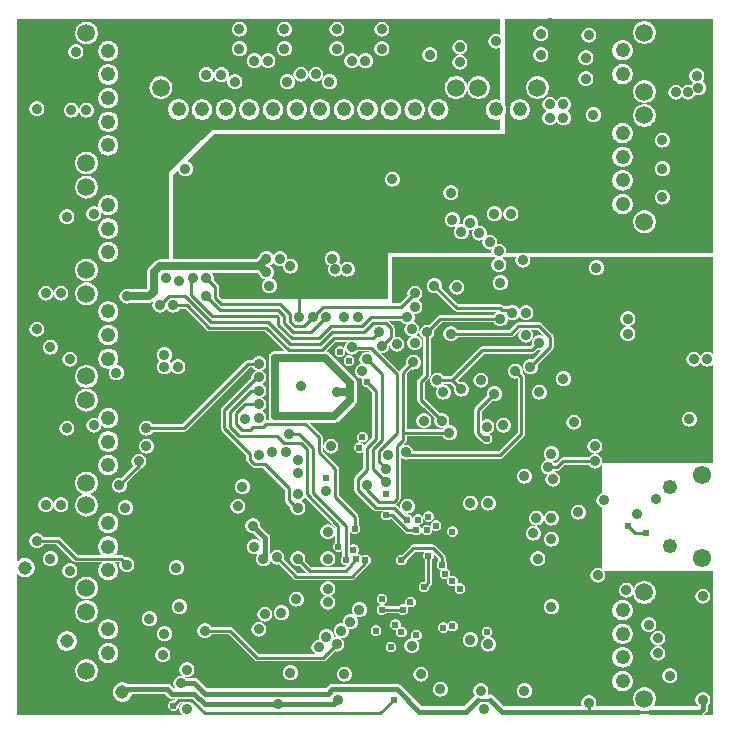
<source format=gbr>
G04 start of page 4 for group 2 idx 2 *
G04 Title: receiver, signal3 *
G04 Creator: pcb 20140316 *
G04 CreationDate: Tue 02 Jan 2018 12:34:38 AM GMT UTC *
G04 For: brian *
G04 Format: Gerber/RS-274X *
G04 PCB-Dimensions (mil): 6000.00 5000.00 *
G04 PCB-Coordinate-Origin: lower left *
%MOIN*%
%FSLAX25Y25*%
%LNGROUP2*%
%ADD75C,0.0453*%
%ADD74C,0.0335*%
%ADD73C,0.0437*%
%ADD72C,0.0279*%
%ADD71C,0.0118*%
%ADD70C,0.0200*%
%ADD69C,0.0450*%
%ADD68C,0.0240*%
%ADD67C,0.0360*%
%ADD66C,0.0610*%
%ADD65C,0.0492*%
%ADD64C,0.0597*%
%ADD63C,0.0480*%
%ADD62C,0.0150*%
%ADD61C,0.0100*%
%ADD60C,0.0250*%
%ADD59C,0.0001*%
G54D59*G36*
X382000Y260000D02*Y182000D01*
X373246D01*
Y233012D01*
X373500Y232992D01*
X373892Y233023D01*
X374275Y233115D01*
X374638Y233266D01*
X374974Y233471D01*
X375273Y233727D01*
X375529Y234026D01*
X375734Y234362D01*
X375885Y234725D01*
X375892Y234753D01*
X376225Y234615D01*
X376608Y234523D01*
X377000Y234492D01*
X377392Y234523D01*
X377775Y234615D01*
X378138Y234766D01*
X378474Y234971D01*
X378773Y235227D01*
X379029Y235526D01*
X379234Y235862D01*
X379385Y236225D01*
X379477Y236608D01*
X379500Y237000D01*
X379477Y237392D01*
X379385Y237775D01*
X379234Y238138D01*
X379029Y238474D01*
X378773Y238773D01*
X378474Y239029D01*
X378222Y239183D01*
X378273Y239227D01*
X378529Y239526D01*
X378734Y239862D01*
X378885Y240225D01*
X378977Y240608D01*
X379000Y241000D01*
X378977Y241392D01*
X378885Y241775D01*
X378734Y242138D01*
X378529Y242474D01*
X378273Y242773D01*
X377974Y243029D01*
X377638Y243234D01*
X377275Y243385D01*
X376892Y243477D01*
X376500Y243508D01*
X376108Y243477D01*
X375725Y243385D01*
X375362Y243234D01*
X375026Y243029D01*
X374727Y242773D01*
X374471Y242474D01*
X374266Y242138D01*
X374115Y241775D01*
X374023Y241392D01*
X373992Y241000D01*
X374023Y240608D01*
X374115Y240225D01*
X374266Y239862D01*
X374471Y239526D01*
X374727Y239227D01*
X375026Y238971D01*
X375278Y238817D01*
X375227Y238773D01*
X374971Y238474D01*
X374766Y238138D01*
X374615Y237775D01*
X374608Y237747D01*
X374275Y237885D01*
X373892Y237977D01*
X373500Y238008D01*
X373246Y237988D01*
Y260000D01*
X382000D01*
G37*
G36*
X373246Y182000D02*X364996D01*
Y197993D01*
X365000Y197992D01*
X365392Y198023D01*
X365775Y198115D01*
X366138Y198266D01*
X366474Y198471D01*
X366773Y198727D01*
X367029Y199026D01*
X367234Y199362D01*
X367385Y199725D01*
X367477Y200108D01*
X367500Y200500D01*
X367477Y200892D01*
X367385Y201275D01*
X367234Y201638D01*
X367029Y201974D01*
X366773Y202273D01*
X366474Y202529D01*
X366138Y202734D01*
X365775Y202885D01*
X365392Y202977D01*
X365000Y203008D01*
X364996Y203007D01*
Y207493D01*
X365000Y207492D01*
X365392Y207523D01*
X365775Y207615D01*
X366138Y207766D01*
X366474Y207971D01*
X366773Y208227D01*
X367029Y208526D01*
X367234Y208862D01*
X367385Y209225D01*
X367477Y209608D01*
X367500Y210000D01*
X367477Y210392D01*
X367385Y210775D01*
X367234Y211138D01*
X367029Y211474D01*
X366773Y211773D01*
X366474Y212029D01*
X366138Y212234D01*
X365775Y212385D01*
X365392Y212477D01*
X365000Y212508D01*
X364996Y212507D01*
Y216993D01*
X365000Y216992D01*
X365392Y217023D01*
X365775Y217115D01*
X366138Y217266D01*
X366474Y217471D01*
X366773Y217727D01*
X367029Y218026D01*
X367234Y218362D01*
X367385Y218725D01*
X367477Y219108D01*
X367500Y219500D01*
X367477Y219892D01*
X367385Y220275D01*
X367234Y220638D01*
X367029Y220974D01*
X366773Y221273D01*
X366474Y221529D01*
X366138Y221734D01*
X365775Y221885D01*
X365392Y221977D01*
X365000Y222008D01*
X364996Y222007D01*
Y260000D01*
X373246D01*
Y237988D01*
X373108Y237977D01*
X372725Y237885D01*
X372362Y237734D01*
X372026Y237529D01*
X371727Y237273D01*
X371500Y237008D01*
X371273Y237273D01*
X370974Y237529D01*
X370638Y237734D01*
X370275Y237885D01*
X369892Y237977D01*
X369500Y238008D01*
X369108Y237977D01*
X368725Y237885D01*
X368362Y237734D01*
X368026Y237529D01*
X367727Y237273D01*
X367471Y236974D01*
X367266Y236638D01*
X367115Y236275D01*
X367023Y235892D01*
X366992Y235500D01*
X367023Y235108D01*
X367115Y234725D01*
X367266Y234362D01*
X367471Y234026D01*
X367727Y233727D01*
X368026Y233471D01*
X368362Y233266D01*
X368725Y233115D01*
X369108Y233023D01*
X369500Y232992D01*
X369892Y233023D01*
X370275Y233115D01*
X370638Y233266D01*
X370974Y233471D01*
X371273Y233727D01*
X371500Y233992D01*
X371727Y233727D01*
X372026Y233471D01*
X372362Y233266D01*
X372725Y233115D01*
X373108Y233023D01*
X373246Y233012D01*
Y182000D01*
G37*
G36*
X364996D02*X358978D01*
Y188487D01*
X358984Y188487D01*
X359578Y188534D01*
X360157Y188673D01*
X360708Y188901D01*
X361216Y189212D01*
X361669Y189599D01*
X362056Y190052D01*
X362367Y190560D01*
X362595Y191110D01*
X362734Y191690D01*
X362769Y192283D01*
X362734Y192877D01*
X362595Y193457D01*
X362367Y194007D01*
X362056Y194515D01*
X361669Y194968D01*
X361216Y195355D01*
X360708Y195666D01*
X360157Y195894D01*
X359578Y196033D01*
X358984Y196080D01*
X358978Y196080D01*
Y223920D01*
X358984Y223920D01*
X359578Y223967D01*
X360157Y224106D01*
X360708Y224334D01*
X361216Y224645D01*
X361669Y225032D01*
X362056Y225485D01*
X362367Y225993D01*
X362595Y226543D01*
X362734Y227123D01*
X362769Y227717D01*
X362734Y228310D01*
X362595Y228890D01*
X362367Y229440D01*
X362056Y229948D01*
X361669Y230401D01*
X361216Y230788D01*
X360708Y231099D01*
X360157Y231327D01*
X359578Y231466D01*
X358984Y231513D01*
X358978Y231513D01*
Y231861D01*
X358984Y231860D01*
X359578Y231907D01*
X360157Y232046D01*
X360708Y232274D01*
X361216Y232585D01*
X361669Y232972D01*
X362056Y233425D01*
X362367Y233933D01*
X362595Y234484D01*
X362734Y235063D01*
X362769Y235657D01*
X362734Y236251D01*
X362595Y236830D01*
X362367Y237381D01*
X362056Y237889D01*
X361669Y238342D01*
X361216Y238729D01*
X360708Y239040D01*
X360157Y239268D01*
X359578Y239407D01*
X358984Y239454D01*
X358978Y239453D01*
Y251547D01*
X358984Y251546D01*
X359578Y251593D01*
X360157Y251732D01*
X360708Y251960D01*
X361216Y252271D01*
X361669Y252658D01*
X362056Y253111D01*
X362367Y253619D01*
X362595Y254170D01*
X362734Y254749D01*
X362769Y255343D01*
X362734Y255937D01*
X362595Y256516D01*
X362367Y257067D01*
X362056Y257575D01*
X361669Y258028D01*
X361216Y258415D01*
X360708Y258726D01*
X360157Y258954D01*
X359578Y259093D01*
X358984Y259140D01*
X358978Y259139D01*
Y260000D01*
X364996D01*
Y222007D01*
X364608Y221977D01*
X364225Y221885D01*
X363862Y221734D01*
X363526Y221529D01*
X363227Y221273D01*
X362971Y220974D01*
X362766Y220638D01*
X362615Y220275D01*
X362523Y219892D01*
X362492Y219500D01*
X362523Y219108D01*
X362615Y218725D01*
X362766Y218362D01*
X362971Y218026D01*
X363227Y217727D01*
X363526Y217471D01*
X363862Y217266D01*
X364225Y217115D01*
X364608Y217023D01*
X364996Y216993D01*
Y212507D01*
X364608Y212477D01*
X364225Y212385D01*
X363862Y212234D01*
X363526Y212029D01*
X363227Y211773D01*
X362971Y211474D01*
X362766Y211138D01*
X362615Y210775D01*
X362523Y210392D01*
X362492Y210000D01*
X362523Y209608D01*
X362615Y209225D01*
X362766Y208862D01*
X362971Y208526D01*
X363227Y208227D01*
X363526Y207971D01*
X363862Y207766D01*
X364225Y207615D01*
X364608Y207523D01*
X364996Y207493D01*
Y203007D01*
X364608Y202977D01*
X364225Y202885D01*
X363862Y202734D01*
X363526Y202529D01*
X363227Y202273D01*
X362971Y201974D01*
X362766Y201638D01*
X362615Y201275D01*
X362523Y200892D01*
X362492Y200500D01*
X362523Y200108D01*
X362615Y199725D01*
X362766Y199362D01*
X362971Y199026D01*
X363227Y198727D01*
X363526Y198471D01*
X363862Y198266D01*
X364225Y198115D01*
X364608Y198023D01*
X364996Y197993D01*
Y182000D01*
G37*
G36*
X358978D02*X351712D01*
Y194781D01*
X351717Y194781D01*
X352250Y194823D01*
X352770Y194948D01*
X353264Y195152D01*
X353720Y195432D01*
X354127Y195779D01*
X354474Y196186D01*
X354754Y196642D01*
X354958Y197136D01*
X355083Y197656D01*
X355114Y198189D01*
X355083Y198722D01*
X354958Y199242D01*
X354754Y199736D01*
X354474Y200192D01*
X354127Y200599D01*
X353720Y200946D01*
X353264Y201226D01*
X352770Y201430D01*
X352250Y201555D01*
X351717Y201597D01*
X351712Y201597D01*
Y202655D01*
X351717Y202655D01*
X352250Y202697D01*
X352770Y202822D01*
X353264Y203026D01*
X353720Y203306D01*
X354127Y203653D01*
X354474Y204060D01*
X354754Y204516D01*
X354958Y205010D01*
X355083Y205530D01*
X355114Y206063D01*
X355083Y206596D01*
X354958Y207116D01*
X354754Y207610D01*
X354474Y208066D01*
X354127Y208473D01*
X353720Y208820D01*
X353264Y209100D01*
X352770Y209304D01*
X352250Y209429D01*
X351717Y209471D01*
X351712Y209471D01*
Y210529D01*
X351717Y210529D01*
X352250Y210571D01*
X352770Y210696D01*
X353264Y210900D01*
X353720Y211180D01*
X354127Y211527D01*
X354474Y211934D01*
X354754Y212390D01*
X354958Y212884D01*
X355083Y213404D01*
X355114Y213937D01*
X355083Y214470D01*
X354958Y214990D01*
X354754Y215484D01*
X354474Y215940D01*
X354127Y216347D01*
X353720Y216694D01*
X353264Y216974D01*
X352770Y217178D01*
X352250Y217303D01*
X351717Y217345D01*
X351712Y217345D01*
Y218403D01*
X351717Y218403D01*
X352250Y218445D01*
X352770Y218570D01*
X353264Y218774D01*
X353720Y219054D01*
X354127Y219401D01*
X354474Y219808D01*
X354754Y220264D01*
X354958Y220758D01*
X355083Y221278D01*
X355114Y221811D01*
X355083Y222344D01*
X354958Y222864D01*
X354754Y223358D01*
X354474Y223814D01*
X354127Y224221D01*
X353720Y224568D01*
X353264Y224848D01*
X352770Y225052D01*
X352250Y225177D01*
X351717Y225219D01*
X351712Y225219D01*
Y238155D01*
X351717Y238155D01*
X352250Y238197D01*
X352770Y238322D01*
X353264Y238526D01*
X353720Y238806D01*
X354127Y239153D01*
X354474Y239560D01*
X354754Y240016D01*
X354958Y240510D01*
X355083Y241030D01*
X355114Y241563D01*
X355083Y242096D01*
X354958Y242616D01*
X354754Y243110D01*
X354474Y243566D01*
X354127Y243973D01*
X353720Y244320D01*
X353264Y244600D01*
X352770Y244804D01*
X352250Y244929D01*
X351717Y244971D01*
X351712Y244971D01*
Y246029D01*
X351717Y246029D01*
X352250Y246071D01*
X352770Y246196D01*
X353264Y246400D01*
X353720Y246680D01*
X354127Y247027D01*
X354474Y247434D01*
X354754Y247890D01*
X354958Y248384D01*
X355083Y248904D01*
X355114Y249437D01*
X355083Y249970D01*
X354958Y250490D01*
X354754Y250984D01*
X354474Y251440D01*
X354127Y251847D01*
X353720Y252194D01*
X353264Y252474D01*
X352770Y252678D01*
X352250Y252803D01*
X351717Y252845D01*
X351712Y252845D01*
Y260000D01*
X358978D01*
Y259139D01*
X358390Y259093D01*
X357811Y258954D01*
X357260Y258726D01*
X356752Y258415D01*
X356299Y258028D01*
X355912Y257575D01*
X355601Y257067D01*
X355373Y256516D01*
X355234Y255937D01*
X355187Y255343D01*
X355234Y254749D01*
X355373Y254170D01*
X355601Y253619D01*
X355912Y253111D01*
X356299Y252658D01*
X356752Y252271D01*
X357260Y251960D01*
X357811Y251732D01*
X358390Y251593D01*
X358978Y251547D01*
Y239453D01*
X358390Y239407D01*
X357811Y239268D01*
X357260Y239040D01*
X356752Y238729D01*
X356299Y238342D01*
X355912Y237889D01*
X355601Y237381D01*
X355373Y236830D01*
X355234Y236251D01*
X355187Y235657D01*
X355234Y235063D01*
X355373Y234484D01*
X355601Y233933D01*
X355912Y233425D01*
X356299Y232972D01*
X356752Y232585D01*
X357260Y232274D01*
X357811Y232046D01*
X358390Y231907D01*
X358978Y231861D01*
Y231513D01*
X358390Y231466D01*
X357811Y231327D01*
X357260Y231099D01*
X356752Y230788D01*
X356299Y230401D01*
X355912Y229948D01*
X355601Y229440D01*
X355373Y228890D01*
X355234Y228310D01*
X355187Y227717D01*
X355234Y227123D01*
X355373Y226543D01*
X355601Y225993D01*
X355912Y225485D01*
X356299Y225032D01*
X356752Y224645D01*
X357260Y224334D01*
X357811Y224106D01*
X358390Y223967D01*
X358978Y223920D01*
Y196080D01*
X358390Y196033D01*
X357811Y195894D01*
X357260Y195666D01*
X356752Y195355D01*
X356299Y194968D01*
X355912Y194515D01*
X355601Y194007D01*
X355373Y193457D01*
X355234Y192877D01*
X355187Y192283D01*
X355234Y191690D01*
X355373Y191110D01*
X355601Y190560D01*
X355912Y190052D01*
X356299Y189599D01*
X356752Y189212D01*
X357260Y188901D01*
X357811Y188673D01*
X358390Y188534D01*
X358978Y188487D01*
Y182000D01*
G37*
G36*
X351712D02*X340496D01*
Y225997D01*
X340526Y225971D01*
X340862Y225766D01*
X341225Y225615D01*
X341608Y225523D01*
X342000Y225492D01*
X342392Y225523D01*
X342775Y225615D01*
X343138Y225766D01*
X343474Y225971D01*
X343773Y226227D01*
X344029Y226526D01*
X344234Y226862D01*
X344385Y227225D01*
X344477Y227608D01*
X344500Y228000D01*
X344477Y228392D01*
X344385Y228775D01*
X344234Y229138D01*
X344029Y229474D01*
X343773Y229773D01*
X343474Y230029D01*
X343138Y230234D01*
X342775Y230385D01*
X342392Y230477D01*
X342000Y230508D01*
X341608Y230477D01*
X341225Y230385D01*
X340862Y230234D01*
X340526Y230029D01*
X340496Y230003D01*
Y237707D01*
X340638Y237766D01*
X340974Y237971D01*
X341273Y238227D01*
X341529Y238526D01*
X341734Y238862D01*
X341885Y239225D01*
X341977Y239608D01*
X342000Y240000D01*
X341977Y240392D01*
X341885Y240775D01*
X341734Y241138D01*
X341529Y241474D01*
X341273Y241773D01*
X340974Y242029D01*
X340638Y242234D01*
X340496Y242293D01*
Y244707D01*
X340638Y244766D01*
X340974Y244971D01*
X341273Y245227D01*
X341529Y245526D01*
X341734Y245862D01*
X341885Y246225D01*
X341977Y246608D01*
X342000Y247000D01*
X341977Y247392D01*
X341885Y247775D01*
X341734Y248138D01*
X341529Y248474D01*
X341273Y248773D01*
X340974Y249029D01*
X340638Y249234D01*
X340496Y249293D01*
Y251993D01*
X340500Y251992D01*
X340892Y252023D01*
X341275Y252115D01*
X341638Y252266D01*
X341974Y252471D01*
X342273Y252727D01*
X342529Y253026D01*
X342734Y253362D01*
X342885Y253725D01*
X342977Y254108D01*
X343000Y254500D01*
X342977Y254892D01*
X342885Y255275D01*
X342734Y255638D01*
X342529Y255974D01*
X342273Y256273D01*
X341974Y256529D01*
X341638Y256734D01*
X341275Y256885D01*
X340892Y256977D01*
X340500Y257008D01*
X340496Y257007D01*
Y260000D01*
X351712D01*
Y252845D01*
X351184Y252803D01*
X350664Y252678D01*
X350170Y252474D01*
X349714Y252194D01*
X349307Y251847D01*
X348960Y251440D01*
X348680Y250984D01*
X348476Y250490D01*
X348351Y249970D01*
X348309Y249437D01*
X348351Y248904D01*
X348476Y248384D01*
X348680Y247890D01*
X348960Y247434D01*
X349307Y247027D01*
X349714Y246680D01*
X350170Y246400D01*
X350664Y246196D01*
X351184Y246071D01*
X351712Y246029D01*
Y244971D01*
X351184Y244929D01*
X350664Y244804D01*
X350170Y244600D01*
X349714Y244320D01*
X349307Y243973D01*
X348960Y243566D01*
X348680Y243110D01*
X348476Y242616D01*
X348351Y242096D01*
X348309Y241563D01*
X348351Y241030D01*
X348476Y240510D01*
X348680Y240016D01*
X348960Y239560D01*
X349307Y239153D01*
X349714Y238806D01*
X350170Y238526D01*
X350664Y238322D01*
X351184Y238197D01*
X351712Y238155D01*
Y225219D01*
X351184Y225177D01*
X350664Y225052D01*
X350170Y224848D01*
X349714Y224568D01*
X349307Y224221D01*
X348960Y223814D01*
X348680Y223358D01*
X348476Y222864D01*
X348351Y222344D01*
X348309Y221811D01*
X348351Y221278D01*
X348476Y220758D01*
X348680Y220264D01*
X348960Y219808D01*
X349307Y219401D01*
X349714Y219054D01*
X350170Y218774D01*
X350664Y218570D01*
X351184Y218445D01*
X351712Y218403D01*
Y217345D01*
X351184Y217303D01*
X350664Y217178D01*
X350170Y216974D01*
X349714Y216694D01*
X349307Y216347D01*
X348960Y215940D01*
X348680Y215484D01*
X348476Y214990D01*
X348351Y214470D01*
X348309Y213937D01*
X348351Y213404D01*
X348476Y212884D01*
X348680Y212390D01*
X348960Y211934D01*
X349307Y211527D01*
X349714Y211180D01*
X350170Y210900D01*
X350664Y210696D01*
X351184Y210571D01*
X351712Y210529D01*
Y209471D01*
X351184Y209429D01*
X350664Y209304D01*
X350170Y209100D01*
X349714Y208820D01*
X349307Y208473D01*
X348960Y208066D01*
X348680Y207610D01*
X348476Y207116D01*
X348351Y206596D01*
X348309Y206063D01*
X348351Y205530D01*
X348476Y205010D01*
X348680Y204516D01*
X348960Y204060D01*
X349307Y203653D01*
X349714Y203306D01*
X350170Y203026D01*
X350664Y202822D01*
X351184Y202697D01*
X351712Y202655D01*
Y201597D01*
X351184Y201555D01*
X350664Y201430D01*
X350170Y201226D01*
X349714Y200946D01*
X349307Y200599D01*
X348960Y200192D01*
X348680Y199736D01*
X348476Y199242D01*
X348351Y198722D01*
X348309Y198189D01*
X348351Y197656D01*
X348476Y197136D01*
X348680Y196642D01*
X348960Y196186D01*
X349307Y195779D01*
X349714Y195432D01*
X350170Y195152D01*
X350664Y194948D01*
X351184Y194823D01*
X351712Y194781D01*
Y182000D01*
G37*
G36*
X340496D02*X329746D01*
Y225890D01*
X329750Y225899D01*
X329766Y225862D01*
X329971Y225526D01*
X330227Y225227D01*
X330526Y224971D01*
X330862Y224766D01*
X331225Y224615D01*
X331608Y224523D01*
X332000Y224492D01*
X332392Y224523D01*
X332775Y224615D01*
X333138Y224766D01*
X333474Y224971D01*
X333773Y225227D01*
X334029Y225526D01*
X334234Y225862D01*
X334385Y226225D01*
X334477Y226608D01*
X334500Y227000D01*
X334477Y227392D01*
X334385Y227775D01*
X334234Y228138D01*
X334029Y228474D01*
X333773Y228773D01*
X333474Y229029D01*
X333138Y229234D01*
X333101Y229250D01*
X333138Y229266D01*
X333474Y229471D01*
X333773Y229727D01*
X334029Y230026D01*
X334234Y230362D01*
X334385Y230725D01*
X334477Y231108D01*
X334500Y231500D01*
X334477Y231892D01*
X334385Y232275D01*
X334234Y232638D01*
X334029Y232974D01*
X333773Y233273D01*
X333474Y233529D01*
X333138Y233734D01*
X332775Y233885D01*
X332392Y233977D01*
X332000Y234008D01*
X331608Y233977D01*
X331225Y233885D01*
X330862Y233734D01*
X330526Y233529D01*
X330227Y233273D01*
X329971Y232974D01*
X329766Y232638D01*
X329750Y232601D01*
X329746Y232610D01*
Y260000D01*
X340496D01*
Y257007D01*
X340108Y256977D01*
X339725Y256885D01*
X339362Y256734D01*
X339026Y256529D01*
X338727Y256273D01*
X338471Y255974D01*
X338266Y255638D01*
X338115Y255275D01*
X338023Y254892D01*
X337992Y254500D01*
X338023Y254108D01*
X338115Y253725D01*
X338266Y253362D01*
X338471Y253026D01*
X338727Y252727D01*
X339026Y252471D01*
X339362Y252266D01*
X339725Y252115D01*
X340108Y252023D01*
X340496Y251993D01*
Y249293D01*
X340275Y249385D01*
X339892Y249477D01*
X339500Y249508D01*
X339108Y249477D01*
X338725Y249385D01*
X338362Y249234D01*
X338026Y249029D01*
X337727Y248773D01*
X337471Y248474D01*
X337266Y248138D01*
X337115Y247775D01*
X337023Y247392D01*
X336992Y247000D01*
X337023Y246608D01*
X337115Y246225D01*
X337266Y245862D01*
X337471Y245526D01*
X337727Y245227D01*
X338026Y244971D01*
X338362Y244766D01*
X338725Y244615D01*
X339108Y244523D01*
X339500Y244492D01*
X339892Y244523D01*
X340275Y244615D01*
X340496Y244707D01*
Y242293D01*
X340275Y242385D01*
X339892Y242477D01*
X339500Y242508D01*
X339108Y242477D01*
X338725Y242385D01*
X338362Y242234D01*
X338026Y242029D01*
X337727Y241773D01*
X337471Y241474D01*
X337266Y241138D01*
X337115Y240775D01*
X337023Y240392D01*
X336992Y240000D01*
X337023Y239608D01*
X337115Y239225D01*
X337266Y238862D01*
X337471Y238526D01*
X337727Y238227D01*
X338026Y237971D01*
X338362Y237766D01*
X338725Y237615D01*
X339108Y237523D01*
X339500Y237492D01*
X339892Y237523D01*
X340275Y237615D01*
X340496Y237707D01*
Y230003D01*
X340227Y229773D01*
X339971Y229474D01*
X339766Y229138D01*
X339615Y228775D01*
X339523Y228392D01*
X339492Y228000D01*
X339523Y227608D01*
X339615Y227225D01*
X339766Y226862D01*
X339971Y226526D01*
X340227Y226227D01*
X340496Y225997D01*
Y182000D01*
G37*
G36*
X329746D02*X324496D01*
Y233368D01*
X324516Y233373D01*
X325066Y233601D01*
X325574Y233912D01*
X326027Y234299D01*
X326414Y234752D01*
X326725Y235260D01*
X326953Y235811D01*
X327092Y236390D01*
X327128Y236984D01*
X327092Y237578D01*
X326953Y238157D01*
X326725Y238708D01*
X326414Y239216D01*
X326027Y239669D01*
X325574Y240056D01*
X325066Y240367D01*
X324516Y240595D01*
X324496Y240600D01*
Y245493D01*
X324500Y245492D01*
X324892Y245523D01*
X325275Y245615D01*
X325638Y245766D01*
X325974Y245971D01*
X326273Y246227D01*
X326529Y246526D01*
X326734Y246862D01*
X326885Y247225D01*
X326977Y247608D01*
X327000Y248000D01*
X326977Y248392D01*
X326885Y248775D01*
X326734Y249138D01*
X326529Y249474D01*
X326273Y249773D01*
X325974Y250029D01*
X325638Y250234D01*
X325275Y250385D01*
X324892Y250477D01*
X324500Y250508D01*
X324496Y250507D01*
Y252493D01*
X324500Y252492D01*
X324892Y252523D01*
X325275Y252615D01*
X325638Y252766D01*
X325974Y252971D01*
X326273Y253227D01*
X326529Y253526D01*
X326734Y253862D01*
X326885Y254225D01*
X326977Y254608D01*
X327000Y255000D01*
X326977Y255392D01*
X326885Y255775D01*
X326734Y256138D01*
X326529Y256474D01*
X326273Y256773D01*
X325974Y257029D01*
X325638Y257234D01*
X325275Y257385D01*
X324892Y257477D01*
X324500Y257508D01*
X324496Y257507D01*
Y260000D01*
X329746D01*
Y232610D01*
X329734Y232638D01*
X329529Y232974D01*
X329273Y233273D01*
X328974Y233529D01*
X328638Y233734D01*
X328275Y233885D01*
X327892Y233977D01*
X327500Y234008D01*
X327108Y233977D01*
X326725Y233885D01*
X326362Y233734D01*
X326026Y233529D01*
X325727Y233273D01*
X325471Y232974D01*
X325266Y232638D01*
X325115Y232275D01*
X325023Y231892D01*
X324992Y231500D01*
X325023Y231108D01*
X325115Y230725D01*
X325266Y230362D01*
X325471Y230026D01*
X325727Y229727D01*
X326026Y229471D01*
X326362Y229266D01*
X326399Y229250D01*
X326362Y229234D01*
X326026Y229029D01*
X325727Y228773D01*
X325471Y228474D01*
X325266Y228138D01*
X325115Y227775D01*
X325023Y227392D01*
X324992Y227000D01*
X325023Y226608D01*
X325115Y226225D01*
X325266Y225862D01*
X325471Y225526D01*
X325727Y225227D01*
X326026Y224971D01*
X326362Y224766D01*
X326725Y224615D01*
X327108Y224523D01*
X327500Y224492D01*
X327892Y224523D01*
X328275Y224615D01*
X328638Y224766D01*
X328974Y224971D01*
X329273Y225227D01*
X329529Y225526D01*
X329734Y225862D01*
X329746Y225890D01*
Y182000D01*
G37*
G36*
X324496D02*X318598D01*
X318500Y182008D01*
X318402Y182000D01*
X314496D01*
Y192493D01*
X314500Y192492D01*
X314892Y192523D01*
X315275Y192615D01*
X315638Y192766D01*
X315974Y192971D01*
X316273Y193227D01*
X316529Y193526D01*
X316734Y193862D01*
X316885Y194225D01*
X316977Y194608D01*
X317000Y195000D01*
X316977Y195392D01*
X316885Y195775D01*
X316734Y196138D01*
X316529Y196474D01*
X316273Y196773D01*
X315974Y197029D01*
X315638Y197234D01*
X315275Y197385D01*
X314892Y197477D01*
X314500Y197508D01*
X314496Y197507D01*
Y228013D01*
X314680Y227713D01*
X315027Y227307D01*
X315434Y226959D01*
X315890Y226680D01*
X316384Y226475D01*
X316904Y226351D01*
X317437Y226309D01*
X317970Y226351D01*
X318490Y226475D01*
X318984Y226680D01*
X319440Y226959D01*
X319847Y227307D01*
X320194Y227713D01*
X320474Y228169D01*
X320678Y228663D01*
X320803Y229183D01*
X320835Y229717D01*
X320803Y230250D01*
X320678Y230770D01*
X320474Y231264D01*
X320194Y231720D01*
X319847Y232126D01*
X319440Y232474D01*
X318984Y232753D01*
X318490Y232958D01*
X317970Y233083D01*
X317437Y233125D01*
X316904Y233083D01*
X316384Y232958D01*
X315890Y232753D01*
X315434Y232474D01*
X315027Y232126D01*
X314680Y231720D01*
X314496Y231420D01*
Y260000D01*
X324496D01*
Y257507D01*
X324108Y257477D01*
X323725Y257385D01*
X323362Y257234D01*
X323026Y257029D01*
X322727Y256773D01*
X322471Y256474D01*
X322266Y256138D01*
X322115Y255775D01*
X322023Y255392D01*
X321992Y255000D01*
X322023Y254608D01*
X322115Y254225D01*
X322266Y253862D01*
X322471Y253526D01*
X322727Y253227D01*
X323026Y252971D01*
X323362Y252766D01*
X323725Y252615D01*
X324108Y252523D01*
X324496Y252493D01*
Y250507D01*
X324108Y250477D01*
X323725Y250385D01*
X323362Y250234D01*
X323026Y250029D01*
X322727Y249773D01*
X322471Y249474D01*
X322266Y249138D01*
X322115Y248775D01*
X322023Y248392D01*
X321992Y248000D01*
X322023Y247608D01*
X322115Y247225D01*
X322266Y246862D01*
X322471Y246526D01*
X322727Y246227D01*
X323026Y245971D01*
X323362Y245766D01*
X323725Y245615D01*
X324108Y245523D01*
X324496Y245493D01*
Y240600D01*
X323936Y240734D01*
X323343Y240781D01*
X322749Y240734D01*
X322169Y240595D01*
X321619Y240367D01*
X321111Y240056D01*
X320658Y239669D01*
X320271Y239216D01*
X319960Y238708D01*
X319732Y238157D01*
X319593Y237578D01*
X319546Y236984D01*
X319593Y236390D01*
X319732Y235811D01*
X319960Y235260D01*
X320271Y234752D01*
X320658Y234299D01*
X321111Y233912D01*
X321619Y233601D01*
X322169Y233373D01*
X322749Y233234D01*
X323343Y233187D01*
X323936Y233234D01*
X324496Y233368D01*
Y182000D01*
G37*
G36*
X314496D02*X312951D01*
X312977Y182108D01*
X313000Y182500D01*
X312977Y182892D01*
X312885Y183275D01*
X312734Y183638D01*
X312529Y183974D01*
X312273Y184273D01*
X311974Y184529D01*
X311638Y184734D01*
X311275Y184885D01*
X310892Y184977D01*
X310500Y185008D01*
X310108Y184977D01*
X309935Y184935D01*
X309977Y185108D01*
X310000Y185500D01*
X309977Y185892D01*
X309885Y186275D01*
X309734Y186638D01*
X309529Y186974D01*
X309273Y187273D01*
X308996Y187510D01*
Y192493D01*
X309000Y192492D01*
X309392Y192523D01*
X309775Y192615D01*
X310138Y192766D01*
X310474Y192971D01*
X310773Y193227D01*
X311029Y193526D01*
X311234Y193862D01*
X311385Y194225D01*
X311477Y194608D01*
X311500Y195000D01*
X311477Y195392D01*
X311385Y195775D01*
X311234Y196138D01*
X311029Y196474D01*
X310773Y196773D01*
X310474Y197029D01*
X310138Y197234D01*
X309775Y197385D01*
X309392Y197477D01*
X309000Y197508D01*
X308996Y197507D01*
Y221500D01*
X312500D01*
Y228007D01*
X312600Y228169D01*
X312804Y228663D01*
X312929Y229183D01*
X312960Y229717D01*
X312929Y230250D01*
X312804Y230770D01*
X312600Y231264D01*
X312500Y231426D01*
Y260000D01*
X314496D01*
Y231420D01*
X314400Y231264D01*
X314196Y230770D01*
X314071Y230250D01*
X314029Y229717D01*
X314071Y229183D01*
X314196Y228663D01*
X314400Y228169D01*
X314496Y228013D01*
Y197507D01*
X314108Y197477D01*
X313725Y197385D01*
X313362Y197234D01*
X313026Y197029D01*
X312727Y196773D01*
X312471Y196474D01*
X312266Y196138D01*
X312115Y195775D01*
X312023Y195392D01*
X311992Y195000D01*
X312023Y194608D01*
X312115Y194225D01*
X312266Y193862D01*
X312471Y193526D01*
X312727Y193227D01*
X313026Y192971D01*
X313362Y192766D01*
X313725Y192615D01*
X314108Y192523D01*
X314496Y192493D01*
Y182000D01*
G37*
G36*
X294496Y190550D02*X294608Y190523D01*
X295000Y190492D01*
X295392Y190523D01*
X295775Y190615D01*
X296138Y190766D01*
X296420Y190938D01*
X296227Y190773D01*
X295971Y190474D01*
X295766Y190138D01*
X295615Y189775D01*
X295523Y189392D01*
X295492Y189000D01*
X295523Y188608D01*
X295615Y188225D01*
X295766Y187862D01*
X295971Y187526D01*
X296227Y187227D01*
X296526Y186971D01*
X296862Y186766D01*
X297225Y186615D01*
X297608Y186523D01*
X298000Y186492D01*
X298392Y186523D01*
X298775Y186615D01*
X299138Y186766D01*
X299474Y186971D01*
X299773Y187227D01*
X300029Y187526D01*
X300234Y187862D01*
X300385Y188225D01*
X300477Y188608D01*
X300500Y189000D01*
X300477Y189392D01*
X300435Y189565D01*
X300608Y189523D01*
X301000Y189492D01*
X301392Y189523D01*
X301754Y189610D01*
X301615Y189275D01*
X301523Y188892D01*
X301492Y188500D01*
X301523Y188108D01*
X301615Y187725D01*
X301766Y187362D01*
X301971Y187026D01*
X302227Y186727D01*
X302526Y186471D01*
X302862Y186266D01*
X303225Y186115D01*
X303608Y186023D01*
X304000Y185992D01*
X304392Y186023D01*
X304775Y186115D01*
X305110Y186254D01*
X305023Y185892D01*
X304992Y185500D01*
X305023Y185108D01*
X305115Y184725D01*
X305266Y184362D01*
X305471Y184026D01*
X305727Y183727D01*
X306026Y183471D01*
X306362Y183266D01*
X306725Y183115D01*
X307108Y183023D01*
X307500Y182992D01*
X307892Y183023D01*
X308065Y183065D01*
X308023Y182892D01*
X307992Y182500D01*
X308023Y182108D01*
X308049Y182000D01*
X294496D01*
Y190550D01*
G37*
G36*
X308996Y187510D02*X308974Y187529D01*
X308638Y187734D01*
X308275Y187885D01*
X307892Y187977D01*
X307500Y188008D01*
X307108Y187977D01*
X306725Y187885D01*
X306390Y187746D01*
X306477Y188108D01*
X306500Y188500D01*
X306477Y188892D01*
X306385Y189275D01*
X306234Y189638D01*
X306029Y189974D01*
X305773Y190273D01*
X305474Y190529D01*
X305138Y190734D01*
X304775Y190885D01*
X304392Y190977D01*
X304000Y191008D01*
X303608Y190977D01*
X303246Y190890D01*
X303385Y191225D01*
X303477Y191608D01*
X303500Y192000D01*
X303477Y192392D01*
X303385Y192775D01*
X303234Y193138D01*
X303029Y193474D01*
X302773Y193773D01*
X302474Y194029D01*
X302138Y194234D01*
X301775Y194385D01*
X301392Y194477D01*
X301000Y194508D01*
X300608Y194477D01*
X300225Y194385D01*
X299862Y194234D01*
X299526Y194029D01*
X299227Y193773D01*
X298971Y193474D01*
X298766Y193138D01*
X298615Y192775D01*
X298523Y192392D01*
X298492Y192000D01*
X298523Y191608D01*
X298565Y191435D01*
X298392Y191477D01*
X298000Y191508D01*
X297608Y191477D01*
X297225Y191385D01*
X296862Y191234D01*
X296580Y191062D01*
X296773Y191227D01*
X297029Y191526D01*
X297234Y191862D01*
X297385Y192225D01*
X297477Y192608D01*
X297500Y193000D01*
X297477Y193392D01*
X297385Y193775D01*
X297234Y194138D01*
X297029Y194474D01*
X296773Y194773D01*
X296474Y195029D01*
X296138Y195234D01*
X295775Y195385D01*
X295392Y195477D01*
X295000Y195508D01*
X294608Y195477D01*
X294496Y195450D01*
Y199493D01*
X294500Y199492D01*
X294892Y199523D01*
X295275Y199615D01*
X295638Y199766D01*
X295974Y199971D01*
X296273Y200227D01*
X296529Y200526D01*
X296734Y200862D01*
X296885Y201225D01*
X296977Y201608D01*
X297000Y202000D01*
X296977Y202392D01*
X296885Y202775D01*
X296734Y203138D01*
X296529Y203474D01*
X296273Y203773D01*
X295974Y204029D01*
X295638Y204234D01*
X295275Y204385D01*
X294892Y204477D01*
X294500Y204508D01*
X294496Y204507D01*
Y221500D01*
X308996D01*
Y197507D01*
X308608Y197477D01*
X308225Y197385D01*
X307862Y197234D01*
X307526Y197029D01*
X307227Y196773D01*
X306971Y196474D01*
X306766Y196138D01*
X306615Y195775D01*
X306523Y195392D01*
X306492Y195000D01*
X306523Y194608D01*
X306615Y194225D01*
X306766Y193862D01*
X306971Y193526D01*
X307227Y193227D01*
X307526Y192971D01*
X307862Y192766D01*
X308225Y192615D01*
X308608Y192523D01*
X308996Y192493D01*
Y187510D01*
G37*
G36*
X294496Y195450D02*X294225Y195385D01*
X293862Y195234D01*
X293526Y195029D01*
X293227Y194773D01*
X292971Y194474D01*
X292766Y194138D01*
X292615Y193775D01*
X292523Y193392D01*
X292492Y193000D01*
X292523Y192608D01*
X292615Y192225D01*
X292766Y191862D01*
X292971Y191526D01*
X293227Y191227D01*
X293526Y190971D01*
X293862Y190766D01*
X294225Y190615D01*
X294496Y190550D01*
Y182000D01*
X274996D01*
Y203993D01*
X275000Y203992D01*
X275392Y204023D01*
X275775Y204115D01*
X276138Y204266D01*
X276474Y204471D01*
X276773Y204727D01*
X277029Y205026D01*
X277234Y205362D01*
X277385Y205725D01*
X277477Y206108D01*
X277500Y206500D01*
X277477Y206892D01*
X277385Y207275D01*
X277234Y207638D01*
X277029Y207974D01*
X276773Y208273D01*
X276474Y208529D01*
X276138Y208734D01*
X275775Y208885D01*
X275392Y208977D01*
X275000Y209008D01*
X274996Y209007D01*
Y221500D01*
X294496D01*
Y204507D01*
X294108Y204477D01*
X293725Y204385D01*
X293362Y204234D01*
X293026Y204029D01*
X292727Y203773D01*
X292471Y203474D01*
X292266Y203138D01*
X292115Y202775D01*
X292023Y202392D01*
X291992Y202000D01*
X292023Y201608D01*
X292115Y201225D01*
X292266Y200862D01*
X292471Y200526D01*
X292727Y200227D01*
X293026Y199971D01*
X293362Y199766D01*
X293725Y199615D01*
X294108Y199523D01*
X294496Y199493D01*
Y195450D01*
G37*
G36*
X274996Y182000D02*X273500D01*
Y166500D01*
X257496D01*
Y174490D01*
X257773Y174727D01*
X258000Y174992D01*
X258227Y174727D01*
X258526Y174471D01*
X258862Y174266D01*
X259225Y174115D01*
X259608Y174023D01*
X260000Y173992D01*
X260392Y174023D01*
X260775Y174115D01*
X261138Y174266D01*
X261474Y174471D01*
X261773Y174727D01*
X262029Y175026D01*
X262234Y175362D01*
X262385Y175725D01*
X262477Y176108D01*
X262500Y176500D01*
X262477Y176892D01*
X262385Y177275D01*
X262234Y177638D01*
X262029Y177974D01*
X261773Y178273D01*
X261474Y178529D01*
X261138Y178734D01*
X260775Y178885D01*
X260392Y178977D01*
X260000Y179008D01*
X259608Y178977D01*
X259225Y178885D01*
X258862Y178734D01*
X258526Y178529D01*
X258227Y178273D01*
X258000Y178008D01*
X257773Y178273D01*
X257496Y178510D01*
Y179935D01*
X257500Y180000D01*
X257496Y180065D01*
Y221500D01*
X274996D01*
Y209007D01*
X274608Y208977D01*
X274225Y208885D01*
X273862Y208734D01*
X273526Y208529D01*
X273227Y208273D01*
X272971Y207974D01*
X272766Y207638D01*
X272615Y207275D01*
X272523Y206892D01*
X272492Y206500D01*
X272523Y206108D01*
X272615Y205725D01*
X272766Y205362D01*
X272971Y205026D01*
X273227Y204727D01*
X273526Y204471D01*
X273862Y204266D01*
X274225Y204115D01*
X274608Y204023D01*
X274996Y203993D01*
Y182000D01*
G37*
G36*
X257496Y178510D02*X257474Y178529D01*
X257152Y178726D01*
X257234Y178862D01*
X257385Y179225D01*
X257477Y179608D01*
X257496Y179935D01*
Y178510D01*
G37*
G36*
Y166500D02*X218197D01*
X217200Y167497D01*
Y170453D01*
X217204Y170500D01*
X217189Y170688D01*
X217189Y170688D01*
X217145Y170872D01*
X217073Y171046D01*
X216974Y171208D01*
X216851Y171351D01*
X216815Y171382D01*
X215402Y172795D01*
X215477Y173108D01*
X215500Y173500D01*
X215477Y173892D01*
X215385Y174275D01*
X215234Y174638D01*
X215029Y174974D01*
X214793Y175250D01*
X230068D01*
X230631Y174687D01*
X230766Y174362D01*
X230971Y174026D01*
X231227Y173727D01*
X231526Y173471D01*
X231862Y173266D01*
X232225Y173115D01*
X232542Y173039D01*
X232526Y173029D01*
X232227Y172773D01*
X231971Y172474D01*
X231766Y172138D01*
X231615Y171775D01*
X231523Y171392D01*
X231492Y171000D01*
X231523Y170608D01*
X231615Y170225D01*
X231766Y169862D01*
X231971Y169526D01*
X232227Y169227D01*
X232526Y168971D01*
X232862Y168766D01*
X233225Y168615D01*
X233608Y168523D01*
X234000Y168492D01*
X234392Y168523D01*
X234775Y168615D01*
X235138Y168766D01*
X235474Y168971D01*
X235773Y169227D01*
X236029Y169526D01*
X236234Y169862D01*
X236385Y170225D01*
X236477Y170608D01*
X236500Y171000D01*
X236477Y171392D01*
X236385Y171775D01*
X236234Y172138D01*
X236029Y172474D01*
X235773Y172773D01*
X235474Y173029D01*
X235138Y173234D01*
X234775Y173385D01*
X234458Y173461D01*
X234474Y173471D01*
X234773Y173727D01*
X235029Y174026D01*
X235234Y174362D01*
X235385Y174725D01*
X235477Y175108D01*
X235500Y175500D01*
X235477Y175892D01*
X235385Y176275D01*
X235234Y176638D01*
X235029Y176974D01*
X234773Y177273D01*
X234474Y177529D01*
X234138Y177734D01*
X234101Y177750D01*
X234138Y177766D01*
X234474Y177971D01*
X234773Y178227D01*
X235029Y178526D01*
X235234Y178862D01*
X235250Y178899D01*
X235266Y178862D01*
X235471Y178526D01*
X235727Y178227D01*
X236026Y177971D01*
X236362Y177766D01*
X236725Y177615D01*
X237108Y177523D01*
X237500Y177492D01*
X237892Y177523D01*
X238275Y177615D01*
X238509Y177712D01*
X238492Y177500D01*
X238523Y177108D01*
X238615Y176725D01*
X238766Y176362D01*
X238971Y176026D01*
X239227Y175727D01*
X239526Y175471D01*
X239862Y175266D01*
X240225Y175115D01*
X240608Y175023D01*
X241000Y174992D01*
X241392Y175023D01*
X241775Y175115D01*
X242138Y175266D01*
X242474Y175471D01*
X242773Y175727D01*
X243029Y176026D01*
X243234Y176362D01*
X243385Y176725D01*
X243477Y177108D01*
X243500Y177500D01*
X243477Y177892D01*
X243385Y178275D01*
X243234Y178638D01*
X243029Y178974D01*
X242773Y179273D01*
X242474Y179529D01*
X242138Y179734D01*
X241775Y179885D01*
X241392Y179977D01*
X241000Y180008D01*
X240608Y179977D01*
X240225Y179885D01*
X239987Y179787D01*
X240000Y180000D01*
X239977Y180392D01*
X239885Y180775D01*
X239734Y181138D01*
X239529Y181474D01*
X239273Y181773D01*
X238974Y182029D01*
X238638Y182234D01*
X238275Y182385D01*
X237892Y182477D01*
X237500Y182508D01*
X237108Y182477D01*
X236725Y182385D01*
X236362Y182234D01*
X236026Y182029D01*
X235727Y181773D01*
X235471Y181474D01*
X235266Y181138D01*
X235250Y181101D01*
X235234Y181138D01*
X235029Y181474D01*
X234773Y181773D01*
X234474Y182029D01*
X234138Y182234D01*
X233775Y182385D01*
X233392Y182477D01*
X233000Y182508D01*
X232608Y182477D01*
X232225Y182385D01*
X231862Y182234D01*
X231526Y182029D01*
X231227Y181773D01*
X230971Y181474D01*
X230766Y181138D01*
X230631Y180813D01*
X229568Y179750D01*
X202000D01*
Y208000D01*
X203540Y209540D01*
X203615Y209225D01*
X203766Y208862D01*
X203971Y208526D01*
X204227Y208227D01*
X204526Y207971D01*
X204862Y207766D01*
X205225Y207615D01*
X205608Y207523D01*
X206000Y207492D01*
X206392Y207523D01*
X206775Y207615D01*
X207138Y207766D01*
X207474Y207971D01*
X207773Y208227D01*
X208029Y208526D01*
X208234Y208862D01*
X208385Y209225D01*
X208477Y209608D01*
X208500Y210000D01*
X208477Y210392D01*
X208385Y210775D01*
X208234Y211138D01*
X208029Y211474D01*
X207773Y211773D01*
X207474Y212029D01*
X207138Y212234D01*
X206775Y212385D01*
X206460Y212460D01*
X215500Y221500D01*
X257496D01*
Y180065D01*
X257477Y180392D01*
X257385Y180775D01*
X257234Y181138D01*
X257029Y181474D01*
X256773Y181773D01*
X256474Y182029D01*
X256138Y182234D01*
X255775Y182385D01*
X255392Y182477D01*
X255000Y182508D01*
X254608Y182477D01*
X254225Y182385D01*
X253862Y182234D01*
X253526Y182029D01*
X253227Y181773D01*
X252971Y181474D01*
X252766Y181138D01*
X252615Y180775D01*
X252523Y180392D01*
X252492Y180000D01*
X252523Y179608D01*
X252615Y179225D01*
X252766Y178862D01*
X252971Y178526D01*
X253227Y178227D01*
X253526Y177971D01*
X253848Y177774D01*
X253766Y177638D01*
X253615Y177275D01*
X253523Y176892D01*
X253492Y176500D01*
X253523Y176108D01*
X253615Y175725D01*
X253766Y175362D01*
X253971Y175026D01*
X254227Y174727D01*
X254526Y174471D01*
X254862Y174266D01*
X255225Y174115D01*
X255608Y174023D01*
X256000Y173992D01*
X256392Y174023D01*
X256775Y174115D01*
X257138Y174266D01*
X257474Y174471D01*
X257496Y174490D01*
Y166500D01*
G37*
G36*
X306898Y153800D02*X314453D01*
X314500Y153796D01*
X314688Y153811D01*
X314688Y153811D01*
X314872Y153855D01*
X315046Y153927D01*
X315208Y154026D01*
X315351Y154149D01*
X315382Y154185D01*
X317497Y156300D01*
X317758D01*
X317727Y156273D01*
X317471Y155974D01*
X317266Y155638D01*
X317115Y155275D01*
X317023Y154892D01*
X316992Y154500D01*
X317023Y154108D01*
X317115Y153725D01*
X317266Y153362D01*
X317471Y153026D01*
X317727Y152727D01*
X318026Y152471D01*
X318362Y152266D01*
X318725Y152115D01*
X319108Y152023D01*
X319500Y151992D01*
X319892Y152023D01*
X320275Y152115D01*
X320638Y152266D01*
X320974Y152471D01*
X321273Y152727D01*
X321529Y153026D01*
X321734Y153362D01*
X321885Y153725D01*
X321977Y154108D01*
X322000Y154500D01*
X321977Y154892D01*
X321885Y155275D01*
X321734Y155638D01*
X321529Y155974D01*
X321273Y156273D01*
X321242Y156300D01*
X323503D01*
X326300Y153503D01*
Y152980D01*
X326234Y153138D01*
X326029Y153474D01*
X325773Y153773D01*
X325474Y154029D01*
X325138Y154234D01*
X324775Y154385D01*
X324392Y154477D01*
X324000Y154508D01*
X323608Y154477D01*
X323225Y154385D01*
X322862Y154234D01*
X322526Y154029D01*
X322227Y153773D01*
X321971Y153474D01*
X321766Y153138D01*
X321615Y152775D01*
X321523Y152392D01*
X321492Y152000D01*
X321523Y151608D01*
X321598Y151295D01*
X321003Y150700D01*
X306898D01*
Y153800D01*
G37*
G36*
Y162300D02*X310020D01*
X309862Y162234D01*
X309526Y162029D01*
X309227Y161773D01*
X308971Y161474D01*
X308803Y161200D01*
X306898D01*
Y162300D01*
G37*
G36*
Y227605D02*X307153Y227307D01*
X307560Y226959D01*
X308016Y226680D01*
X308510Y226475D01*
X309030Y226351D01*
X309563Y226309D01*
X310096Y226351D01*
X310616Y226475D01*
X311000Y226634D01*
Y223000D01*
X306898D01*
Y227605D01*
G37*
G36*
Y260000D02*X311000D01*
Y254507D01*
X310974Y254529D01*
X310638Y254734D01*
X310275Y254885D01*
X309892Y254977D01*
X309500Y255008D01*
X309108Y254977D01*
X308725Y254885D01*
X308362Y254734D01*
X308026Y254529D01*
X307727Y254273D01*
X307471Y253974D01*
X307266Y253638D01*
X307115Y253275D01*
X307023Y252892D01*
X306992Y252500D01*
X307023Y252108D01*
X307115Y251725D01*
X307266Y251362D01*
X307471Y251026D01*
X307727Y250727D01*
X308026Y250471D01*
X308362Y250266D01*
X308725Y250115D01*
X309108Y250023D01*
X309500Y249992D01*
X309892Y250023D01*
X310275Y250115D01*
X310638Y250266D01*
X310974Y250471D01*
X311000Y250493D01*
Y232799D01*
X310616Y232958D01*
X310096Y233083D01*
X309563Y233125D01*
X309030Y233083D01*
X308510Y232958D01*
X308016Y232753D01*
X307560Y232474D01*
X307153Y232126D01*
X306898Y231828D01*
Y235028D01*
X307040Y235260D01*
X307268Y235811D01*
X307407Y236390D01*
X307442Y236984D01*
X307407Y237578D01*
X307268Y238157D01*
X307040Y238708D01*
X306898Y238940D01*
Y260000D01*
G37*
G36*
X378496Y76000D02*X382000D01*
Y28000D01*
X378975D01*
X379689Y28714D01*
X379741Y28759D01*
X379920Y28968D01*
X380064Y29203D01*
X380169Y29458D01*
X380234Y29725D01*
X380255Y30000D01*
X380250Y30069D01*
Y31207D01*
X380273Y31227D01*
X380529Y31526D01*
X380734Y31862D01*
X380885Y32225D01*
X380977Y32608D01*
X381000Y33000D01*
X380977Y33392D01*
X380885Y33775D01*
X380734Y34138D01*
X380529Y34474D01*
X380273Y34773D01*
X379974Y35029D01*
X379638Y35234D01*
X379275Y35385D01*
X378892Y35477D01*
X378500Y35508D01*
X378496Y35507D01*
Y64993D01*
X378500Y64992D01*
X378892Y65023D01*
X379275Y65115D01*
X379638Y65266D01*
X379974Y65471D01*
X380273Y65727D01*
X380529Y66026D01*
X380734Y66362D01*
X380885Y66725D01*
X380977Y67108D01*
X381000Y67500D01*
X380977Y67892D01*
X380885Y68275D01*
X380734Y68638D01*
X380529Y68974D01*
X380273Y69273D01*
X379974Y69529D01*
X379638Y69734D01*
X379275Y69885D01*
X378892Y69977D01*
X378500Y70008D01*
X378496Y70007D01*
Y76000D01*
G37*
G36*
X367496D02*X378496D01*
Y70007D01*
X378108Y69977D01*
X377725Y69885D01*
X377362Y69734D01*
X377026Y69529D01*
X376727Y69273D01*
X376471Y68974D01*
X376266Y68638D01*
X376115Y68275D01*
X376023Y67892D01*
X375992Y67500D01*
X376023Y67108D01*
X376115Y66725D01*
X376266Y66362D01*
X376471Y66026D01*
X376727Y65727D01*
X377026Y65471D01*
X377362Y65266D01*
X377725Y65115D01*
X378108Y65023D01*
X378496Y64993D01*
Y35507D01*
X378108Y35477D01*
X377725Y35385D01*
X377362Y35234D01*
X377026Y35029D01*
X376727Y34773D01*
X376471Y34474D01*
X376266Y34138D01*
X376115Y33775D01*
X376023Y33392D01*
X375992Y33000D01*
X376023Y32608D01*
X376115Y32225D01*
X376266Y31862D01*
X376471Y31526D01*
X376727Y31227D01*
X376750Y31207D01*
Y30750D01*
X367496D01*
Y38493D01*
X367500Y38492D01*
X367892Y38523D01*
X368275Y38615D01*
X368638Y38766D01*
X368974Y38971D01*
X369273Y39227D01*
X369529Y39526D01*
X369734Y39862D01*
X369885Y40225D01*
X369977Y40608D01*
X370000Y41000D01*
X369977Y41392D01*
X369885Y41775D01*
X369734Y42138D01*
X369529Y42474D01*
X369273Y42773D01*
X368974Y43029D01*
X368638Y43234D01*
X368275Y43385D01*
X367892Y43477D01*
X367500Y43508D01*
X367496Y43507D01*
Y76000D01*
G37*
G36*
X373996Y144497D02*X374026Y144471D01*
X374362Y144266D01*
X374725Y144115D01*
X375108Y144023D01*
X375500Y143992D01*
X375892Y144023D01*
X376275Y144115D01*
X376638Y144266D01*
X376974Y144471D01*
X377273Y144727D01*
X377529Y145026D01*
X377734Y145362D01*
X377750Y145399D01*
X377766Y145362D01*
X377971Y145026D01*
X378227Y144727D01*
X378526Y144471D01*
X378862Y144266D01*
X379225Y144115D01*
X379608Y144023D01*
X380000Y143992D01*
X380392Y144023D01*
X380775Y144115D01*
X381138Y144266D01*
X381474Y144471D01*
X381773Y144727D01*
X382000Y144992D01*
Y112000D01*
X373996D01*
Y123993D01*
X374000Y123992D01*
X374392Y124023D01*
X374775Y124115D01*
X375138Y124266D01*
X375474Y124471D01*
X375773Y124727D01*
X376029Y125026D01*
X376234Y125362D01*
X376385Y125725D01*
X376477Y126108D01*
X376500Y126500D01*
X376477Y126892D01*
X376385Y127275D01*
X376234Y127638D01*
X376029Y127974D01*
X375773Y128273D01*
X375474Y128529D01*
X375138Y128734D01*
X374775Y128885D01*
X374392Y128977D01*
X374000Y129008D01*
X373996Y129007D01*
Y144497D01*
G37*
G36*
Y180500D02*X382000D01*
Y148008D01*
X381773Y148273D01*
X381474Y148529D01*
X381138Y148734D01*
X380775Y148885D01*
X380392Y148977D01*
X380000Y149008D01*
X379608Y148977D01*
X379225Y148885D01*
X378862Y148734D01*
X378526Y148529D01*
X378227Y148273D01*
X377971Y147974D01*
X377766Y147638D01*
X377750Y147601D01*
X377734Y147638D01*
X377529Y147974D01*
X377273Y148273D01*
X376974Y148529D01*
X376638Y148734D01*
X376275Y148885D01*
X375892Y148977D01*
X375500Y149008D01*
X375108Y148977D01*
X374725Y148885D01*
X374362Y148734D01*
X374026Y148529D01*
X373996Y148503D01*
Y180500D01*
G37*
G36*
X367496D02*X373996D01*
Y148503D01*
X373727Y148273D01*
X373471Y147974D01*
X373266Y147638D01*
X373115Y147275D01*
X373023Y146892D01*
X372992Y146500D01*
X373023Y146108D01*
X373115Y145725D01*
X373266Y145362D01*
X373471Y145026D01*
X373727Y144727D01*
X373996Y144497D01*
Y129007D01*
X373608Y128977D01*
X373225Y128885D01*
X372862Y128734D01*
X372526Y128529D01*
X372227Y128273D01*
X371971Y127974D01*
X371766Y127638D01*
X371615Y127275D01*
X371523Y126892D01*
X371492Y126500D01*
X371523Y126108D01*
X371615Y125725D01*
X371766Y125362D01*
X371971Y125026D01*
X372227Y124727D01*
X372526Y124471D01*
X372862Y124266D01*
X373225Y124115D01*
X373608Y124023D01*
X373996Y123993D01*
Y112000D01*
X367496D01*
Y180500D01*
G37*
G36*
X363496Y76000D02*X367496D01*
Y43507D01*
X367108Y43477D01*
X366725Y43385D01*
X366362Y43234D01*
X366026Y43029D01*
X365727Y42773D01*
X365471Y42474D01*
X365266Y42138D01*
X365115Y41775D01*
X365023Y41392D01*
X364992Y41000D01*
X365023Y40608D01*
X365115Y40225D01*
X365266Y39862D01*
X365471Y39526D01*
X365727Y39227D01*
X366026Y38971D01*
X366362Y38766D01*
X366725Y38615D01*
X367108Y38523D01*
X367496Y38493D01*
Y30750D01*
X363496D01*
Y45993D01*
X363500Y45992D01*
X363892Y46023D01*
X364275Y46115D01*
X364638Y46266D01*
X364974Y46471D01*
X365273Y46727D01*
X365529Y47026D01*
X365734Y47362D01*
X365885Y47725D01*
X365977Y48108D01*
X366000Y48500D01*
X365977Y48892D01*
X365885Y49275D01*
X365734Y49638D01*
X365529Y49974D01*
X365273Y50273D01*
X364974Y50529D01*
X364638Y50734D01*
X364275Y50885D01*
X363892Y50977D01*
X363598Y51000D01*
X363892Y51023D01*
X364275Y51115D01*
X364638Y51266D01*
X364974Y51471D01*
X365273Y51727D01*
X365529Y52026D01*
X365734Y52362D01*
X365885Y52725D01*
X365977Y53108D01*
X366000Y53500D01*
X365977Y53892D01*
X365885Y54275D01*
X365734Y54638D01*
X365529Y54974D01*
X365273Y55273D01*
X364974Y55529D01*
X364638Y55734D01*
X364275Y55885D01*
X363892Y55977D01*
X363500Y56008D01*
X363496Y56007D01*
Y76000D01*
G37*
G36*
Y180500D02*X367496D01*
Y112000D01*
X363496D01*
Y180500D01*
G37*
G36*
X360496Y76000D02*X363496D01*
Y56007D01*
X363108Y55977D01*
X362725Y55885D01*
X362362Y55734D01*
X362026Y55529D01*
X361727Y55273D01*
X361471Y54974D01*
X361266Y54638D01*
X361115Y54275D01*
X361023Y53892D01*
X360992Y53500D01*
X361023Y53108D01*
X361115Y52725D01*
X361266Y52362D01*
X361471Y52026D01*
X361727Y51727D01*
X362026Y51471D01*
X362362Y51266D01*
X362725Y51115D01*
X363108Y51023D01*
X363402Y51000D01*
X363108Y50977D01*
X362725Y50885D01*
X362362Y50734D01*
X362026Y50529D01*
X361727Y50273D01*
X361471Y49974D01*
X361266Y49638D01*
X361115Y49275D01*
X361023Y48892D01*
X360992Y48500D01*
X361023Y48108D01*
X361115Y47725D01*
X361266Y47362D01*
X361471Y47026D01*
X361727Y46727D01*
X362026Y46471D01*
X362362Y46266D01*
X362725Y46115D01*
X363108Y46023D01*
X363496Y45993D01*
Y30750D01*
X361798D01*
X362056Y31052D01*
X362367Y31560D01*
X362595Y32110D01*
X362734Y32690D01*
X362769Y33283D01*
X362734Y33877D01*
X362595Y34457D01*
X362367Y35007D01*
X362056Y35515D01*
X361669Y35968D01*
X361216Y36355D01*
X360708Y36666D01*
X360496Y36754D01*
Y55493D01*
X360500Y55492D01*
X360892Y55523D01*
X361275Y55615D01*
X361638Y55766D01*
X361974Y55971D01*
X362273Y56227D01*
X362529Y56526D01*
X362734Y56862D01*
X362885Y57225D01*
X362977Y57608D01*
X363000Y58000D01*
X362977Y58392D01*
X362885Y58775D01*
X362734Y59138D01*
X362529Y59474D01*
X362273Y59773D01*
X361974Y60029D01*
X361638Y60234D01*
X361275Y60385D01*
X360892Y60477D01*
X360500Y60508D01*
X360496Y60507D01*
Y65246D01*
X360708Y65334D01*
X361216Y65645D01*
X361669Y66032D01*
X362056Y66485D01*
X362367Y66993D01*
X362595Y67543D01*
X362734Y68123D01*
X362769Y68717D01*
X362734Y69310D01*
X362595Y69890D01*
X362367Y70440D01*
X362056Y70948D01*
X361669Y71401D01*
X361216Y71788D01*
X360708Y72099D01*
X360496Y72187D01*
Y76000D01*
G37*
G36*
Y180500D02*X363496D01*
Y112000D01*
X360496D01*
Y180500D01*
G37*
G36*
X351712Y67357D02*X351862Y67266D01*
X352225Y67115D01*
X352608Y67023D01*
X353000Y66992D01*
X353392Y67023D01*
X353775Y67115D01*
X354138Y67266D01*
X354474Y67471D01*
X354773Y67727D01*
X355029Y68026D01*
X355217Y68334D01*
X355234Y68123D01*
X355373Y67543D01*
X355601Y66993D01*
X355912Y66485D01*
X356299Y66032D01*
X356752Y65645D01*
X357260Y65334D01*
X357811Y65106D01*
X358390Y64967D01*
X358984Y64920D01*
X359578Y64967D01*
X360157Y65106D01*
X360496Y65246D01*
Y60507D01*
X360108Y60477D01*
X359725Y60385D01*
X359362Y60234D01*
X359026Y60029D01*
X358727Y59773D01*
X358471Y59474D01*
X358266Y59138D01*
X358115Y58775D01*
X358023Y58392D01*
X357992Y58000D01*
X358023Y57608D01*
X358115Y57225D01*
X358266Y56862D01*
X358471Y56526D01*
X358727Y56227D01*
X359026Y55971D01*
X359362Y55766D01*
X359725Y55615D01*
X360108Y55523D01*
X360496Y55493D01*
Y36754D01*
X360157Y36894D01*
X359578Y37033D01*
X358984Y37080D01*
X358390Y37033D01*
X357811Y36894D01*
X357260Y36666D01*
X356752Y36355D01*
X356299Y35968D01*
X355912Y35515D01*
X355601Y35007D01*
X355373Y34457D01*
X355234Y33877D01*
X355187Y33283D01*
X355234Y32690D01*
X355373Y32110D01*
X355601Y31560D01*
X355912Y31052D01*
X356170Y30750D01*
X351712D01*
Y35781D01*
X351717Y35781D01*
X352250Y35823D01*
X352770Y35948D01*
X353264Y36152D01*
X353720Y36432D01*
X354127Y36779D01*
X354474Y37186D01*
X354754Y37642D01*
X354958Y38136D01*
X355083Y38656D01*
X355114Y39189D01*
X355083Y39722D01*
X354958Y40242D01*
X354754Y40736D01*
X354474Y41192D01*
X354127Y41599D01*
X353720Y41946D01*
X353264Y42226D01*
X352770Y42430D01*
X352250Y42555D01*
X351717Y42597D01*
X351712Y42597D01*
Y43655D01*
X351717Y43655D01*
X352250Y43697D01*
X352770Y43822D01*
X353264Y44026D01*
X353720Y44306D01*
X354127Y44653D01*
X354474Y45060D01*
X354754Y45516D01*
X354958Y46010D01*
X355083Y46530D01*
X355114Y47063D01*
X355083Y47596D01*
X354958Y48116D01*
X354754Y48610D01*
X354474Y49066D01*
X354127Y49473D01*
X353720Y49820D01*
X353264Y50100D01*
X352770Y50304D01*
X352250Y50429D01*
X351717Y50471D01*
X351712Y50471D01*
Y51529D01*
X351717Y51529D01*
X352250Y51571D01*
X352770Y51696D01*
X353264Y51900D01*
X353720Y52180D01*
X354127Y52527D01*
X354474Y52934D01*
X354754Y53390D01*
X354958Y53884D01*
X355083Y54404D01*
X355114Y54937D01*
X355083Y55470D01*
X354958Y55990D01*
X354754Y56484D01*
X354474Y56940D01*
X354127Y57347D01*
X353720Y57694D01*
X353264Y57974D01*
X352770Y58178D01*
X352250Y58303D01*
X351717Y58345D01*
X351712Y58345D01*
Y59403D01*
X351717Y59403D01*
X352250Y59445D01*
X352770Y59570D01*
X353264Y59774D01*
X353720Y60054D01*
X354127Y60401D01*
X354474Y60808D01*
X354754Y61264D01*
X354958Y61758D01*
X355083Y62278D01*
X355114Y62811D01*
X355083Y63344D01*
X354958Y63864D01*
X354754Y64358D01*
X354474Y64814D01*
X354127Y65221D01*
X353720Y65568D01*
X353264Y65848D01*
X352770Y66052D01*
X352250Y66177D01*
X351717Y66219D01*
X351712Y66219D01*
Y67357D01*
G37*
G36*
Y76000D02*X360496D01*
Y72187D01*
X360157Y72327D01*
X359578Y72466D01*
X358984Y72513D01*
X358390Y72466D01*
X357811Y72327D01*
X357260Y72099D01*
X356752Y71788D01*
X356299Y71401D01*
X355912Y70948D01*
X355601Y70440D01*
X355439Y70049D01*
X355385Y70275D01*
X355234Y70638D01*
X355029Y70974D01*
X354773Y71273D01*
X354474Y71529D01*
X354138Y71734D01*
X353775Y71885D01*
X353392Y71977D01*
X353000Y72008D01*
X352608Y71977D01*
X352225Y71885D01*
X351862Y71734D01*
X351712Y71643D01*
Y76000D01*
G37*
G36*
X342996Y72050D02*X343108Y72023D01*
X343500Y71992D01*
X343892Y72023D01*
X344275Y72115D01*
X344638Y72266D01*
X344974Y72471D01*
X345273Y72727D01*
X345529Y73026D01*
X345734Y73362D01*
X345885Y73725D01*
X345977Y74108D01*
X346000Y74500D01*
X345977Y74892D01*
X345885Y75275D01*
X345734Y75638D01*
X345529Y75974D01*
X345507Y76000D01*
X351712D01*
Y71643D01*
X351526Y71529D01*
X351227Y71273D01*
X350971Y70974D01*
X350766Y70638D01*
X350615Y70275D01*
X350523Y69892D01*
X350492Y69500D01*
X350523Y69108D01*
X350615Y68725D01*
X350766Y68362D01*
X350971Y68026D01*
X351227Y67727D01*
X351526Y67471D01*
X351712Y67357D01*
Y66219D01*
X351184Y66177D01*
X350664Y66052D01*
X350170Y65848D01*
X349714Y65568D01*
X349307Y65221D01*
X348960Y64814D01*
X348680Y64358D01*
X348476Y63864D01*
X348351Y63344D01*
X348309Y62811D01*
X348351Y62278D01*
X348476Y61758D01*
X348680Y61264D01*
X348960Y60808D01*
X349307Y60401D01*
X349714Y60054D01*
X350170Y59774D01*
X350664Y59570D01*
X351184Y59445D01*
X351712Y59403D01*
Y58345D01*
X351184Y58303D01*
X350664Y58178D01*
X350170Y57974D01*
X349714Y57694D01*
X349307Y57347D01*
X348960Y56940D01*
X348680Y56484D01*
X348476Y55990D01*
X348351Y55470D01*
X348309Y54937D01*
X348351Y54404D01*
X348476Y53884D01*
X348680Y53390D01*
X348960Y52934D01*
X349307Y52527D01*
X349714Y52180D01*
X350170Y51900D01*
X350664Y51696D01*
X351184Y51571D01*
X351712Y51529D01*
Y50471D01*
X351184Y50429D01*
X350664Y50304D01*
X350170Y50100D01*
X349714Y49820D01*
X349307Y49473D01*
X348960Y49066D01*
X348680Y48610D01*
X348476Y48116D01*
X348351Y47596D01*
X348309Y47063D01*
X348351Y46530D01*
X348476Y46010D01*
X348680Y45516D01*
X348960Y45060D01*
X349307Y44653D01*
X349714Y44306D01*
X350170Y44026D01*
X350664Y43822D01*
X351184Y43697D01*
X351712Y43655D01*
Y42597D01*
X351184Y42555D01*
X350664Y42430D01*
X350170Y42226D01*
X349714Y41946D01*
X349307Y41599D01*
X348960Y41192D01*
X348680Y40736D01*
X348476Y40242D01*
X348351Y39722D01*
X348309Y39189D01*
X348351Y38656D01*
X348476Y38136D01*
X348680Y37642D01*
X348960Y37186D01*
X349307Y36779D01*
X349714Y36432D01*
X350170Y36152D01*
X350664Y35948D01*
X351184Y35823D01*
X351712Y35781D01*
Y30750D01*
X342996D01*
Y31935D01*
X343000Y32000D01*
X342996Y32065D01*
Y72050D01*
G37*
G36*
Y99451D02*X343023Y99108D01*
X343115Y98725D01*
X343266Y98362D01*
X343471Y98026D01*
X343727Y97727D01*
X344026Y97471D01*
X344362Y97266D01*
X344725Y97115D01*
X345000Y97049D01*
Y76507D01*
X344974Y76529D01*
X344638Y76734D01*
X344275Y76885D01*
X343892Y76977D01*
X343500Y77008D01*
X343108Y76977D01*
X342996Y76950D01*
Y99451D01*
G37*
G36*
X353496Y180500D02*X360496D01*
Y112000D01*
X353496D01*
Y152493D01*
X353500Y152492D01*
X353892Y152523D01*
X354275Y152615D01*
X354638Y152766D01*
X354974Y152971D01*
X355273Y153227D01*
X355529Y153526D01*
X355734Y153862D01*
X355885Y154225D01*
X355977Y154608D01*
X356000Y155000D01*
X355977Y155392D01*
X355885Y155775D01*
X355734Y156138D01*
X355529Y156474D01*
X355273Y156773D01*
X354974Y157029D01*
X354638Y157234D01*
X354275Y157385D01*
X353892Y157477D01*
X353598Y157500D01*
X353892Y157523D01*
X354275Y157615D01*
X354638Y157766D01*
X354974Y157971D01*
X355273Y158227D01*
X355529Y158526D01*
X355734Y158862D01*
X355885Y159225D01*
X355977Y159608D01*
X356000Y160000D01*
X355977Y160392D01*
X355885Y160775D01*
X355734Y161138D01*
X355529Y161474D01*
X355273Y161773D01*
X354974Y162029D01*
X354638Y162234D01*
X354275Y162385D01*
X353892Y162477D01*
X353500Y162508D01*
X353496Y162507D01*
Y180500D01*
G37*
G36*
X342996D02*X353496D01*
Y162507D01*
X353108Y162477D01*
X352725Y162385D01*
X352362Y162234D01*
X352026Y162029D01*
X351727Y161773D01*
X351471Y161474D01*
X351266Y161138D01*
X351115Y160775D01*
X351023Y160392D01*
X350992Y160000D01*
X351023Y159608D01*
X351115Y159225D01*
X351266Y158862D01*
X351471Y158526D01*
X351727Y158227D01*
X352026Y157971D01*
X352362Y157766D01*
X352725Y157615D01*
X353108Y157523D01*
X353402Y157500D01*
X353108Y157477D01*
X352725Y157385D01*
X352362Y157234D01*
X352026Y157029D01*
X351727Y156773D01*
X351471Y156474D01*
X351266Y156138D01*
X351115Y155775D01*
X351023Y155392D01*
X350992Y155000D01*
X351023Y154608D01*
X351115Y154225D01*
X351266Y153862D01*
X351471Y153526D01*
X351727Y153227D01*
X352026Y152971D01*
X352362Y152766D01*
X352725Y152615D01*
X353108Y152523D01*
X353496Y152493D01*
Y112000D01*
X345000D01*
Y101951D01*
X344725Y101885D01*
X344362Y101734D01*
X344026Y101529D01*
X343727Y101273D01*
X343471Y100974D01*
X343266Y100638D01*
X343115Y100275D01*
X343023Y99892D01*
X342996Y99549D01*
Y110048D01*
X343275Y110115D01*
X343638Y110266D01*
X343974Y110471D01*
X344273Y110727D01*
X344529Y111026D01*
X344734Y111362D01*
X344885Y111725D01*
X344977Y112108D01*
X345000Y112500D01*
X344977Y112892D01*
X344885Y113275D01*
X344734Y113638D01*
X344529Y113974D01*
X344273Y114273D01*
X343974Y114529D01*
X343638Y114734D01*
X343275Y114885D01*
X342996Y114952D01*
Y115048D01*
X343275Y115115D01*
X343638Y115266D01*
X343974Y115471D01*
X344273Y115727D01*
X344529Y116026D01*
X344734Y116362D01*
X344885Y116725D01*
X344977Y117108D01*
X345000Y117500D01*
X344977Y117892D01*
X344885Y118275D01*
X344734Y118638D01*
X344529Y118974D01*
X344273Y119273D01*
X343974Y119529D01*
X343638Y119734D01*
X343275Y119885D01*
X342996Y119952D01*
Y174493D01*
X343000Y174492D01*
X343392Y174523D01*
X343775Y174615D01*
X344138Y174766D01*
X344474Y174971D01*
X344773Y175227D01*
X345029Y175526D01*
X345234Y175862D01*
X345385Y176225D01*
X345477Y176608D01*
X345500Y177000D01*
X345477Y177392D01*
X345385Y177775D01*
X345234Y178138D01*
X345029Y178474D01*
X344773Y178773D01*
X344474Y179029D01*
X344138Y179234D01*
X343775Y179385D01*
X343392Y179477D01*
X343000Y179508D01*
X342996Y179507D01*
Y180500D01*
G37*
G36*
Y114952D02*X342892Y114977D01*
X342598Y115000D01*
X342892Y115023D01*
X342996Y115048D01*
Y114952D01*
G37*
G36*
Y30750D02*X342666D01*
X342734Y30862D01*
X342885Y31225D01*
X342977Y31608D01*
X342996Y31935D01*
Y30750D01*
G37*
G36*
Y99549D02*X342992Y99500D01*
X342996Y99451D01*
Y76950D01*
X342725Y76885D01*
X342362Y76734D01*
X342026Y76529D01*
X341727Y76273D01*
X341471Y75974D01*
X341266Y75638D01*
X341115Y75275D01*
X341023Y74892D01*
X340992Y74500D01*
X341023Y74108D01*
X341115Y73725D01*
X341266Y73362D01*
X341471Y73026D01*
X341727Y72727D01*
X342026Y72471D01*
X342362Y72266D01*
X342725Y72115D01*
X342996Y72050D01*
Y32065D01*
X342977Y32392D01*
X342885Y32775D01*
X342734Y33138D01*
X342529Y33474D01*
X342273Y33773D01*
X341974Y34029D01*
X341638Y34234D01*
X341275Y34385D01*
X340892Y34477D01*
X340500Y34508D01*
X340108Y34477D01*
X339725Y34385D01*
X339362Y34234D01*
X339026Y34029D01*
X338727Y33773D01*
X338471Y33474D01*
X338266Y33138D01*
X338115Y32775D01*
X338023Y32392D01*
X337992Y32000D01*
X338023Y31608D01*
X338115Y31225D01*
X338266Y30862D01*
X338334Y30750D01*
X334746D01*
Y94409D01*
X334766Y94362D01*
X334971Y94026D01*
X335227Y93727D01*
X335526Y93471D01*
X335862Y93266D01*
X336225Y93115D01*
X336608Y93023D01*
X337000Y92992D01*
X337392Y93023D01*
X337775Y93115D01*
X338138Y93266D01*
X338474Y93471D01*
X338773Y93727D01*
X339029Y94026D01*
X339234Y94362D01*
X339385Y94725D01*
X339477Y95108D01*
X339500Y95500D01*
X339477Y95892D01*
X339385Y96275D01*
X339234Y96638D01*
X339029Y96974D01*
X338773Y97273D01*
X338474Y97529D01*
X338138Y97734D01*
X337775Y97885D01*
X337392Y97977D01*
X337000Y98008D01*
X336608Y97977D01*
X336225Y97885D01*
X335862Y97734D01*
X335526Y97529D01*
X335227Y97273D01*
X334971Y96974D01*
X334766Y96638D01*
X334746Y96591D01*
Y111300D01*
X340303D01*
X340471Y111026D01*
X340727Y110727D01*
X341026Y110471D01*
X341362Y110266D01*
X341725Y110115D01*
X342108Y110023D01*
X342500Y109992D01*
X342892Y110023D01*
X342996Y110048D01*
Y99549D01*
G37*
G36*
X334746Y180500D02*X342996D01*
Y179507D01*
X342608Y179477D01*
X342225Y179385D01*
X341862Y179234D01*
X341526Y179029D01*
X341227Y178773D01*
X340971Y178474D01*
X340766Y178138D01*
X340615Y177775D01*
X340523Y177392D01*
X340492Y177000D01*
X340523Y176608D01*
X340615Y176225D01*
X340766Y175862D01*
X340971Y175526D01*
X341227Y175227D01*
X341526Y174971D01*
X341862Y174766D01*
X342225Y174615D01*
X342608Y174523D01*
X342996Y174493D01*
Y119952D01*
X342892Y119977D01*
X342500Y120008D01*
X342108Y119977D01*
X341725Y119885D01*
X341362Y119734D01*
X341026Y119529D01*
X340727Y119273D01*
X340471Y118974D01*
X340266Y118638D01*
X340115Y118275D01*
X340023Y117892D01*
X339992Y117500D01*
X340023Y117108D01*
X340115Y116725D01*
X340266Y116362D01*
X340471Y116026D01*
X340727Y115727D01*
X341026Y115471D01*
X341362Y115266D01*
X341725Y115115D01*
X342108Y115023D01*
X342402Y115000D01*
X342108Y114977D01*
X341725Y114885D01*
X341362Y114734D01*
X341026Y114529D01*
X340727Y114273D01*
X340471Y113974D01*
X340303Y113700D01*
X334746D01*
Y123110D01*
X335108Y123023D01*
X335500Y122992D01*
X335892Y123023D01*
X336275Y123115D01*
X336638Y123266D01*
X336974Y123471D01*
X337273Y123727D01*
X337529Y124026D01*
X337734Y124362D01*
X337885Y124725D01*
X337977Y125108D01*
X338000Y125500D01*
X337977Y125892D01*
X337885Y126275D01*
X337734Y126638D01*
X337529Y126974D01*
X337273Y127273D01*
X336974Y127529D01*
X336638Y127734D01*
X336275Y127885D01*
X335892Y127977D01*
X335500Y128008D01*
X335108Y127977D01*
X334746Y127890D01*
Y180500D01*
G37*
G36*
X327996Y104050D02*X328108Y104023D01*
X328500Y103992D01*
X328892Y104023D01*
X329275Y104115D01*
X329638Y104266D01*
X329974Y104471D01*
X330273Y104727D01*
X330529Y105026D01*
X330734Y105362D01*
X330885Y105725D01*
X330977Y106108D01*
X331000Y106500D01*
X330977Y106892D01*
X330885Y107275D01*
X330734Y107638D01*
X330529Y107974D01*
X330273Y108273D01*
X329974Y108529D01*
X329638Y108734D01*
X329275Y108885D01*
X328971Y108958D01*
X329029Y109026D01*
X329197Y109300D01*
X329953D01*
X330000Y109296D01*
X330188Y109311D01*
X330188Y109311D01*
X330372Y109355D01*
X330546Y109427D01*
X330708Y109526D01*
X330851Y109649D01*
X330882Y109685D01*
X332497Y111300D01*
X334746D01*
Y96591D01*
X334615Y96275D01*
X334523Y95892D01*
X334492Y95500D01*
X334523Y95108D01*
X334615Y94725D01*
X334746Y94409D01*
Y30750D01*
X327996D01*
Y61493D01*
X328000Y61492D01*
X328392Y61523D01*
X328775Y61615D01*
X329138Y61766D01*
X329474Y61971D01*
X329773Y62227D01*
X330029Y62526D01*
X330234Y62862D01*
X330385Y63225D01*
X330477Y63608D01*
X330500Y64000D01*
X330477Y64392D01*
X330385Y64775D01*
X330234Y65138D01*
X330029Y65474D01*
X329773Y65773D01*
X329474Y66029D01*
X329138Y66234D01*
X328775Y66385D01*
X328392Y66477D01*
X328000Y66508D01*
X327996Y66507D01*
Y83993D01*
X328000Y83992D01*
X328392Y84023D01*
X328775Y84115D01*
X329138Y84266D01*
X329474Y84471D01*
X329773Y84727D01*
X330029Y85026D01*
X330234Y85362D01*
X330385Y85725D01*
X330477Y86108D01*
X330500Y86500D01*
X330477Y86892D01*
X330385Y87275D01*
X330234Y87638D01*
X330029Y87974D01*
X329773Y88273D01*
X329474Y88529D01*
X329138Y88734D01*
X328775Y88885D01*
X328392Y88977D01*
X328000Y89008D01*
X327996Y89007D01*
Y90993D01*
X328000Y90992D01*
X328392Y91023D01*
X328775Y91115D01*
X329138Y91266D01*
X329474Y91471D01*
X329773Y91727D01*
X330029Y92026D01*
X330234Y92362D01*
X330385Y92725D01*
X330477Y93108D01*
X330500Y93500D01*
X330477Y93892D01*
X330385Y94275D01*
X330234Y94638D01*
X330029Y94974D01*
X329773Y95273D01*
X329474Y95529D01*
X329138Y95734D01*
X328775Y95885D01*
X328392Y95977D01*
X328000Y96008D01*
X327996Y96007D01*
Y104050D01*
G37*
G36*
X331996Y180500D02*X334746D01*
Y127890D01*
X334725Y127885D01*
X334362Y127734D01*
X334026Y127529D01*
X333727Y127273D01*
X333471Y126974D01*
X333266Y126638D01*
X333115Y126275D01*
X333023Y125892D01*
X332992Y125500D01*
X333023Y125108D01*
X333115Y124725D01*
X333266Y124362D01*
X333471Y124026D01*
X333727Y123727D01*
X334026Y123471D01*
X334362Y123266D01*
X334725Y123115D01*
X334746Y123110D01*
Y113700D01*
X332047D01*
X332000Y113704D01*
X331996Y113703D01*
Y137493D01*
X332000Y137492D01*
X332392Y137523D01*
X332775Y137615D01*
X333138Y137766D01*
X333474Y137971D01*
X333773Y138227D01*
X334029Y138526D01*
X334234Y138862D01*
X334385Y139225D01*
X334477Y139608D01*
X334500Y140000D01*
X334477Y140392D01*
X334385Y140775D01*
X334234Y141138D01*
X334029Y141474D01*
X333773Y141773D01*
X333474Y142029D01*
X333138Y142234D01*
X332775Y142385D01*
X332392Y142477D01*
X332000Y142508D01*
X331996Y142507D01*
Y180500D01*
G37*
G36*
X327996D02*X331996D01*
Y142507D01*
X331608Y142477D01*
X331225Y142385D01*
X330862Y142234D01*
X330526Y142029D01*
X330227Y141773D01*
X329971Y141474D01*
X329766Y141138D01*
X329615Y140775D01*
X329523Y140392D01*
X329492Y140000D01*
X329523Y139608D01*
X329615Y139225D01*
X329766Y138862D01*
X329971Y138526D01*
X330227Y138227D01*
X330526Y137971D01*
X330862Y137766D01*
X331225Y137615D01*
X331608Y137523D01*
X331996Y137493D01*
Y113703D01*
X331812Y113689D01*
X331628Y113645D01*
X331454Y113573D01*
X331292Y113474D01*
X331292Y113474D01*
X331149Y113351D01*
X331118Y113315D01*
X329503Y111700D01*
X329197D01*
X329029Y111974D01*
X328773Y112273D01*
X328474Y112529D01*
X328458Y112539D01*
X328775Y112615D01*
X329138Y112766D01*
X329474Y112971D01*
X329773Y113227D01*
X330029Y113526D01*
X330234Y113862D01*
X330385Y114225D01*
X330477Y114608D01*
X330500Y115000D01*
X330477Y115392D01*
X330385Y115775D01*
X330234Y116138D01*
X330029Y116474D01*
X329773Y116773D01*
X329474Y117029D01*
X329138Y117234D01*
X328775Y117385D01*
X328392Y117477D01*
X328000Y117508D01*
X327996Y117507D01*
Y149299D01*
X328315Y149618D01*
X328351Y149649D01*
X328474Y149792D01*
X328474Y149792D01*
X328573Y149954D01*
X328645Y150128D01*
X328689Y150312D01*
X328704Y150500D01*
X328700Y150547D01*
Y153953D01*
X328704Y154000D01*
X328689Y154188D01*
X328689Y154188D01*
X328645Y154372D01*
X328573Y154546D01*
X328474Y154708D01*
X328351Y154851D01*
X328315Y154882D01*
X327996Y155201D01*
Y180500D01*
G37*
G36*
X323496Y149550D02*X323608Y149523D01*
X324000Y149492D01*
X324392Y149523D01*
X324775Y149615D01*
X325019Y149716D01*
X323496Y148193D01*
Y149550D01*
G37*
G36*
Y91048D02*X323775Y91115D01*
X324138Y91266D01*
X324474Y91471D01*
X324773Y91727D01*
X325029Y92026D01*
X325234Y92362D01*
X325385Y92725D01*
X325477Y93108D01*
X325497Y93444D01*
X325523Y93108D01*
X325615Y92725D01*
X325766Y92362D01*
X325971Y92026D01*
X326227Y91727D01*
X326526Y91471D01*
X326862Y91266D01*
X327225Y91115D01*
X327608Y91023D01*
X327996Y90993D01*
Y89007D01*
X327608Y88977D01*
X327225Y88885D01*
X326862Y88734D01*
X326526Y88529D01*
X326227Y88273D01*
X325971Y87974D01*
X325766Y87638D01*
X325615Y87275D01*
X325523Y86892D01*
X325492Y86500D01*
X325523Y86108D01*
X325615Y85725D01*
X325766Y85362D01*
X325971Y85026D01*
X326227Y84727D01*
X326526Y84471D01*
X326862Y84266D01*
X327225Y84115D01*
X327608Y84023D01*
X327996Y83993D01*
Y66507D01*
X327608Y66477D01*
X327225Y66385D01*
X326862Y66234D01*
X326526Y66029D01*
X326227Y65773D01*
X325971Y65474D01*
X325766Y65138D01*
X325615Y64775D01*
X325523Y64392D01*
X325492Y64000D01*
X325523Y63608D01*
X325615Y63225D01*
X325766Y62862D01*
X325971Y62526D01*
X326227Y62227D01*
X326526Y61971D01*
X326862Y61766D01*
X327225Y61615D01*
X327608Y61523D01*
X327996Y61493D01*
Y30750D01*
X323496D01*
Y77493D01*
X323500Y77492D01*
X323892Y77523D01*
X324275Y77615D01*
X324638Y77766D01*
X324974Y77971D01*
X325273Y78227D01*
X325529Y78526D01*
X325734Y78862D01*
X325885Y79225D01*
X325977Y79608D01*
X326000Y80000D01*
X325977Y80392D01*
X325885Y80775D01*
X325734Y81138D01*
X325529Y81474D01*
X325273Y81773D01*
X324974Y82029D01*
X324638Y82234D01*
X324275Y82385D01*
X323892Y82477D01*
X323500Y82508D01*
X323496Y82507D01*
Y86490D01*
X323773Y86727D01*
X324029Y87026D01*
X324234Y87362D01*
X324385Y87725D01*
X324477Y88108D01*
X324500Y88500D01*
X324477Y88892D01*
X324385Y89275D01*
X324234Y89638D01*
X324029Y89974D01*
X323773Y90273D01*
X323496Y90510D01*
Y91048D01*
G37*
G36*
X327996Y117507D02*X327608Y117477D01*
X327225Y117385D01*
X326862Y117234D01*
X326526Y117029D01*
X326227Y116773D01*
X325971Y116474D01*
X325766Y116138D01*
X325615Y115775D01*
X325523Y115392D01*
X325492Y115000D01*
X325523Y114608D01*
X325615Y114225D01*
X325766Y113862D01*
X325971Y113526D01*
X326227Y113227D01*
X326526Y112971D01*
X326542Y112961D01*
X326225Y112885D01*
X325862Y112734D01*
X325526Y112529D01*
X325227Y112273D01*
X324971Y111974D01*
X324766Y111638D01*
X324615Y111275D01*
X324523Y110892D01*
X324492Y110500D01*
X324523Y110108D01*
X324615Y109725D01*
X324766Y109362D01*
X324971Y109026D01*
X325227Y108727D01*
X325526Y108471D01*
X325862Y108266D01*
X326225Y108115D01*
X326529Y108042D01*
X326471Y107974D01*
X326266Y107638D01*
X326115Y107275D01*
X326023Y106892D01*
X325992Y106500D01*
X326023Y106108D01*
X326115Y105725D01*
X326266Y105362D01*
X326471Y105026D01*
X326727Y104727D01*
X327026Y104471D01*
X327362Y104266D01*
X327725Y104115D01*
X327996Y104050D01*
Y96007D01*
X327608Y95977D01*
X327225Y95885D01*
X326862Y95734D01*
X326526Y95529D01*
X326227Y95273D01*
X325971Y94974D01*
X325766Y94638D01*
X325615Y94275D01*
X325523Y93892D01*
X325497Y93556D01*
X325477Y93892D01*
X325385Y94275D01*
X325234Y94638D01*
X325029Y94974D01*
X324773Y95273D01*
X324474Y95529D01*
X324138Y95734D01*
X323775Y95885D01*
X323496Y95952D01*
Y133050D01*
X323608Y133023D01*
X324000Y132992D01*
X324392Y133023D01*
X324775Y133115D01*
X325138Y133266D01*
X325474Y133471D01*
X325773Y133727D01*
X326029Y134026D01*
X326234Y134362D01*
X326385Y134725D01*
X326477Y135108D01*
X326500Y135500D01*
X326477Y135892D01*
X326385Y136275D01*
X326234Y136638D01*
X326029Y136974D01*
X325773Y137273D01*
X325474Y137529D01*
X325138Y137734D01*
X324775Y137885D01*
X324392Y137977D01*
X324000Y138008D01*
X323608Y137977D01*
X323496Y137950D01*
Y143935D01*
X323500Y144000D01*
X323496Y144065D01*
Y144799D01*
X327996Y149299D01*
Y117507D01*
G37*
G36*
X323496Y144065D02*X323477Y144392D01*
X323402Y144705D01*
X323496Y144799D01*
Y144065D01*
G37*
G36*
X318996Y148300D02*X321453D01*
X321500Y148296D01*
X321688Y148311D01*
X321688Y148311D01*
X321872Y148355D01*
X322046Y148427D01*
X322208Y148526D01*
X322351Y148649D01*
X322382Y148685D01*
X323295Y149598D01*
X323496Y149550D01*
Y148193D01*
X321705Y146402D01*
X321392Y146477D01*
X321000Y146508D01*
X320608Y146477D01*
X320225Y146385D01*
X319862Y146234D01*
X319526Y146029D01*
X319227Y145773D01*
X318996Y145503D01*
Y148300D01*
G37*
G36*
X323496Y95952D02*X323392Y95977D01*
X323000Y96008D01*
X322608Y95977D01*
X322225Y95885D01*
X321862Y95734D01*
X321526Y95529D01*
X321227Y95273D01*
X320971Y94974D01*
X320766Y94638D01*
X320615Y94275D01*
X320523Y93892D01*
X320492Y93500D01*
X320523Y93108D01*
X320615Y92725D01*
X320766Y92362D01*
X320971Y92026D01*
X321227Y91727D01*
X321526Y91471D01*
X321862Y91266D01*
X322225Y91115D01*
X322608Y91023D01*
X323000Y90992D01*
X323392Y91023D01*
X323496Y91048D01*
Y90510D01*
X323474Y90529D01*
X323138Y90734D01*
X322775Y90885D01*
X322392Y90977D01*
X322000Y91008D01*
X321608Y90977D01*
X321225Y90885D01*
X320862Y90734D01*
X320526Y90529D01*
X320227Y90273D01*
X319971Y89974D01*
X319766Y89638D01*
X319615Y89275D01*
X319523Y88892D01*
X319492Y88500D01*
X319523Y88108D01*
X319615Y87725D01*
X319766Y87362D01*
X319971Y87026D01*
X320227Y86727D01*
X320526Y86471D01*
X320862Y86266D01*
X321225Y86115D01*
X321608Y86023D01*
X322000Y85992D01*
X322392Y86023D01*
X322775Y86115D01*
X323138Y86266D01*
X323474Y86471D01*
X323496Y86490D01*
Y82507D01*
X323108Y82477D01*
X322725Y82385D01*
X322362Y82234D01*
X322026Y82029D01*
X321727Y81773D01*
X321471Y81474D01*
X321266Y81138D01*
X321115Y80775D01*
X321023Y80392D01*
X320992Y80000D01*
X321023Y79608D01*
X321115Y79225D01*
X321266Y78862D01*
X321471Y78526D01*
X321727Y78227D01*
X322026Y77971D01*
X322362Y77766D01*
X322725Y77615D01*
X323108Y77523D01*
X323496Y77493D01*
Y30750D01*
X318996D01*
Y33493D01*
X319000Y33492D01*
X319392Y33523D01*
X319775Y33615D01*
X320138Y33766D01*
X320474Y33971D01*
X320773Y34227D01*
X321029Y34526D01*
X321234Y34862D01*
X321385Y35225D01*
X321477Y35608D01*
X321500Y36000D01*
X321477Y36392D01*
X321385Y36775D01*
X321234Y37138D01*
X321029Y37474D01*
X320773Y37773D01*
X320474Y38029D01*
X320138Y38234D01*
X319775Y38385D01*
X319392Y38477D01*
X319000Y38508D01*
X318996Y38507D01*
Y104993D01*
X319000Y104992D01*
X319392Y105023D01*
X319775Y105115D01*
X320138Y105266D01*
X320474Y105471D01*
X320773Y105727D01*
X321029Y106026D01*
X321234Y106362D01*
X321385Y106725D01*
X321477Y107108D01*
X321500Y107500D01*
X321477Y107892D01*
X321385Y108275D01*
X321234Y108638D01*
X321029Y108974D01*
X320773Y109273D01*
X320474Y109529D01*
X320138Y109734D01*
X319775Y109885D01*
X319392Y109977D01*
X319000Y110008D01*
X318996Y110007D01*
Y120829D01*
X319073Y120954D01*
X319145Y121128D01*
X319189Y121312D01*
X319204Y121500D01*
X319200Y121547D01*
Y140453D01*
X319204Y140500D01*
X319189Y140688D01*
X319189Y140688D01*
X319145Y140872D01*
X319073Y141046D01*
X318996Y141171D01*
Y142497D01*
X319227Y142227D01*
X319526Y141971D01*
X319862Y141766D01*
X320225Y141615D01*
X320608Y141523D01*
X321000Y141492D01*
X321392Y141523D01*
X321775Y141615D01*
X322138Y141766D01*
X322474Y141971D01*
X322773Y142227D01*
X323029Y142526D01*
X323234Y142862D01*
X323385Y143225D01*
X323477Y143608D01*
X323496Y143935D01*
Y137950D01*
X323225Y137885D01*
X322862Y137734D01*
X322526Y137529D01*
X322227Y137273D01*
X321971Y136974D01*
X321766Y136638D01*
X321615Y136275D01*
X321523Y135892D01*
X321492Y135500D01*
X321523Y135108D01*
X321615Y134725D01*
X321766Y134362D01*
X321971Y134026D01*
X322227Y133727D01*
X322526Y133471D01*
X322862Y133266D01*
X323225Y133115D01*
X323496Y133050D01*
Y95952D01*
G37*
G36*
X318996Y141171D02*X318974Y141208D01*
X318851Y141351D01*
X318815Y141382D01*
X318402Y141795D01*
X318477Y142108D01*
X318500Y142500D01*
X318477Y142892D01*
X318385Y143275D01*
X318234Y143638D01*
X318029Y143974D01*
X317773Y144273D01*
X317474Y144529D01*
X317138Y144734D01*
X316775Y144885D01*
X316392Y144977D01*
X316000Y145008D01*
X315608Y144977D01*
X315225Y144885D01*
X314862Y144734D01*
X314526Y144529D01*
X314227Y144273D01*
X313971Y143974D01*
X313766Y143638D01*
X313615Y143275D01*
X313523Y142892D01*
X313492Y142500D01*
X313523Y142108D01*
X313615Y141725D01*
X313766Y141362D01*
X313971Y141026D01*
X314227Y140727D01*
X314526Y140471D01*
X314862Y140266D01*
X315225Y140115D01*
X315608Y140023D01*
X316000Y139992D01*
X316392Y140023D01*
X316705Y140098D01*
X316800Y140003D01*
Y121997D01*
X311996Y117193D01*
Y121993D01*
X312000Y121992D01*
X312196Y122008D01*
X312392Y122023D01*
X312775Y122115D01*
X313138Y122266D01*
X313474Y122471D01*
X313773Y122727D01*
X314029Y123026D01*
X314234Y123362D01*
X314385Y123725D01*
X314477Y124108D01*
X314500Y124500D01*
X314477Y124892D01*
X314385Y125275D01*
X314234Y125638D01*
X314029Y125974D01*
X313773Y126273D01*
X313474Y126529D01*
X313138Y126734D01*
X312775Y126885D01*
X312392Y126977D01*
X312000Y127008D01*
X311996Y127007D01*
Y148300D01*
X318996D01*
Y145503D01*
X318971Y145474D01*
X318766Y145138D01*
X318615Y144775D01*
X318523Y144392D01*
X318492Y144000D01*
X318523Y143608D01*
X318615Y143225D01*
X318766Y142862D01*
X318971Y142526D01*
X318996Y142497D01*
Y141171D01*
G37*
G36*
Y30750D02*X312225D01*
X311996Y30979D01*
Y113799D01*
X318815Y120618D01*
X318851Y120649D01*
X318974Y120792D01*
X318974Y120792D01*
X318996Y120829D01*
Y110007D01*
X318608Y109977D01*
X318225Y109885D01*
X317862Y109734D01*
X317526Y109529D01*
X317227Y109273D01*
X316971Y108974D01*
X316766Y108638D01*
X316615Y108275D01*
X316523Y107892D01*
X316492Y107500D01*
X316523Y107108D01*
X316615Y106725D01*
X316766Y106362D01*
X316971Y106026D01*
X317227Y105727D01*
X317526Y105471D01*
X317862Y105266D01*
X318225Y105115D01*
X318608Y105023D01*
X318996Y104993D01*
Y38507D01*
X318608Y38477D01*
X318225Y38385D01*
X317862Y38234D01*
X317526Y38029D01*
X317227Y37773D01*
X316971Y37474D01*
X316766Y37138D01*
X316615Y36775D01*
X316523Y36392D01*
X316492Y36000D01*
X316523Y35608D01*
X316615Y35225D01*
X316766Y34862D01*
X316971Y34526D01*
X317227Y34227D01*
X317526Y33971D01*
X317862Y33766D01*
X318225Y33615D01*
X318608Y33523D01*
X318996Y33493D01*
Y30750D01*
G37*
G36*
X311996Y175990D02*X312273Y176227D01*
X312529Y176526D01*
X312734Y176862D01*
X312885Y177225D01*
X312977Y177608D01*
X313000Y178000D01*
X312977Y178392D01*
X312885Y178775D01*
X312734Y179138D01*
X312529Y179474D01*
X312273Y179773D01*
X311996Y180010D01*
Y180490D01*
X312008Y180500D01*
X316208D01*
X316115Y180275D01*
X316023Y179892D01*
X315992Y179500D01*
X316023Y179108D01*
X316115Y178725D01*
X316266Y178362D01*
X316471Y178026D01*
X316727Y177727D01*
X317026Y177471D01*
X317362Y177266D01*
X317725Y177115D01*
X318108Y177023D01*
X318500Y176992D01*
X318892Y177023D01*
X319275Y177115D01*
X319638Y177266D01*
X319974Y177471D01*
X320273Y177727D01*
X320529Y178026D01*
X320734Y178362D01*
X320885Y178725D01*
X320977Y179108D01*
X321000Y179500D01*
X320977Y179892D01*
X320885Y180275D01*
X320792Y180500D01*
X327996D01*
Y155201D01*
X324882Y158315D01*
X324851Y158351D01*
X324708Y158474D01*
X324546Y158573D01*
X324372Y158645D01*
X324188Y158689D01*
X324188Y158689D01*
X324000Y158704D01*
X323953Y158700D01*
X317047D01*
X317000Y158704D01*
X316812Y158689D01*
X316628Y158645D01*
X316454Y158573D01*
X316292Y158474D01*
X316292Y158474D01*
X316149Y158351D01*
X316118Y158315D01*
X314003Y156200D01*
X311996D01*
Y157707D01*
X312138Y157766D01*
X312474Y157971D01*
X312773Y158227D01*
X313029Y158526D01*
X313234Y158862D01*
X313385Y159225D01*
X313477Y159608D01*
X313500Y159994D01*
X313526Y159971D01*
X313862Y159766D01*
X314225Y159615D01*
X314608Y159523D01*
X315000Y159492D01*
X315392Y159523D01*
X315775Y159615D01*
X316138Y159766D01*
X316474Y159971D01*
X316773Y160227D01*
X317029Y160526D01*
X317234Y160862D01*
X317250Y160899D01*
X317266Y160862D01*
X317471Y160526D01*
X317727Y160227D01*
X318026Y159971D01*
X318362Y159766D01*
X318725Y159615D01*
X319108Y159523D01*
X319500Y159492D01*
X319892Y159523D01*
X320275Y159615D01*
X320638Y159766D01*
X320974Y159971D01*
X321273Y160227D01*
X321529Y160526D01*
X321734Y160862D01*
X321885Y161225D01*
X321977Y161608D01*
X322000Y162000D01*
X321977Y162392D01*
X321885Y162775D01*
X321734Y163138D01*
X321529Y163474D01*
X321273Y163773D01*
X320974Y164029D01*
X320638Y164234D01*
X320275Y164385D01*
X319892Y164477D01*
X319500Y164508D01*
X319108Y164477D01*
X318725Y164385D01*
X318362Y164234D01*
X318026Y164029D01*
X317727Y163773D01*
X317471Y163474D01*
X317266Y163138D01*
X317250Y163101D01*
X317234Y163138D01*
X317029Y163474D01*
X316773Y163773D01*
X316474Y164029D01*
X316138Y164234D01*
X315775Y164385D01*
X315392Y164477D01*
X315000Y164508D01*
X314608Y164477D01*
X314225Y164385D01*
X313862Y164234D01*
X313805Y164200D01*
X311997D01*
X311996Y164201D01*
Y169707D01*
X312138Y169766D01*
X312474Y169971D01*
X312773Y170227D01*
X313029Y170526D01*
X313234Y170862D01*
X313385Y171225D01*
X313477Y171608D01*
X313500Y172000D01*
X313477Y172392D01*
X313385Y172775D01*
X313234Y173138D01*
X313029Y173474D01*
X312773Y173773D01*
X312474Y174029D01*
X312138Y174234D01*
X311996Y174293D01*
Y175990D01*
G37*
G36*
Y156200D02*X306898D01*
Y158800D01*
X308803D01*
X308971Y158526D01*
X309227Y158227D01*
X309526Y157971D01*
X309862Y157766D01*
X310225Y157615D01*
X310608Y157523D01*
X311000Y157492D01*
X311392Y157523D01*
X311775Y157615D01*
X311996Y157707D01*
Y156200D01*
G37*
G36*
Y117193D02*X310503Y115700D01*
X306898D01*
Y118243D01*
X307058Y118282D01*
X307320Y118390D01*
X307562Y118538D01*
X307704Y118660D01*
X307777Y118723D01*
X307962Y118938D01*
X308110Y119180D01*
X308218Y119442D01*
X308284Y119717D01*
X308301Y120000D01*
X308284Y120283D01*
X308218Y120558D01*
X308110Y120820D01*
X307962Y121062D01*
X307777Y121277D01*
X307704Y121340D01*
X307562Y121462D01*
X307320Y121610D01*
X307291Y121622D01*
X307638Y121766D01*
X307974Y121971D01*
X308273Y122227D01*
X308529Y122526D01*
X308734Y122862D01*
X308885Y123225D01*
X308977Y123608D01*
X309000Y124000D01*
X308977Y124392D01*
X308885Y124775D01*
X308734Y125138D01*
X308529Y125474D01*
X308273Y125773D01*
X307974Y126029D01*
X307796Y126138D01*
X307638Y126234D01*
X307275Y126385D01*
X306898Y126475D01*
Y131201D01*
X308295Y132598D01*
X308608Y132523D01*
X309000Y132492D01*
X309392Y132523D01*
X309775Y132615D01*
X310138Y132766D01*
X310474Y132971D01*
X310773Y133227D01*
X311029Y133526D01*
X311138Y133704D01*
X311234Y133862D01*
X311385Y134225D01*
X311477Y134608D01*
X311500Y135000D01*
X311477Y135392D01*
X311385Y135775D01*
X311234Y136138D01*
X311029Y136474D01*
X310773Y136773D01*
X310474Y137029D01*
X310138Y137234D01*
X309775Y137385D01*
X309392Y137477D01*
X309000Y137508D01*
X308608Y137477D01*
X308225Y137385D01*
X307862Y137234D01*
X307526Y137029D01*
X307227Y136773D01*
X306971Y136474D01*
X306898Y136355D01*
Y138780D01*
X306977Y139108D01*
X307000Y139500D01*
X306977Y139892D01*
X306898Y140220D01*
Y148300D01*
X311996D01*
Y127007D01*
X311608Y126977D01*
X311225Y126885D01*
X310862Y126734D01*
X310526Y126529D01*
X310227Y126273D01*
X309971Y125974D01*
X309766Y125638D01*
X309624Y125296D01*
X309615Y125275D01*
X309523Y124892D01*
X309492Y124500D01*
X309523Y124108D01*
X309615Y123725D01*
X309766Y123362D01*
X309971Y123026D01*
X310227Y122727D01*
X310296Y122667D01*
X310526Y122471D01*
X310862Y122266D01*
X311225Y122115D01*
X311608Y122023D01*
X311804Y122008D01*
X311996Y121993D01*
Y117193D01*
G37*
G36*
Y30979D02*X308737Y34237D01*
X308532Y34420D01*
X308297Y34564D01*
X308042Y34669D01*
X307775Y34734D01*
X307500Y34755D01*
X307225Y34734D01*
X306958Y34669D01*
X306898Y34645D01*
Y35280D01*
X306977Y35608D01*
X307000Y36000D01*
X306977Y36392D01*
X306898Y36720D01*
Y49000D01*
X307000Y48992D01*
X307392Y49023D01*
X307775Y49115D01*
X308138Y49266D01*
X308474Y49471D01*
X308773Y49727D01*
X309029Y50026D01*
X309234Y50362D01*
X309385Y50725D01*
X309477Y51108D01*
X309500Y51500D01*
X309477Y51892D01*
X309385Y52275D01*
X309234Y52638D01*
X309029Y52974D01*
X308773Y53273D01*
X308474Y53529D01*
X308138Y53734D01*
X307775Y53885D01*
X307442Y53965D01*
X307562Y54038D01*
X307777Y54223D01*
X307962Y54438D01*
X308110Y54680D01*
X308218Y54942D01*
X308284Y55217D01*
X308301Y55500D01*
X308284Y55783D01*
X308218Y56058D01*
X308110Y56320D01*
X307962Y56562D01*
X307777Y56777D01*
X307562Y56962D01*
X307320Y57110D01*
X307058Y57218D01*
X306898Y57257D01*
Y96000D01*
X307000Y95992D01*
X307392Y96023D01*
X307775Y96115D01*
X308138Y96266D01*
X308474Y96471D01*
X308773Y96727D01*
X309029Y97026D01*
X309234Y97362D01*
X309385Y97725D01*
X309477Y98108D01*
X309500Y98500D01*
X309477Y98892D01*
X309385Y99275D01*
X309234Y99638D01*
X309029Y99974D01*
X308773Y100273D01*
X308474Y100529D01*
X308138Y100734D01*
X307775Y100885D01*
X307392Y100977D01*
X307000Y101008D01*
X306898Y101000D01*
Y113300D01*
X310953D01*
X311000Y113296D01*
X311188Y113311D01*
X311372Y113355D01*
X311546Y113427D01*
X311708Y113526D01*
X311851Y113649D01*
X311882Y113685D01*
X311996Y113799D01*
Y30979D01*
G37*
G36*
Y180010D02*X311974Y180029D01*
X311638Y180234D01*
X311601Y180250D01*
X311638Y180266D01*
X311974Y180471D01*
X311996Y180490D01*
Y180010D01*
G37*
G36*
X306898Y180500D02*X308992D01*
X309026Y180471D01*
X309362Y180266D01*
X309399Y180250D01*
X309362Y180234D01*
X309026Y180029D01*
X308727Y179773D01*
X308471Y179474D01*
X308266Y179138D01*
X308115Y178775D01*
X308023Y178392D01*
X307992Y178000D01*
X308023Y177608D01*
X308115Y177225D01*
X308266Y176862D01*
X308471Y176526D01*
X308727Y176227D01*
X309026Y175971D01*
X309362Y175766D01*
X309725Y175615D01*
X310108Y175523D01*
X310500Y175492D01*
X310892Y175523D01*
X311275Y175615D01*
X311638Y175766D01*
X311974Y175971D01*
X311996Y175990D01*
Y174293D01*
X311775Y174385D01*
X311392Y174477D01*
X311000Y174508D01*
X310608Y174477D01*
X310225Y174385D01*
X309862Y174234D01*
X309526Y174029D01*
X309227Y173773D01*
X308971Y173474D01*
X308766Y173138D01*
X308615Y172775D01*
X308523Y172392D01*
X308492Y172000D01*
X308523Y171608D01*
X308615Y171225D01*
X308766Y170862D01*
X308971Y170526D01*
X309227Y170227D01*
X309526Y169971D01*
X309862Y169766D01*
X310225Y169615D01*
X310608Y169523D01*
X311000Y169492D01*
X311392Y169523D01*
X311775Y169615D01*
X311996Y169707D01*
Y164201D01*
X311882Y164315D01*
X311851Y164351D01*
X311708Y164474D01*
X311546Y164573D01*
X311372Y164645D01*
X311188Y164689D01*
X311000Y164704D01*
X310953Y164700D01*
X306898D01*
Y180500D01*
G37*
G36*
X304704Y129007D02*X306898Y131201D01*
Y126475D01*
X306892Y126477D01*
X306500Y126508D01*
X306108Y126477D01*
X305725Y126385D01*
X305362Y126234D01*
X305026Y126029D01*
X304727Y125773D01*
X304704Y125746D01*
Y125746D01*
X304700Y125742D01*
Y129003D01*
X304704Y129007D01*
G37*
G36*
X306898Y115700D02*X281988D01*
X281977Y115892D01*
X281885Y116275D01*
X281734Y116638D01*
X281529Y116974D01*
X281273Y117273D01*
X280974Y117529D01*
X280638Y117734D01*
X280275Y117885D01*
X279892Y117977D01*
X279500Y118008D01*
X279108Y117977D01*
X278725Y117885D01*
X278481Y117784D01*
X279315Y118618D01*
X279351Y118649D01*
X279474Y118792D01*
X279474Y118792D01*
X279573Y118954D01*
X279645Y119128D01*
X279689Y119312D01*
X279704Y119500D01*
X279700Y119547D01*
Y120800D01*
X291803D01*
X291971Y120526D01*
X292227Y120227D01*
X292526Y119971D01*
X292862Y119766D01*
X293225Y119615D01*
X293608Y119523D01*
X294000Y119492D01*
X294392Y119523D01*
X294775Y119615D01*
X295138Y119766D01*
X295474Y119971D01*
X295773Y120227D01*
X296029Y120526D01*
X296234Y120862D01*
X296385Y121225D01*
X296477Y121608D01*
X296500Y122000D01*
X296477Y122392D01*
X296385Y122775D01*
X296234Y123138D01*
X296029Y123474D01*
X295773Y123773D01*
X295474Y124029D01*
X295138Y124234D01*
X294775Y124385D01*
X294392Y124477D01*
X294000Y124508D01*
X293608Y124477D01*
X293456Y124440D01*
X293529Y124526D01*
X293734Y124862D01*
X293885Y125225D01*
X293977Y125608D01*
X294000Y126000D01*
X293977Y126392D01*
X293885Y126775D01*
X293734Y127138D01*
X293529Y127474D01*
X293273Y127773D01*
X292974Y128029D01*
X292638Y128234D01*
X292275Y128385D01*
X291892Y128477D01*
X291500Y128508D01*
X291108Y128477D01*
X290795Y128402D01*
X285700Y133497D01*
Y138503D01*
X287315Y140118D01*
X287351Y140149D01*
X287474Y140292D01*
X287474Y140292D01*
X287573Y140454D01*
X287645Y140628D01*
X287689Y140812D01*
X287704Y141000D01*
X287700Y141047D01*
Y153303D01*
X287974Y153471D01*
X288273Y153727D01*
X288529Y154026D01*
X288734Y154362D01*
X288885Y154725D01*
X288977Y155108D01*
X289000Y155500D01*
X288977Y155892D01*
X288902Y156205D01*
X291497Y158800D01*
X306898D01*
Y156200D01*
X296697D01*
X296529Y156474D01*
X296273Y156773D01*
X295974Y157029D01*
X295638Y157234D01*
X295275Y157385D01*
X294892Y157477D01*
X294500Y157508D01*
X294108Y157477D01*
X293725Y157385D01*
X293362Y157234D01*
X293026Y157029D01*
X292727Y156773D01*
X292471Y156474D01*
X292266Y156138D01*
X292115Y155775D01*
X292023Y155392D01*
X291992Y155000D01*
X292023Y154608D01*
X292115Y154225D01*
X292266Y153862D01*
X292471Y153526D01*
X292727Y153227D01*
X293026Y152971D01*
X293362Y152766D01*
X293725Y152615D01*
X294108Y152523D01*
X294500Y152492D01*
X294892Y152523D01*
X295275Y152615D01*
X295638Y152766D01*
X295974Y152971D01*
X296273Y153227D01*
X296529Y153526D01*
X296697Y153800D01*
X306898D01*
Y150700D01*
X305047D01*
X305000Y150704D01*
X304812Y150689D01*
X304628Y150645D01*
X304454Y150573D01*
X304292Y150474D01*
X304292Y150474D01*
X304149Y150351D01*
X304118Y150315D01*
X294503Y140700D01*
X292197D01*
X292029Y140974D01*
X291773Y141273D01*
X291474Y141529D01*
X291138Y141734D01*
X290775Y141885D01*
X290392Y141977D01*
X290000Y142008D01*
X289608Y141977D01*
X289225Y141885D01*
X288862Y141734D01*
X288526Y141529D01*
X288227Y141273D01*
X287971Y140974D01*
X287766Y140638D01*
X287615Y140275D01*
X287523Y139892D01*
X287492Y139500D01*
X287523Y139108D01*
X287615Y138725D01*
X287766Y138362D01*
X287971Y138026D01*
X288227Y137727D01*
X288526Y137471D01*
X288862Y137266D01*
X289225Y137115D01*
X289608Y137023D01*
X289988Y136993D01*
X289971Y136974D01*
X289766Y136638D01*
X289615Y136275D01*
X289523Y135892D01*
X289492Y135500D01*
X289523Y135108D01*
X289615Y134725D01*
X289766Y134362D01*
X289971Y134026D01*
X290227Y133727D01*
X290526Y133471D01*
X290862Y133266D01*
X291225Y133115D01*
X291608Y133023D01*
X292000Y132992D01*
X292392Y133023D01*
X292775Y133115D01*
X293138Y133266D01*
X293474Y133471D01*
X293773Y133727D01*
X294029Y134026D01*
X294234Y134362D01*
X294385Y134725D01*
X294477Y135108D01*
X294500Y135500D01*
X294477Y135892D01*
X294385Y136275D01*
X294234Y136638D01*
X294029Y136974D01*
X293773Y137273D01*
X293474Y137529D01*
X293138Y137734D01*
X292775Y137885D01*
X292392Y137977D01*
X292012Y138007D01*
X292029Y138026D01*
X292197Y138300D01*
X294503D01*
X295598Y137205D01*
X295523Y136892D01*
X295492Y136500D01*
X295523Y136108D01*
X295615Y135725D01*
X295766Y135362D01*
X295971Y135026D01*
X296227Y134727D01*
X296526Y134471D01*
X296862Y134266D01*
X297225Y134115D01*
X297608Y134023D01*
X298000Y133992D01*
X298392Y134023D01*
X298775Y134115D01*
X299138Y134266D01*
X299474Y134471D01*
X299773Y134727D01*
X300029Y135026D01*
X300234Y135362D01*
X300385Y135725D01*
X300477Y136108D01*
X300500Y136500D01*
X300477Y136892D01*
X300385Y137275D01*
X300234Y137638D01*
X300029Y137974D01*
X299773Y138273D01*
X299474Y138529D01*
X299138Y138734D01*
X298775Y138885D01*
X298392Y138977D01*
X298000Y139008D01*
X297608Y138977D01*
X297295Y138902D01*
X296697Y139500D01*
X305497Y148300D01*
X306898D01*
Y140220D01*
X306885Y140275D01*
X306734Y140638D01*
X306529Y140974D01*
X306273Y141273D01*
X305974Y141529D01*
X305638Y141734D01*
X305275Y141885D01*
X304892Y141977D01*
X304500Y142008D01*
X304108Y141977D01*
X303725Y141885D01*
X303362Y141734D01*
X303026Y141529D01*
X302727Y141273D01*
X302471Y140974D01*
X302266Y140638D01*
X302115Y140275D01*
X302023Y139892D01*
X301992Y139500D01*
X302023Y139108D01*
X302115Y138725D01*
X302266Y138362D01*
X302471Y138026D01*
X302727Y137727D01*
X303026Y137471D01*
X303362Y137266D01*
X303725Y137115D01*
X304108Y137023D01*
X304500Y136992D01*
X304892Y137023D01*
X305275Y137115D01*
X305638Y137266D01*
X305974Y137471D01*
X306273Y137727D01*
X306529Y138026D01*
X306734Y138362D01*
X306885Y138725D01*
X306898Y138780D01*
Y136355D01*
X306766Y136138D01*
X306615Y135775D01*
X306523Y135392D01*
X306492Y135000D01*
X306523Y134608D01*
X306598Y134295D01*
X302685Y130382D01*
X302649Y130351D01*
X302526Y130208D01*
X302427Y130046D01*
X302355Y129872D01*
X302311Y129688D01*
X302296Y129500D01*
X302300Y129453D01*
Y122047D01*
X302296Y122000D01*
X302311Y121812D01*
X302355Y121628D01*
X302427Y121454D01*
X302526Y121292D01*
X302526Y121292D01*
X302649Y121149D01*
X302685Y121118D01*
X304618Y119185D01*
X304649Y119149D01*
X304792Y119026D01*
X304792Y119026D01*
X304954Y118927D01*
X305099Y118867D01*
X305160Y118796D01*
X305223Y118723D01*
X305438Y118538D01*
X305680Y118390D01*
X305942Y118282D01*
X306217Y118216D01*
X306500Y118193D01*
X306783Y118216D01*
X306898Y118243D01*
Y115700D01*
G37*
G36*
X297496Y233419D02*X297936Y233601D01*
X298444Y233912D01*
X298897Y234299D01*
X299284Y234752D01*
X299595Y235260D01*
X299823Y235811D01*
X299935Y236276D01*
X300047Y235811D01*
X300275Y235260D01*
X300586Y234752D01*
X300973Y234299D01*
X301426Y233912D01*
X301934Y233601D01*
X302484Y233373D01*
X303064Y233234D01*
X303657Y233187D01*
X304251Y233234D01*
X304831Y233373D01*
X305381Y233601D01*
X305889Y233912D01*
X306342Y234299D01*
X306729Y234752D01*
X306898Y235028D01*
Y231828D01*
X306806Y231720D01*
X306526Y231264D01*
X306322Y230770D01*
X306197Y230250D01*
X306155Y229717D01*
X306197Y229183D01*
X306322Y228663D01*
X306526Y228169D01*
X306806Y227713D01*
X306898Y227605D01*
Y223000D01*
X297496D01*
Y233419D01*
G37*
G36*
Y260000D02*X306898D01*
Y238940D01*
X306729Y239216D01*
X306342Y239669D01*
X305889Y240056D01*
X305381Y240367D01*
X304831Y240595D01*
X304251Y240734D01*
X303657Y240781D01*
X303064Y240734D01*
X302484Y240595D01*
X301934Y240367D01*
X301426Y240056D01*
X300973Y239669D01*
X300586Y239216D01*
X300275Y238708D01*
X300047Y238157D01*
X299935Y237692D01*
X299823Y238157D01*
X299595Y238708D01*
X299284Y239216D01*
X298897Y239669D01*
X298444Y240056D01*
X297936Y240367D01*
X297496Y240549D01*
Y242993D01*
X297500Y242992D01*
X297892Y243023D01*
X298275Y243115D01*
X298638Y243266D01*
X298974Y243471D01*
X299273Y243727D01*
X299529Y244026D01*
X299734Y244362D01*
X299885Y244725D01*
X299977Y245108D01*
X300000Y245500D01*
X299977Y245892D01*
X299885Y246275D01*
X299734Y246638D01*
X299529Y246974D01*
X299273Y247273D01*
X298974Y247529D01*
X298638Y247734D01*
X298275Y247885D01*
X297892Y247977D01*
X297598Y248000D01*
X297892Y248023D01*
X298275Y248115D01*
X298638Y248266D01*
X298974Y248471D01*
X299273Y248727D01*
X299529Y249026D01*
X299734Y249362D01*
X299885Y249725D01*
X299977Y250108D01*
X300000Y250500D01*
X299977Y250892D01*
X299885Y251275D01*
X299734Y251638D01*
X299529Y251974D01*
X299273Y252273D01*
X298974Y252529D01*
X298638Y252734D01*
X298275Y252885D01*
X297892Y252977D01*
X297500Y253008D01*
X297496Y253007D01*
Y260000D01*
G37*
G36*
X287496D02*X297496D01*
Y253007D01*
X297108Y252977D01*
X296725Y252885D01*
X296362Y252734D01*
X296026Y252529D01*
X295727Y252273D01*
X295471Y251974D01*
X295266Y251638D01*
X295115Y251275D01*
X295023Y250892D01*
X294992Y250500D01*
X295023Y250108D01*
X295115Y249725D01*
X295266Y249362D01*
X295471Y249026D01*
X295727Y248727D01*
X296026Y248471D01*
X296362Y248266D01*
X296725Y248115D01*
X297108Y248023D01*
X297402Y248000D01*
X297108Y247977D01*
X296725Y247885D01*
X296362Y247734D01*
X296026Y247529D01*
X295727Y247273D01*
X295471Y246974D01*
X295266Y246638D01*
X295115Y246275D01*
X295023Y245892D01*
X294992Y245500D01*
X295023Y245108D01*
X295115Y244725D01*
X295266Y244362D01*
X295471Y244026D01*
X295727Y243727D01*
X296026Y243471D01*
X296362Y243266D01*
X296725Y243115D01*
X297108Y243023D01*
X297496Y242993D01*
Y240549D01*
X297386Y240595D01*
X296807Y240734D01*
X296213Y240781D01*
X295619Y240734D01*
X295039Y240595D01*
X294489Y240367D01*
X293981Y240056D01*
X293528Y239669D01*
X293141Y239216D01*
X292830Y238708D01*
X292602Y238157D01*
X292463Y237578D01*
X292416Y236984D01*
X292463Y236390D01*
X292602Y235811D01*
X292830Y235260D01*
X293141Y234752D01*
X293528Y234299D01*
X293981Y233912D01*
X294489Y233601D01*
X295039Y233373D01*
X295619Y233234D01*
X296213Y233187D01*
X296807Y233234D01*
X297386Y233373D01*
X297496Y233419D01*
Y223000D01*
X287496D01*
Y227802D01*
X287550Y227714D01*
X287897Y227307D01*
X288304Y226960D01*
X288760Y226680D01*
X289254Y226476D01*
X289774Y226351D01*
X290307Y226309D01*
X290840Y226351D01*
X291360Y226476D01*
X291854Y226680D01*
X292310Y226960D01*
X292717Y227307D01*
X293064Y227714D01*
X293344Y228170D01*
X293548Y228664D01*
X293673Y229184D01*
X293705Y229717D01*
X293673Y230250D01*
X293548Y230770D01*
X293344Y231264D01*
X293064Y231720D01*
X292717Y232127D01*
X292310Y232474D01*
X291854Y232754D01*
X291360Y232958D01*
X290840Y233083D01*
X290307Y233125D01*
X289774Y233083D01*
X289254Y232958D01*
X288760Y232754D01*
X288304Y232474D01*
X287897Y232127D01*
X287550Y231720D01*
X287496Y231632D01*
Y245493D01*
X287500Y245492D01*
X287892Y245523D01*
X288275Y245615D01*
X288638Y245766D01*
X288974Y245971D01*
X289273Y246227D01*
X289529Y246526D01*
X289734Y246862D01*
X289885Y247225D01*
X289977Y247608D01*
X290000Y248000D01*
X289977Y248392D01*
X289885Y248775D01*
X289734Y249138D01*
X289529Y249474D01*
X289273Y249773D01*
X288974Y250029D01*
X288638Y250234D01*
X288275Y250385D01*
X287892Y250477D01*
X287500Y250508D01*
X287496Y250507D01*
Y260000D01*
G37*
G36*
X282428D02*X287496D01*
Y250507D01*
X287108Y250477D01*
X286725Y250385D01*
X286362Y250234D01*
X286026Y250029D01*
X285727Y249773D01*
X285471Y249474D01*
X285266Y249138D01*
X285115Y248775D01*
X285023Y248392D01*
X284992Y248000D01*
X285023Y247608D01*
X285115Y247225D01*
X285266Y246862D01*
X285471Y246526D01*
X285727Y246227D01*
X286026Y245971D01*
X286362Y245766D01*
X286725Y245615D01*
X287108Y245523D01*
X287496Y245493D01*
Y231632D01*
X287271Y231264D01*
X287066Y230770D01*
X286941Y230250D01*
X286899Y229717D01*
X286941Y229184D01*
X287066Y228664D01*
X287271Y228170D01*
X287496Y227802D01*
Y223000D01*
X282428D01*
Y226309D01*
X282433Y226309D01*
X282966Y226351D01*
X283486Y226476D01*
X283980Y226680D01*
X284436Y226960D01*
X284843Y227307D01*
X285190Y227714D01*
X285470Y228170D01*
X285674Y228664D01*
X285799Y229184D01*
X285831Y229717D01*
X285799Y230250D01*
X285674Y230770D01*
X285470Y231264D01*
X285190Y231720D01*
X284843Y232127D01*
X284436Y232474D01*
X283980Y232754D01*
X283486Y232958D01*
X282966Y233083D01*
X282433Y233125D01*
X282428Y233125D01*
Y260000D01*
G37*
G36*
X271496D02*X282428D01*
Y233125D01*
X281900Y233083D01*
X281380Y232958D01*
X280886Y232754D01*
X280430Y232474D01*
X280023Y232127D01*
X279676Y231720D01*
X279397Y231264D01*
X279192Y230770D01*
X279067Y230250D01*
X279025Y229717D01*
X279067Y229184D01*
X279192Y228664D01*
X279397Y228170D01*
X279676Y227714D01*
X280023Y227307D01*
X280430Y226960D01*
X280886Y226680D01*
X281380Y226476D01*
X281900Y226351D01*
X282428Y226309D01*
Y223000D01*
X271496D01*
Y228233D01*
X271523Y228170D01*
X271802Y227714D01*
X272149Y227307D01*
X272556Y226960D01*
X273012Y226680D01*
X273506Y226476D01*
X274026Y226351D01*
X274559Y226309D01*
X275092Y226351D01*
X275612Y226476D01*
X276106Y226680D01*
X276562Y226960D01*
X276969Y227307D01*
X277316Y227714D01*
X277596Y228170D01*
X277800Y228664D01*
X277925Y229184D01*
X277957Y229717D01*
X277925Y230250D01*
X277800Y230770D01*
X277596Y231264D01*
X277316Y231720D01*
X276969Y232127D01*
X276562Y232474D01*
X276106Y232754D01*
X275612Y232958D01*
X275092Y233083D01*
X274559Y233125D01*
X274026Y233083D01*
X273506Y232958D01*
X273012Y232754D01*
X272556Y232474D01*
X272149Y232127D01*
X271802Y231720D01*
X271523Y231264D01*
X271496Y231201D01*
Y247493D01*
X271500Y247492D01*
X271892Y247523D01*
X272275Y247615D01*
X272638Y247766D01*
X272974Y247971D01*
X273273Y248227D01*
X273529Y248526D01*
X273734Y248862D01*
X273885Y249225D01*
X273977Y249608D01*
X274000Y250000D01*
X273977Y250392D01*
X273885Y250775D01*
X273734Y251138D01*
X273529Y251474D01*
X273273Y251773D01*
X272974Y252029D01*
X272638Y252234D01*
X272275Y252385D01*
X271892Y252477D01*
X271500Y252508D01*
X271496Y252507D01*
Y253993D01*
X271500Y253992D01*
X271892Y254023D01*
X272275Y254115D01*
X272638Y254266D01*
X272974Y254471D01*
X273273Y254727D01*
X273529Y255026D01*
X273734Y255362D01*
X273885Y255725D01*
X273977Y256108D01*
X274000Y256500D01*
X273977Y256892D01*
X273885Y257275D01*
X273734Y257638D01*
X273529Y257974D01*
X273273Y258273D01*
X272974Y258529D01*
X272638Y258734D01*
X272275Y258885D01*
X271892Y258977D01*
X271500Y259008D01*
X271496Y259007D01*
Y260000D01*
G37*
G36*
X263746D02*X271496D01*
Y259007D01*
X271108Y258977D01*
X270725Y258885D01*
X270362Y258734D01*
X270026Y258529D01*
X269727Y258273D01*
X269471Y257974D01*
X269266Y257638D01*
X269115Y257275D01*
X269023Y256892D01*
X268992Y256500D01*
X269023Y256108D01*
X269115Y255725D01*
X269266Y255362D01*
X269471Y255026D01*
X269727Y254727D01*
X270026Y254471D01*
X270362Y254266D01*
X270725Y254115D01*
X271108Y254023D01*
X271496Y253993D01*
Y252507D01*
X271108Y252477D01*
X270725Y252385D01*
X270362Y252234D01*
X270026Y252029D01*
X269727Y251773D01*
X269471Y251474D01*
X269266Y251138D01*
X269115Y250775D01*
X269023Y250392D01*
X268992Y250000D01*
X269023Y249608D01*
X269115Y249225D01*
X269266Y248862D01*
X269471Y248526D01*
X269727Y248227D01*
X270026Y247971D01*
X270362Y247766D01*
X270725Y247615D01*
X271108Y247523D01*
X271496Y247493D01*
Y231201D01*
X271318Y230770D01*
X271193Y230250D01*
X271151Y229717D01*
X271193Y229184D01*
X271318Y228664D01*
X271496Y228233D01*
Y223000D01*
X263746D01*
Y228010D01*
X263928Y227714D01*
X264275Y227307D01*
X264682Y226960D01*
X265138Y226680D01*
X265632Y226476D01*
X266152Y226351D01*
X266685Y226309D01*
X267218Y226351D01*
X267738Y226476D01*
X268232Y226680D01*
X268688Y226960D01*
X269095Y227307D01*
X269442Y227714D01*
X269722Y228170D01*
X269926Y228664D01*
X270051Y229184D01*
X270083Y229717D01*
X270051Y230250D01*
X269926Y230770D01*
X269722Y231264D01*
X269442Y231720D01*
X269095Y232127D01*
X268688Y232474D01*
X268232Y232754D01*
X267738Y232958D01*
X267218Y233083D01*
X266685Y233125D01*
X266152Y233083D01*
X265632Y232958D01*
X265138Y232754D01*
X264682Y232474D01*
X264275Y232127D01*
X263928Y231720D01*
X263746Y231424D01*
Y244890D01*
X263750Y244899D01*
X263766Y244862D01*
X263971Y244526D01*
X264227Y244227D01*
X264526Y243971D01*
X264862Y243766D01*
X265225Y243615D01*
X265608Y243523D01*
X266000Y243492D01*
X266392Y243523D01*
X266775Y243615D01*
X267138Y243766D01*
X267474Y243971D01*
X267773Y244227D01*
X268029Y244526D01*
X268234Y244862D01*
X268385Y245225D01*
X268477Y245608D01*
X268500Y246000D01*
X268477Y246392D01*
X268385Y246775D01*
X268234Y247138D01*
X268029Y247474D01*
X267773Y247773D01*
X267474Y248029D01*
X267138Y248234D01*
X266775Y248385D01*
X266392Y248477D01*
X266000Y248508D01*
X265608Y248477D01*
X265225Y248385D01*
X264862Y248234D01*
X264526Y248029D01*
X264227Y247773D01*
X263971Y247474D01*
X263766Y247138D01*
X263750Y247101D01*
X263746Y247110D01*
Y260000D01*
G37*
G36*
X256496D02*X263746D01*
Y247110D01*
X263734Y247138D01*
X263529Y247474D01*
X263273Y247773D01*
X262974Y248029D01*
X262638Y248234D01*
X262275Y248385D01*
X261892Y248477D01*
X261500Y248508D01*
X261108Y248477D01*
X260725Y248385D01*
X260362Y248234D01*
X260026Y248029D01*
X259727Y247773D01*
X259471Y247474D01*
X259266Y247138D01*
X259115Y246775D01*
X259023Y246392D01*
X258992Y246000D01*
X259023Y245608D01*
X259115Y245225D01*
X259266Y244862D01*
X259471Y244526D01*
X259727Y244227D01*
X260026Y243971D01*
X260362Y243766D01*
X260725Y243615D01*
X261108Y243523D01*
X261500Y243492D01*
X261892Y243523D01*
X262275Y243615D01*
X262638Y243766D01*
X262974Y243971D01*
X263273Y244227D01*
X263529Y244526D01*
X263734Y244862D01*
X263746Y244890D01*
Y231424D01*
X263649Y231264D01*
X263444Y230770D01*
X263319Y230250D01*
X263277Y229717D01*
X263319Y229184D01*
X263444Y228664D01*
X263649Y228170D01*
X263746Y228010D01*
Y223000D01*
X256496D01*
Y227226D01*
X256808Y226960D01*
X257264Y226680D01*
X257758Y226476D01*
X258278Y226351D01*
X258811Y226309D01*
X259344Y226351D01*
X259864Y226476D01*
X260358Y226680D01*
X260814Y226960D01*
X261221Y227307D01*
X261568Y227714D01*
X261848Y228170D01*
X262052Y228664D01*
X262177Y229184D01*
X262209Y229717D01*
X262177Y230250D01*
X262052Y230770D01*
X261848Y231264D01*
X261568Y231720D01*
X261221Y232127D01*
X260814Y232474D01*
X260358Y232754D01*
X259864Y232958D01*
X259344Y233083D01*
X258811Y233125D01*
X258278Y233083D01*
X257758Y232958D01*
X257264Y232754D01*
X256808Y232474D01*
X256496Y232208D01*
Y238935D01*
X256500Y239000D01*
X256496Y239065D01*
Y247493D01*
X256500Y247492D01*
X256892Y247523D01*
X257275Y247615D01*
X257638Y247766D01*
X257974Y247971D01*
X258273Y248227D01*
X258529Y248526D01*
X258734Y248862D01*
X258885Y249225D01*
X258977Y249608D01*
X259000Y250000D01*
X258977Y250392D01*
X258885Y250775D01*
X258734Y251138D01*
X258529Y251474D01*
X258273Y251773D01*
X257974Y252029D01*
X257638Y252234D01*
X257275Y252385D01*
X256892Y252477D01*
X256500Y252508D01*
X256496Y252507D01*
Y253993D01*
X256500Y253992D01*
X256892Y254023D01*
X257275Y254115D01*
X257638Y254266D01*
X257974Y254471D01*
X258273Y254727D01*
X258529Y255026D01*
X258734Y255362D01*
X258885Y255725D01*
X258977Y256108D01*
X259000Y256500D01*
X258977Y256892D01*
X258885Y257275D01*
X258734Y257638D01*
X258529Y257974D01*
X258273Y258273D01*
X257974Y258529D01*
X257638Y258734D01*
X257275Y258885D01*
X256892Y258977D01*
X256500Y259008D01*
X256496Y259007D01*
Y260000D01*
G37*
G36*
X250932D02*X256496D01*
Y259007D01*
X256108Y258977D01*
X255725Y258885D01*
X255362Y258734D01*
X255026Y258529D01*
X254727Y258273D01*
X254471Y257974D01*
X254266Y257638D01*
X254115Y257275D01*
X254023Y256892D01*
X253992Y256500D01*
X254023Y256108D01*
X254115Y255725D01*
X254266Y255362D01*
X254471Y255026D01*
X254727Y254727D01*
X255026Y254471D01*
X255362Y254266D01*
X255725Y254115D01*
X256108Y254023D01*
X256496Y253993D01*
Y252507D01*
X256108Y252477D01*
X255725Y252385D01*
X255362Y252234D01*
X255026Y252029D01*
X254727Y251773D01*
X254471Y251474D01*
X254266Y251138D01*
X254115Y250775D01*
X254023Y250392D01*
X253992Y250000D01*
X254023Y249608D01*
X254115Y249225D01*
X254266Y248862D01*
X254471Y248526D01*
X254727Y248227D01*
X255026Y247971D01*
X255362Y247766D01*
X255725Y247615D01*
X256108Y247523D01*
X256496Y247493D01*
Y239065D01*
X256477Y239392D01*
X256385Y239775D01*
X256234Y240138D01*
X256029Y240474D01*
X255773Y240773D01*
X255474Y241029D01*
X255138Y241234D01*
X254775Y241385D01*
X254392Y241477D01*
X254000Y241508D01*
X253608Y241477D01*
X253225Y241385D01*
X252862Y241234D01*
X252526Y241029D01*
X252227Y240773D01*
X251971Y240474D01*
X251766Y240138D01*
X251615Y239775D01*
X251523Y239392D01*
X251492Y239000D01*
X251523Y238608D01*
X251615Y238225D01*
X251766Y237862D01*
X251971Y237526D01*
X252227Y237227D01*
X252526Y236971D01*
X252862Y236766D01*
X253225Y236615D01*
X253608Y236523D01*
X254000Y236492D01*
X254392Y236523D01*
X254775Y236615D01*
X255138Y236766D01*
X255474Y236971D01*
X255773Y237227D01*
X256029Y237526D01*
X256234Y237862D01*
X256385Y238225D01*
X256477Y238608D01*
X256496Y238935D01*
Y232208D01*
X256401Y232127D01*
X256054Y231720D01*
X255774Y231264D01*
X255570Y230770D01*
X255445Y230250D01*
X255403Y229717D01*
X255445Y229184D01*
X255570Y228664D01*
X255774Y228170D01*
X256054Y227714D01*
X256401Y227307D01*
X256496Y227226D01*
Y223000D01*
X250932D01*
Y226309D01*
X250937Y226309D01*
X251470Y226351D01*
X251990Y226476D01*
X252484Y226680D01*
X252940Y226960D01*
X253347Y227307D01*
X253694Y227714D01*
X253974Y228170D01*
X254178Y228664D01*
X254303Y229184D01*
X254335Y229717D01*
X254303Y230250D01*
X254178Y230770D01*
X253974Y231264D01*
X253694Y231720D01*
X253347Y232127D01*
X252940Y232474D01*
X252484Y232754D01*
X251990Y232958D01*
X251470Y233083D01*
X250937Y233125D01*
X250932Y233125D01*
Y239445D01*
X250974Y239471D01*
X251273Y239727D01*
X251529Y240026D01*
X251734Y240362D01*
X251885Y240725D01*
X251977Y241108D01*
X252000Y241500D01*
X251977Y241892D01*
X251885Y242275D01*
X251734Y242638D01*
X251529Y242974D01*
X251273Y243273D01*
X250974Y243529D01*
X250932Y243555D01*
Y260000D01*
G37*
G36*
Y223000D02*X246996D01*
Y241435D01*
X246997Y241444D01*
X247023Y241108D01*
X247115Y240725D01*
X247266Y240362D01*
X247471Y240026D01*
X247727Y239727D01*
X248026Y239471D01*
X248362Y239266D01*
X248725Y239115D01*
X249108Y239023D01*
X249500Y238992D01*
X249892Y239023D01*
X250275Y239115D01*
X250638Y239266D01*
X250932Y239445D01*
Y233125D01*
X250404Y233083D01*
X249884Y232958D01*
X249390Y232754D01*
X248934Y232474D01*
X248527Y232127D01*
X248180Y231720D01*
X247900Y231264D01*
X247696Y230770D01*
X247571Y230250D01*
X247529Y229717D01*
X247571Y229184D01*
X247696Y228664D01*
X247900Y228170D01*
X248180Y227714D01*
X248527Y227307D01*
X248934Y226960D01*
X249390Y226680D01*
X249884Y226476D01*
X250404Y226351D01*
X250932Y226309D01*
Y223000D01*
G37*
G36*
X246996Y260000D02*X250932D01*
Y243555D01*
X250638Y243734D01*
X250275Y243885D01*
X249892Y243977D01*
X249500Y244008D01*
X249108Y243977D01*
X248725Y243885D01*
X248362Y243734D01*
X248026Y243529D01*
X247727Y243273D01*
X247471Y242974D01*
X247266Y242638D01*
X247115Y242275D01*
X247023Y241892D01*
X246997Y241556D01*
X246996Y241565D01*
Y260000D01*
G37*
G36*
X239996D02*X246996D01*
Y241565D01*
X246977Y241892D01*
X246885Y242275D01*
X246734Y242638D01*
X246529Y242974D01*
X246273Y243273D01*
X245974Y243529D01*
X245638Y243734D01*
X245275Y243885D01*
X244892Y243977D01*
X244500Y244008D01*
X244108Y243977D01*
X243725Y243885D01*
X243362Y243734D01*
X243026Y243529D01*
X242727Y243273D01*
X242471Y242974D01*
X242266Y242638D01*
X242115Y242275D01*
X242023Y241892D01*
X241992Y241500D01*
X242023Y241108D01*
X242115Y240725D01*
X242266Y240362D01*
X242471Y240026D01*
X242727Y239727D01*
X243026Y239471D01*
X243362Y239266D01*
X243725Y239115D01*
X244108Y239023D01*
X244500Y238992D01*
X244892Y239023D01*
X245275Y239115D01*
X245638Y239266D01*
X245974Y239471D01*
X246273Y239727D01*
X246529Y240026D01*
X246734Y240362D01*
X246885Y240725D01*
X246977Y241108D01*
X246996Y241435D01*
Y223000D01*
X239996D01*
Y228243D01*
X240026Y228170D01*
X240306Y227714D01*
X240653Y227307D01*
X241060Y226960D01*
X241516Y226680D01*
X242010Y226476D01*
X242530Y226351D01*
X243063Y226309D01*
X243596Y226351D01*
X244116Y226476D01*
X244610Y226680D01*
X245066Y226960D01*
X245473Y227307D01*
X245820Y227714D01*
X246100Y228170D01*
X246304Y228664D01*
X246429Y229184D01*
X246460Y229717D01*
X246429Y230250D01*
X246304Y230770D01*
X246100Y231264D01*
X245820Y231720D01*
X245473Y232127D01*
X245066Y232474D01*
X244610Y232754D01*
X244116Y232958D01*
X243596Y233083D01*
X243063Y233125D01*
X242530Y233083D01*
X242010Y232958D01*
X241516Y232754D01*
X241060Y232474D01*
X240653Y232127D01*
X240306Y231720D01*
X240026Y231264D01*
X239996Y231191D01*
Y236493D01*
X240000Y236492D01*
X240392Y236523D01*
X240775Y236615D01*
X241138Y236766D01*
X241474Y236971D01*
X241773Y237227D01*
X242029Y237526D01*
X242234Y237862D01*
X242385Y238225D01*
X242477Y238608D01*
X242500Y239000D01*
X242477Y239392D01*
X242385Y239775D01*
X242234Y240138D01*
X242029Y240474D01*
X241773Y240773D01*
X241474Y241029D01*
X241138Y241234D01*
X240775Y241385D01*
X240392Y241477D01*
X240000Y241508D01*
X239996Y241507D01*
Y247707D01*
X240138Y247766D01*
X240474Y247971D01*
X240773Y248227D01*
X241029Y248526D01*
X241234Y248862D01*
X241385Y249225D01*
X241477Y249608D01*
X241500Y250000D01*
X241477Y250392D01*
X241385Y250775D01*
X241234Y251138D01*
X241029Y251474D01*
X240773Y251773D01*
X240474Y252029D01*
X240138Y252234D01*
X239996Y252293D01*
Y254207D01*
X240138Y254266D01*
X240474Y254471D01*
X240773Y254727D01*
X241029Y255026D01*
X241234Y255362D01*
X241385Y255725D01*
X241477Y256108D01*
X241500Y256500D01*
X241477Y256892D01*
X241385Y257275D01*
X241234Y257638D01*
X241029Y257974D01*
X240773Y258273D01*
X240474Y258529D01*
X240138Y258734D01*
X239996Y258793D01*
Y260000D01*
G37*
G36*
X235184D02*X239996D01*
Y258793D01*
X239775Y258885D01*
X239392Y258977D01*
X239000Y259008D01*
X238608Y258977D01*
X238225Y258885D01*
X237862Y258734D01*
X237526Y258529D01*
X237227Y258273D01*
X236971Y257974D01*
X236766Y257638D01*
X236615Y257275D01*
X236523Y256892D01*
X236492Y256500D01*
X236523Y256108D01*
X236615Y255725D01*
X236766Y255362D01*
X236971Y255026D01*
X237227Y254727D01*
X237526Y254471D01*
X237862Y254266D01*
X238225Y254115D01*
X238608Y254023D01*
X239000Y253992D01*
X239392Y254023D01*
X239775Y254115D01*
X239996Y254207D01*
Y252293D01*
X239775Y252385D01*
X239392Y252477D01*
X239000Y252508D01*
X238608Y252477D01*
X238225Y252385D01*
X237862Y252234D01*
X237526Y252029D01*
X237227Y251773D01*
X236971Y251474D01*
X236766Y251138D01*
X236615Y250775D01*
X236523Y250392D01*
X236492Y250000D01*
X236523Y249608D01*
X236615Y249225D01*
X236766Y248862D01*
X236971Y248526D01*
X237227Y248227D01*
X237526Y247971D01*
X237862Y247766D01*
X238225Y247615D01*
X238608Y247523D01*
X239000Y247492D01*
X239392Y247523D01*
X239775Y247615D01*
X239996Y247707D01*
Y241507D01*
X239608Y241477D01*
X239225Y241385D01*
X238862Y241234D01*
X238526Y241029D01*
X238227Y240773D01*
X237971Y240474D01*
X237766Y240138D01*
X237615Y239775D01*
X237523Y239392D01*
X237492Y239000D01*
X237523Y238608D01*
X237615Y238225D01*
X237766Y237862D01*
X237971Y237526D01*
X238227Y237227D01*
X238526Y236971D01*
X238862Y236766D01*
X239225Y236615D01*
X239608Y236523D01*
X239996Y236493D01*
Y231191D01*
X239822Y230770D01*
X239697Y230250D01*
X239655Y229717D01*
X239697Y229184D01*
X239822Y228664D01*
X239996Y228243D01*
Y223000D01*
X235184D01*
Y226309D01*
X235189Y226309D01*
X235722Y226351D01*
X236242Y226476D01*
X236736Y226680D01*
X237192Y226960D01*
X237599Y227307D01*
X237946Y227714D01*
X238226Y228170D01*
X238430Y228664D01*
X238555Y229184D01*
X238586Y229717D01*
X238555Y230250D01*
X238430Y230770D01*
X238226Y231264D01*
X237946Y231720D01*
X237599Y232127D01*
X237192Y232474D01*
X236736Y232754D01*
X236242Y232958D01*
X235722Y233083D01*
X235189Y233125D01*
X235184Y233125D01*
Y244150D01*
X235273Y244227D01*
X235529Y244526D01*
X235734Y244862D01*
X235885Y245225D01*
X235977Y245608D01*
X236000Y246000D01*
X235977Y246392D01*
X235885Y246775D01*
X235734Y247138D01*
X235529Y247474D01*
X235273Y247773D01*
X235184Y247850D01*
Y260000D01*
G37*
G36*
Y223000D02*X231246D01*
Y244890D01*
X231250Y244899D01*
X231266Y244862D01*
X231471Y244526D01*
X231727Y244227D01*
X232026Y243971D01*
X232362Y243766D01*
X232725Y243615D01*
X233108Y243523D01*
X233500Y243492D01*
X233892Y243523D01*
X234275Y243615D01*
X234638Y243766D01*
X234974Y243971D01*
X235184Y244150D01*
Y233125D01*
X234656Y233083D01*
X234136Y232958D01*
X233642Y232754D01*
X233186Y232474D01*
X232779Y232127D01*
X232432Y231720D01*
X232152Y231264D01*
X231948Y230770D01*
X231823Y230250D01*
X231781Y229717D01*
X231823Y229184D01*
X231948Y228664D01*
X232152Y228170D01*
X232432Y227714D01*
X232779Y227307D01*
X233186Y226960D01*
X233642Y226680D01*
X234136Y226476D01*
X234656Y226351D01*
X235184Y226309D01*
Y223000D01*
G37*
G36*
X231246Y260000D02*X235184D01*
Y247850D01*
X234974Y248029D01*
X234638Y248234D01*
X234275Y248385D01*
X233892Y248477D01*
X233500Y248508D01*
X233108Y248477D01*
X232725Y248385D01*
X232362Y248234D01*
X232026Y248029D01*
X231727Y247773D01*
X231471Y247474D01*
X231266Y247138D01*
X231250Y247101D01*
X231246Y247110D01*
Y260000D01*
G37*
G36*
X227310Y244156D02*X227526Y243971D01*
X227862Y243766D01*
X228225Y243615D01*
X228608Y243523D01*
X229000Y243492D01*
X229392Y243523D01*
X229775Y243615D01*
X230138Y243766D01*
X230474Y243971D01*
X230773Y244227D01*
X231029Y244526D01*
X231234Y244862D01*
X231246Y244890D01*
Y223000D01*
X227310D01*
Y226309D01*
X227315Y226309D01*
X227848Y226351D01*
X228368Y226476D01*
X228862Y226680D01*
X229318Y226960D01*
X229725Y227307D01*
X230072Y227714D01*
X230351Y228170D01*
X230556Y228664D01*
X230681Y229184D01*
X230712Y229717D01*
X230681Y230250D01*
X230556Y230770D01*
X230351Y231264D01*
X230072Y231720D01*
X229725Y232127D01*
X229318Y232474D01*
X228862Y232754D01*
X228368Y232958D01*
X227848Y233083D01*
X227315Y233125D01*
X227310Y233125D01*
Y244156D01*
G37*
G36*
Y260000D02*X231246D01*
Y247110D01*
X231234Y247138D01*
X231029Y247474D01*
X230773Y247773D01*
X230474Y248029D01*
X230138Y248234D01*
X229775Y248385D01*
X229392Y248477D01*
X229000Y248508D01*
X228608Y248477D01*
X228225Y248385D01*
X227862Y248234D01*
X227526Y248029D01*
X227310Y247844D01*
Y260000D01*
G37*
G36*
X222496D02*X227310D01*
Y247844D01*
X227227Y247773D01*
X226971Y247474D01*
X226766Y247138D01*
X226615Y246775D01*
X226523Y246392D01*
X226492Y246000D01*
X226523Y245608D01*
X226615Y245225D01*
X226766Y244862D01*
X226971Y244526D01*
X227227Y244227D01*
X227310Y244156D01*
Y233125D01*
X226782Y233083D01*
X226262Y232958D01*
X225768Y232754D01*
X225312Y232474D01*
X224905Y232127D01*
X224558Y231720D01*
X224278Y231264D01*
X224074Y230770D01*
X223949Y230250D01*
X223907Y229717D01*
X223949Y229184D01*
X224074Y228664D01*
X224278Y228170D01*
X224558Y227714D01*
X224905Y227307D01*
X225312Y226960D01*
X225768Y226680D01*
X226262Y226476D01*
X226782Y226351D01*
X227310Y226309D01*
Y223000D01*
X222496D01*
Y228215D01*
X222682Y228664D01*
X222807Y229184D01*
X222838Y229717D01*
X222807Y230250D01*
X222682Y230770D01*
X222496Y231219D01*
Y236493D01*
X222500Y236492D01*
X222892Y236523D01*
X223275Y236615D01*
X223638Y236766D01*
X223974Y236971D01*
X224273Y237227D01*
X224529Y237526D01*
X224734Y237862D01*
X224885Y238225D01*
X224977Y238608D01*
X225000Y239000D01*
X224977Y239392D01*
X224885Y239775D01*
X224734Y240138D01*
X224529Y240474D01*
X224273Y240773D01*
X223974Y241029D01*
X223638Y241234D01*
X223275Y241385D01*
X222892Y241477D01*
X222500Y241508D01*
X222496Y241507D01*
Y247997D01*
X222526Y247971D01*
X222862Y247766D01*
X223225Y247615D01*
X223608Y247523D01*
X224000Y247492D01*
X224392Y247523D01*
X224775Y247615D01*
X225138Y247766D01*
X225474Y247971D01*
X225773Y248227D01*
X226029Y248526D01*
X226234Y248862D01*
X226385Y249225D01*
X226477Y249608D01*
X226500Y250000D01*
X226477Y250392D01*
X226385Y250775D01*
X226234Y251138D01*
X226029Y251474D01*
X225773Y251773D01*
X225474Y252029D01*
X225138Y252234D01*
X224775Y252385D01*
X224392Y252477D01*
X224000Y252508D01*
X223608Y252477D01*
X223225Y252385D01*
X222862Y252234D01*
X222526Y252029D01*
X222496Y252003D01*
Y254497D01*
X222526Y254471D01*
X222862Y254266D01*
X223225Y254115D01*
X223608Y254023D01*
X224000Y253992D01*
X224392Y254023D01*
X224775Y254115D01*
X225138Y254266D01*
X225474Y254471D01*
X225773Y254727D01*
X226029Y255026D01*
X226234Y255362D01*
X226385Y255725D01*
X226477Y256108D01*
X226500Y256500D01*
X226477Y256892D01*
X226385Y257275D01*
X226234Y257638D01*
X226029Y257974D01*
X225773Y258273D01*
X225474Y258529D01*
X225138Y258734D01*
X224775Y258885D01*
X224392Y258977D01*
X224000Y259008D01*
X223608Y258977D01*
X223225Y258885D01*
X222862Y258734D01*
X222526Y258529D01*
X222496Y258503D01*
Y260000D01*
G37*
G36*
X215496D02*X222496D01*
Y258503D01*
X222227Y258273D01*
X221971Y257974D01*
X221766Y257638D01*
X221615Y257275D01*
X221523Y256892D01*
X221492Y256500D01*
X221523Y256108D01*
X221615Y255725D01*
X221766Y255362D01*
X221971Y255026D01*
X222227Y254727D01*
X222496Y254497D01*
Y252003D01*
X222227Y251773D01*
X221971Y251474D01*
X221766Y251138D01*
X221615Y250775D01*
X221523Y250392D01*
X221492Y250000D01*
X221523Y249608D01*
X221615Y249225D01*
X221766Y248862D01*
X221971Y248526D01*
X222227Y248227D01*
X222496Y247997D01*
Y241507D01*
X222108Y241477D01*
X221725Y241385D01*
X221362Y241234D01*
X221026Y241029D01*
X220727Y240773D01*
X220471Y240474D01*
X220266Y240138D01*
X220115Y239775D01*
X220023Y239392D01*
X219992Y239000D01*
X220023Y238608D01*
X220115Y238225D01*
X220266Y237862D01*
X220471Y237526D01*
X220727Y237227D01*
X221026Y236971D01*
X221362Y236766D01*
X221725Y236615D01*
X222108Y236523D01*
X222496Y236493D01*
Y231219D01*
X222477Y231264D01*
X222198Y231720D01*
X221851Y232127D01*
X221444Y232474D01*
X220988Y232754D01*
X220494Y232958D01*
X219974Y233083D01*
X219441Y233125D01*
X218908Y233083D01*
X218388Y232958D01*
X217894Y232754D01*
X217438Y232474D01*
X217031Y232127D01*
X216684Y231720D01*
X216404Y231264D01*
X216200Y230770D01*
X216075Y230250D01*
X216033Y229717D01*
X216075Y229184D01*
X216200Y228664D01*
X216404Y228170D01*
X216684Y227714D01*
X217031Y227307D01*
X217438Y226960D01*
X217894Y226680D01*
X218388Y226476D01*
X218908Y226351D01*
X219441Y226309D01*
X219974Y226351D01*
X220494Y226476D01*
X220988Y226680D01*
X221444Y226960D01*
X221851Y227307D01*
X222198Y227714D01*
X222477Y228170D01*
X222496Y228215D01*
Y223000D01*
X215496D01*
Y241250D01*
X215497Y241259D01*
X215523Y240923D01*
X215615Y240540D01*
X215766Y240176D01*
X215971Y239841D01*
X216227Y239542D01*
X216526Y239286D01*
X216862Y239081D01*
X217225Y238930D01*
X217608Y238838D01*
X218000Y238807D01*
X218392Y238838D01*
X218775Y238930D01*
X219138Y239081D01*
X219474Y239286D01*
X219773Y239542D01*
X220029Y239841D01*
X220234Y240176D01*
X220385Y240540D01*
X220477Y240923D01*
X220500Y241315D01*
X220477Y241707D01*
X220385Y242090D01*
X220234Y242453D01*
X220029Y242789D01*
X219773Y243088D01*
X219474Y243344D01*
X219138Y243549D01*
X218775Y243700D01*
X218392Y243792D01*
X218000Y243823D01*
X217608Y243792D01*
X217225Y243700D01*
X216862Y243549D01*
X216526Y243344D01*
X216227Y243088D01*
X215971Y242789D01*
X215766Y242453D01*
X215615Y242090D01*
X215523Y241707D01*
X215497Y241371D01*
X215496Y241380D01*
Y260000D01*
G37*
G36*
X211562Y239264D02*X211862Y239081D01*
X212225Y238930D01*
X212608Y238838D01*
X213000Y238807D01*
X213392Y238838D01*
X213775Y238930D01*
X214138Y239081D01*
X214474Y239286D01*
X214773Y239542D01*
X215029Y239841D01*
X215234Y240176D01*
X215385Y240540D01*
X215477Y240923D01*
X215496Y241250D01*
Y223000D01*
X215000D01*
X211562Y219562D01*
Y226309D01*
X211567Y226309D01*
X212100Y226351D01*
X212620Y226476D01*
X213114Y226680D01*
X213570Y226960D01*
X213977Y227307D01*
X214324Y227714D01*
X214603Y228170D01*
X214808Y228664D01*
X214933Y229184D01*
X214964Y229717D01*
X214933Y230250D01*
X214808Y230770D01*
X214603Y231264D01*
X214324Y231720D01*
X213977Y232127D01*
X213570Y232474D01*
X213114Y232754D01*
X212620Y232958D01*
X212100Y233083D01*
X211567Y233125D01*
X211562Y233125D01*
Y239264D01*
G37*
G36*
Y260000D02*X215496D01*
Y241380D01*
X215477Y241707D01*
X215385Y242090D01*
X215234Y242453D01*
X215029Y242789D01*
X214773Y243088D01*
X214474Y243344D01*
X214138Y243549D01*
X213775Y243700D01*
X213392Y243792D01*
X213000Y243823D01*
X212608Y243792D01*
X212225Y243700D01*
X211862Y243549D01*
X211562Y243366D01*
Y260000D01*
G37*
G36*
X203688D02*X211562D01*
Y243366D01*
X211526Y243344D01*
X211227Y243088D01*
X210971Y242789D01*
X210766Y242453D01*
X210615Y242090D01*
X210523Y241707D01*
X210492Y241315D01*
X210523Y240923D01*
X210615Y240540D01*
X210766Y240176D01*
X210971Y239841D01*
X211227Y239542D01*
X211526Y239286D01*
X211562Y239264D01*
Y233125D01*
X211034Y233083D01*
X210514Y232958D01*
X210020Y232754D01*
X209564Y232474D01*
X209157Y232127D01*
X208810Y231720D01*
X208530Y231264D01*
X208326Y230770D01*
X208201Y230250D01*
X208159Y229717D01*
X208201Y229184D01*
X208326Y228664D01*
X208530Y228170D01*
X208810Y227714D01*
X209157Y227307D01*
X209564Y226960D01*
X210020Y226680D01*
X210514Y226476D01*
X211034Y226351D01*
X211562Y226309D01*
Y219562D01*
X203688Y211688D01*
Y226309D01*
X203693Y226309D01*
X204226Y226351D01*
X204746Y226476D01*
X205240Y226680D01*
X205696Y226960D01*
X206103Y227307D01*
X206450Y227714D01*
X206729Y228170D01*
X206934Y228664D01*
X207059Y229184D01*
X207090Y229717D01*
X207059Y230250D01*
X206934Y230770D01*
X206729Y231264D01*
X206450Y231720D01*
X206103Y232127D01*
X205696Y232474D01*
X205240Y232754D01*
X204746Y232958D01*
X204226Y233083D01*
X203693Y233125D01*
X203688Y233125D01*
Y260000D01*
G37*
G36*
X197782D02*X203688D01*
Y233125D01*
X203160Y233083D01*
X202640Y232958D01*
X202146Y232754D01*
X201690Y232474D01*
X201283Y232127D01*
X200936Y231720D01*
X200656Y231264D01*
X200452Y230770D01*
X200327Y230250D01*
X200285Y229717D01*
X200327Y229184D01*
X200452Y228664D01*
X200656Y228170D01*
X200936Y227714D01*
X201283Y227307D01*
X201690Y226960D01*
X202146Y226680D01*
X202640Y226476D01*
X203160Y226351D01*
X203688Y226309D01*
Y211688D01*
X200500Y208500D01*
Y179750D01*
X197782D01*
Y233188D01*
X197787Y233187D01*
X198381Y233234D01*
X198961Y233373D01*
X199511Y233601D01*
X200019Y233912D01*
X200472Y234299D01*
X200859Y234752D01*
X201170Y235260D01*
X201398Y235811D01*
X201537Y236390D01*
X201572Y236984D01*
X201537Y237578D01*
X201398Y238157D01*
X201170Y238708D01*
X200859Y239216D01*
X200472Y239669D01*
X200019Y240056D01*
X199511Y240367D01*
X198961Y240595D01*
X198381Y240734D01*
X197787Y240781D01*
X197782Y240780D01*
Y260000D01*
G37*
G36*
X187246D02*X197782D01*
Y240780D01*
X197193Y240734D01*
X196614Y240595D01*
X196064Y240367D01*
X195556Y240056D01*
X195103Y239669D01*
X194716Y239216D01*
X194405Y238708D01*
X194177Y238157D01*
X194037Y237578D01*
X193991Y236984D01*
X194037Y236390D01*
X194177Y235811D01*
X194405Y235260D01*
X194716Y234752D01*
X195103Y234299D01*
X195556Y233912D01*
X196064Y233601D01*
X196614Y233373D01*
X197193Y233234D01*
X197782Y233188D01*
Y179750D01*
X197588D01*
X197500Y179757D01*
X197147Y179729D01*
X196803Y179646D01*
X196475Y179511D01*
X196173Y179326D01*
X196173Y179326D01*
X195904Y179096D01*
X195847Y179029D01*
X193971Y177153D01*
X193904Y177096D01*
X193674Y176827D01*
X193489Y176525D01*
X193354Y176197D01*
X193271Y175853D01*
X193271Y175853D01*
X193243Y175500D01*
X193250Y175412D01*
Y169932D01*
X193068Y169750D01*
X187601D01*
X187275Y169885D01*
X187246Y169892D01*
Y260000D01*
G37*
G36*
Y33144D02*X187305Y33195D01*
X187637Y33584D01*
X187905Y34020D01*
X188100Y34493D01*
X188162Y34750D01*
X199275D01*
X200214Y33811D01*
X200259Y33759D01*
X200468Y33580D01*
X200468Y33580D01*
X200703Y33436D01*
X200958Y33331D01*
X201225Y33266D01*
X201500Y33245D01*
X201569Y33250D01*
X202553D01*
X202102Y32799D01*
X202000Y32807D01*
X201717Y32784D01*
X201442Y32718D01*
X201180Y32610D01*
X200938Y32462D01*
X200723Y32277D01*
X200538Y32062D01*
X200390Y31820D01*
X200282Y31558D01*
X200216Y31283D01*
X200193Y31000D01*
X200216Y30717D01*
X200282Y30442D01*
X200390Y30180D01*
X200538Y29938D01*
X200723Y29723D01*
X200938Y29538D01*
X201180Y29390D01*
X201442Y29282D01*
X201717Y29216D01*
X202000Y29193D01*
X202283Y29216D01*
X202558Y29282D01*
X202820Y29390D01*
X203062Y29538D01*
X203277Y29723D01*
X203462Y29938D01*
X203610Y30180D01*
X203718Y30442D01*
X203784Y30717D01*
X203801Y31000D01*
X203795Y31098D01*
X204497Y31800D01*
X204758D01*
X204727Y31773D01*
X204471Y31474D01*
X204266Y31138D01*
X204115Y30775D01*
X204023Y30392D01*
X203992Y30000D01*
X204023Y29608D01*
X204115Y29225D01*
X204266Y28862D01*
X204471Y28526D01*
X204727Y28227D01*
X204992Y28000D01*
X187246D01*
Y33144D01*
G37*
G36*
X306898Y36720D02*X306885Y36775D01*
X306734Y37138D01*
X306529Y37474D01*
X306273Y37773D01*
X305974Y38029D01*
X305638Y38234D01*
X305275Y38385D01*
X304892Y38477D01*
X304500Y38508D01*
X304108Y38477D01*
X303725Y38385D01*
X303362Y38234D01*
X303026Y38029D01*
X302727Y37773D01*
X302471Y37474D01*
X302266Y37138D01*
X302115Y36775D01*
X302023Y36392D01*
X301992Y36000D01*
X302023Y35608D01*
X302115Y35225D01*
X302266Y34862D01*
X302471Y34526D01*
X302530Y34458D01*
X302468Y34420D01*
X302263Y34237D01*
X300996Y32971D01*
Y50493D01*
X301000Y50492D01*
X301392Y50523D01*
X301775Y50615D01*
X302138Y50766D01*
X302474Y50971D01*
X302773Y51227D01*
X303029Y51526D01*
X303234Y51862D01*
X303385Y52225D01*
X303477Y52608D01*
X303500Y53000D01*
X303477Y53392D01*
X303385Y53775D01*
X303234Y54138D01*
X303029Y54474D01*
X302773Y54773D01*
X302474Y55029D01*
X302138Y55234D01*
X301775Y55385D01*
X301392Y55477D01*
X301000Y55508D01*
X300996Y55507D01*
Y95993D01*
X301000Y95992D01*
X301392Y96023D01*
X301775Y96115D01*
X302138Y96266D01*
X302474Y96471D01*
X302773Y96727D01*
X303029Y97026D01*
X303234Y97362D01*
X303385Y97725D01*
X303477Y98108D01*
X303500Y98500D01*
X303477Y98892D01*
X303385Y99275D01*
X303234Y99638D01*
X303029Y99974D01*
X302773Y100273D01*
X302474Y100529D01*
X302138Y100734D01*
X301775Y100885D01*
X301392Y100977D01*
X301000Y101008D01*
X300996Y101007D01*
Y113300D01*
X306898D01*
Y101000D01*
X306608Y100977D01*
X306225Y100885D01*
X305862Y100734D01*
X305526Y100529D01*
X305227Y100273D01*
X304971Y99974D01*
X304766Y99638D01*
X304615Y99275D01*
X304523Y98892D01*
X304492Y98500D01*
X304523Y98108D01*
X304615Y97725D01*
X304766Y97362D01*
X304971Y97026D01*
X305227Y96727D01*
X305526Y96471D01*
X305862Y96266D01*
X306225Y96115D01*
X306608Y96023D01*
X306898Y96000D01*
Y57257D01*
X306783Y57284D01*
X306500Y57307D01*
X306217Y57284D01*
X305942Y57218D01*
X305680Y57110D01*
X305438Y56962D01*
X305223Y56777D01*
X305038Y56562D01*
X304890Y56320D01*
X304782Y56058D01*
X304716Y55783D01*
X304693Y55500D01*
X304716Y55217D01*
X304782Y54942D01*
X304890Y54680D01*
X305038Y54438D01*
X305223Y54223D01*
X305438Y54038D01*
X305680Y53890D01*
X305942Y53782D01*
X305964Y53777D01*
X305862Y53734D01*
X305526Y53529D01*
X305227Y53273D01*
X304971Y52974D01*
X304766Y52638D01*
X304615Y52275D01*
X304523Y51892D01*
X304492Y51500D01*
X304523Y51108D01*
X304615Y50725D01*
X304766Y50362D01*
X304971Y50026D01*
X305227Y49727D01*
X305526Y49471D01*
X305862Y49266D01*
X306225Y49115D01*
X306608Y49023D01*
X306898Y49000D01*
Y36720D01*
G37*
G36*
X201246Y162110D02*X201608Y162023D01*
X202000Y161992D01*
X202392Y162023D01*
X202775Y162115D01*
X203138Y162266D01*
X203474Y162471D01*
X203773Y162727D01*
X204029Y163026D01*
X204197Y163300D01*
X206003D01*
X213118Y156185D01*
X213149Y156149D01*
X213292Y156026D01*
X213292Y156026D01*
X213454Y155927D01*
X213628Y155855D01*
X213812Y155811D01*
X214000Y155796D01*
X214047Y155800D01*
X232503D01*
X239053Y149250D01*
X236088D01*
X236000Y149257D01*
X235647Y149229D01*
X235303Y149146D01*
X234975Y149011D01*
X234673Y148826D01*
X234404Y148596D01*
X234174Y148327D01*
X233989Y148025D01*
X233854Y147697D01*
X233771Y147353D01*
X233743Y147000D01*
X233750Y146912D01*
Y127588D01*
X233743Y127500D01*
X233771Y127147D01*
X233854Y126803D01*
X233989Y126475D01*
X234158Y126200D01*
X233047D01*
X233000Y126204D01*
X232872Y126194D01*
X232885Y126225D01*
X232977Y126608D01*
X233000Y127000D01*
X232977Y127392D01*
X232885Y127775D01*
X232734Y128138D01*
X232529Y128474D01*
X232273Y128773D01*
X231974Y129029D01*
X231638Y129234D01*
X231601Y129250D01*
X231638Y129266D01*
X231974Y129471D01*
X232273Y129727D01*
X232529Y130026D01*
X232734Y130362D01*
X232885Y130725D01*
X232977Y131108D01*
X233000Y131500D01*
X232977Y131892D01*
X232885Y132275D01*
X232734Y132638D01*
X232529Y132974D01*
X232273Y133273D01*
X231974Y133529D01*
X231638Y133734D01*
X231601Y133750D01*
X231638Y133766D01*
X231974Y133971D01*
X232273Y134227D01*
X232529Y134526D01*
X232734Y134862D01*
X232885Y135225D01*
X232977Y135608D01*
X233000Y136000D01*
X232977Y136392D01*
X232885Y136775D01*
X232734Y137138D01*
X232529Y137474D01*
X232273Y137773D01*
X231974Y138029D01*
X231638Y138234D01*
X231601Y138250D01*
X231638Y138266D01*
X231974Y138471D01*
X232273Y138727D01*
X232529Y139026D01*
X232734Y139362D01*
X232885Y139725D01*
X232977Y140108D01*
X233000Y140500D01*
X232977Y140892D01*
X232885Y141275D01*
X232734Y141638D01*
X232529Y141974D01*
X232273Y142273D01*
X231974Y142529D01*
X231638Y142734D01*
X231601Y142750D01*
X231638Y142766D01*
X231974Y142971D01*
X232273Y143227D01*
X232529Y143526D01*
X232734Y143862D01*
X232885Y144225D01*
X232977Y144608D01*
X233000Y145000D01*
X232977Y145392D01*
X232885Y145775D01*
X232734Y146138D01*
X232529Y146474D01*
X232273Y146773D01*
X231974Y147029D01*
X231638Y147234D01*
X231275Y147385D01*
X230892Y147477D01*
X230500Y147508D01*
X230108Y147477D01*
X229725Y147385D01*
X229362Y147234D01*
X229026Y147029D01*
X228727Y146773D01*
X228471Y146474D01*
X228303Y146200D01*
X227047D01*
X227000Y146204D01*
X226812Y146189D01*
X226628Y146145D01*
X226454Y146073D01*
X226292Y145974D01*
X226292Y145974D01*
X226149Y145851D01*
X226118Y145815D01*
X205003Y124700D01*
X201246D01*
Y142890D01*
X201250Y142899D01*
X201266Y142862D01*
X201471Y142526D01*
X201727Y142227D01*
X202026Y141971D01*
X202362Y141766D01*
X202725Y141615D01*
X203108Y141523D01*
X203500Y141492D01*
X203892Y141523D01*
X204275Y141615D01*
X204638Y141766D01*
X204974Y141971D01*
X205273Y142227D01*
X205529Y142526D01*
X205734Y142862D01*
X205885Y143225D01*
X205977Y143608D01*
X206000Y144000D01*
X205977Y144392D01*
X205885Y144775D01*
X205734Y145138D01*
X205529Y145474D01*
X205273Y145773D01*
X204974Y146029D01*
X204638Y146234D01*
X204275Y146385D01*
X203892Y146477D01*
X203500Y146508D01*
X203108Y146477D01*
X202725Y146385D01*
X202362Y146234D01*
X202026Y146029D01*
X201727Y145773D01*
X201471Y145474D01*
X201266Y145138D01*
X201250Y145101D01*
X201246Y145110D01*
Y146890D01*
X201385Y147225D01*
X201477Y147608D01*
X201500Y148000D01*
X201477Y148392D01*
X201385Y148775D01*
X201246Y149110D01*
Y162110D01*
G37*
G36*
Y145110D02*X201234Y145138D01*
X201029Y145474D01*
X200773Y145773D01*
X200508Y146000D01*
X200773Y146227D01*
X201029Y146526D01*
X201234Y146862D01*
X201246Y146890D01*
Y145110D01*
G37*
G36*
X192996Y165250D02*X193912D01*
X194000Y165243D01*
X194353Y165271D01*
X194353Y165271D01*
X194697Y165354D01*
X195025Y165489D01*
X195265Y165636D01*
X195115Y165275D01*
X195023Y164892D01*
X194992Y164500D01*
X195023Y164108D01*
X195115Y163725D01*
X195266Y163362D01*
X195471Y163026D01*
X195727Y162727D01*
X196026Y162471D01*
X196362Y162266D01*
X196725Y162115D01*
X197108Y162023D01*
X197500Y161992D01*
X197892Y162023D01*
X198275Y162115D01*
X198638Y162266D01*
X198974Y162471D01*
X199273Y162727D01*
X199529Y163026D01*
X199734Y163362D01*
X199750Y163399D01*
X199766Y163362D01*
X199971Y163026D01*
X200227Y162727D01*
X200526Y162471D01*
X200862Y162266D01*
X201225Y162115D01*
X201246Y162110D01*
Y149110D01*
X201234Y149138D01*
X201029Y149474D01*
X200773Y149773D01*
X200474Y150029D01*
X200138Y150234D01*
X199775Y150385D01*
X199392Y150477D01*
X199000Y150508D01*
X198608Y150477D01*
X198225Y150385D01*
X197862Y150234D01*
X197526Y150029D01*
X197227Y149773D01*
X196971Y149474D01*
X196766Y149138D01*
X196615Y148775D01*
X196523Y148392D01*
X196492Y148000D01*
X196523Y147608D01*
X196615Y147225D01*
X196766Y146862D01*
X196971Y146526D01*
X197227Y146227D01*
X197492Y146000D01*
X197227Y145773D01*
X196971Y145474D01*
X196766Y145138D01*
X196615Y144775D01*
X196523Y144392D01*
X196492Y144000D01*
X196523Y143608D01*
X196615Y143225D01*
X196766Y142862D01*
X196971Y142526D01*
X197227Y142227D01*
X197526Y141971D01*
X197862Y141766D01*
X198225Y141615D01*
X198608Y141523D01*
X199000Y141492D01*
X199392Y141523D01*
X199775Y141615D01*
X200138Y141766D01*
X200474Y141971D01*
X200773Y142227D01*
X201029Y142526D01*
X201234Y142862D01*
X201246Y142890D01*
Y124700D01*
X195197D01*
X195029Y124974D01*
X194773Y125273D01*
X194474Y125529D01*
X194138Y125734D01*
X193775Y125885D01*
X193392Y125977D01*
X193000Y126008D01*
X192996Y126007D01*
Y165250D01*
G37*
G36*
X264997Y115499D02*X265062Y115538D01*
X265277Y115723D01*
X265300Y115749D01*
Y109997D01*
X264997Y109694D01*
Y115499D01*
G37*
G36*
Y138005D02*X265038Y137938D01*
X265223Y137723D01*
X265438Y137538D01*
X265680Y137390D01*
X265942Y137282D01*
X266217Y137216D01*
X266500Y137193D01*
X266602Y137201D01*
X268300Y135503D01*
Y120497D01*
X265685Y117882D01*
X265649Y117851D01*
X265614Y117810D01*
X265610Y117820D01*
X265462Y118062D01*
X265277Y118277D01*
X265062Y118462D01*
X264997Y118501D01*
Y118694D01*
X265000Y118693D01*
X265283Y118716D01*
X265558Y118782D01*
X265820Y118890D01*
X266062Y119038D01*
X266277Y119223D01*
X266462Y119438D01*
X266610Y119680D01*
X266718Y119942D01*
X266784Y120217D01*
X266801Y120500D01*
X266784Y120783D01*
X266718Y121058D01*
X266610Y121320D01*
X266462Y121562D01*
X266277Y121777D01*
X266062Y121962D01*
X265820Y122110D01*
X265558Y122218D01*
X265283Y122284D01*
X265000Y122307D01*
X264997Y122306D01*
Y138005D01*
G37*
G36*
Y149050D02*X267253D01*
X267519Y148784D01*
X267275Y148885D01*
X266892Y148977D01*
X266500Y149008D01*
X266108Y148977D01*
X265725Y148885D01*
X265362Y148734D01*
X265026Y148529D01*
X264997Y148504D01*
Y149050D01*
G37*
G36*
X290996Y76269D02*X291178Y76225D01*
X291038Y76062D01*
X290996Y75993D01*
Y76269D01*
G37*
G36*
X300996Y32971D02*X298775Y30750D01*
X294997D01*
Y55694D01*
X295000Y55693D01*
X295283Y55716D01*
X295558Y55782D01*
X295820Y55890D01*
X296062Y56038D01*
X296277Y56223D01*
X296462Y56438D01*
X296610Y56680D01*
X296718Y56942D01*
X296784Y57217D01*
X296801Y57500D01*
X296784Y57783D01*
X296718Y58058D01*
X296610Y58320D01*
X296462Y58562D01*
X296277Y58777D01*
X296062Y58962D01*
X295820Y59110D01*
X295558Y59218D01*
X295283Y59284D01*
X295000Y59307D01*
X294997Y59306D01*
Y70694D01*
X295000Y70693D01*
X295283Y70716D01*
X295558Y70782D01*
X295820Y70890D01*
X296001Y71001D01*
X295890Y70820D01*
X295782Y70558D01*
X295716Y70283D01*
X295693Y70000D01*
X295716Y69717D01*
X295782Y69442D01*
X295890Y69180D01*
X296038Y68938D01*
X296223Y68723D01*
X296438Y68538D01*
X296680Y68390D01*
X296942Y68282D01*
X297217Y68216D01*
X297500Y68193D01*
X297783Y68216D01*
X298058Y68282D01*
X298320Y68390D01*
X298562Y68538D01*
X298777Y68723D01*
X298962Y68938D01*
X299110Y69180D01*
X299218Y69442D01*
X299284Y69717D01*
X299301Y70000D01*
X299284Y70283D01*
X299218Y70558D01*
X299110Y70820D01*
X298962Y71062D01*
X298777Y71277D01*
X298562Y71462D01*
X298320Y71610D01*
X298058Y71718D01*
X297783Y71784D01*
X297500Y71807D01*
X297217Y71784D01*
X296942Y71718D01*
X296680Y71610D01*
X296499Y71499D01*
X296610Y71680D01*
X296718Y71942D01*
X296784Y72217D01*
X296801Y72500D01*
X296784Y72783D01*
X296718Y73058D01*
X296610Y73320D01*
X296462Y73562D01*
X296277Y73777D01*
X296062Y73962D01*
X295820Y74110D01*
X295558Y74218D01*
X295283Y74284D01*
X295000Y74307D01*
X294997Y74306D01*
Y87194D01*
X295000Y87193D01*
X295283Y87216D01*
X295558Y87282D01*
X295820Y87390D01*
X296062Y87538D01*
X296277Y87723D01*
X296462Y87938D01*
X296610Y88180D01*
X296718Y88442D01*
X296784Y88717D01*
X296801Y89000D01*
X296784Y89283D01*
X296718Y89558D01*
X296610Y89820D01*
X296462Y90062D01*
X296277Y90277D01*
X296062Y90462D01*
X295820Y90610D01*
X295558Y90718D01*
X295283Y90784D01*
X295000Y90807D01*
X294997Y90806D01*
Y113300D01*
X300996D01*
Y101007D01*
X300608Y100977D01*
X300225Y100885D01*
X299862Y100734D01*
X299526Y100529D01*
X299227Y100273D01*
X298971Y99974D01*
X298766Y99638D01*
X298615Y99275D01*
X298523Y98892D01*
X298492Y98500D01*
X298523Y98108D01*
X298615Y97725D01*
X298766Y97362D01*
X298971Y97026D01*
X299227Y96727D01*
X299526Y96471D01*
X299862Y96266D01*
X300225Y96115D01*
X300608Y96023D01*
X300996Y95993D01*
Y55507D01*
X300608Y55477D01*
X300225Y55385D01*
X299862Y55234D01*
X299526Y55029D01*
X299227Y54773D01*
X298971Y54474D01*
X298766Y54138D01*
X298615Y53775D01*
X298523Y53392D01*
X298492Y53000D01*
X298523Y52608D01*
X298615Y52225D01*
X298766Y51862D01*
X298971Y51526D01*
X299227Y51227D01*
X299526Y50971D01*
X299862Y50766D01*
X300225Y50615D01*
X300608Y50523D01*
X300996Y50493D01*
Y32971D01*
G37*
G36*
X294997Y74306D02*X294717Y74284D01*
X294442Y74218D01*
X294180Y74110D01*
X293999Y73999D01*
X294110Y74180D01*
X294218Y74442D01*
X294284Y74717D01*
X294301Y75000D01*
X294284Y75283D01*
X294218Y75558D01*
X294110Y75820D01*
X293962Y76062D01*
X293777Y76277D01*
X293562Y76462D01*
X293320Y76610D01*
X293058Y76718D01*
X292822Y76775D01*
X292962Y76938D01*
X293110Y77180D01*
X293218Y77442D01*
X293284Y77717D01*
X293301Y78000D01*
X293284Y78283D01*
X293218Y78558D01*
X293110Y78820D01*
X292962Y79062D01*
X292777Y79277D01*
X292700Y79344D01*
Y80453D01*
X292704Y80500D01*
X292689Y80688D01*
X292689Y80688D01*
X292645Y80872D01*
X292573Y81046D01*
X292474Y81208D01*
X292351Y81351D01*
X292315Y81382D01*
X290996Y82701D01*
Y89995D01*
X291110Y90180D01*
X291218Y90442D01*
X291284Y90717D01*
X291301Y91000D01*
X291284Y91283D01*
X291218Y91558D01*
X291110Y91820D01*
X290996Y92005D01*
Y113300D01*
X294997D01*
Y90806D01*
X294717Y90784D01*
X294442Y90718D01*
X294180Y90610D01*
X293938Y90462D01*
X293723Y90277D01*
X293538Y90062D01*
X293390Y89820D01*
X293282Y89558D01*
X293216Y89283D01*
X293193Y89000D01*
X293216Y88717D01*
X293282Y88442D01*
X293390Y88180D01*
X293538Y87938D01*
X293723Y87723D01*
X293938Y87538D01*
X294180Y87390D01*
X294442Y87282D01*
X294717Y87216D01*
X294997Y87194D01*
Y74306D01*
G37*
G36*
Y59306D02*X294717Y59284D01*
X294442Y59218D01*
X294180Y59110D01*
X293938Y58962D01*
X293723Y58777D01*
X293538Y58562D01*
X293390Y58320D01*
X293342Y58202D01*
X293277Y58277D01*
X293062Y58462D01*
X292820Y58610D01*
X292558Y58718D01*
X292283Y58784D01*
X292000Y58807D01*
X291717Y58784D01*
X291442Y58718D01*
X291180Y58610D01*
X290996Y58497D01*
Y74007D01*
X291038Y73938D01*
X291223Y73723D01*
X291438Y73538D01*
X291680Y73390D01*
X291942Y73282D01*
X292217Y73216D01*
X292500Y73193D01*
X292783Y73216D01*
X293058Y73282D01*
X293320Y73390D01*
X293501Y73501D01*
X293390Y73320D01*
X293282Y73058D01*
X293216Y72783D01*
X293193Y72500D01*
X293216Y72217D01*
X293282Y71942D01*
X293390Y71680D01*
X293538Y71438D01*
X293723Y71223D01*
X293938Y71038D01*
X294180Y70890D01*
X294442Y70782D01*
X294717Y70716D01*
X294997Y70694D01*
Y59306D01*
G37*
G36*
Y30750D02*X290996D01*
Y33993D01*
X291000Y33992D01*
X291392Y34023D01*
X291775Y34115D01*
X292138Y34266D01*
X292474Y34471D01*
X292773Y34727D01*
X293029Y35026D01*
X293234Y35362D01*
X293385Y35725D01*
X293477Y36108D01*
X293500Y36500D01*
X293477Y36892D01*
X293385Y37275D01*
X293234Y37638D01*
X293029Y37974D01*
X292773Y38273D01*
X292474Y38529D01*
X292138Y38734D01*
X291775Y38885D01*
X291392Y38977D01*
X291000Y39008D01*
X290996Y39007D01*
Y55503D01*
X291180Y55390D01*
X291442Y55282D01*
X291717Y55216D01*
X292000Y55193D01*
X292283Y55216D01*
X292558Y55282D01*
X292820Y55390D01*
X293062Y55538D01*
X293277Y55723D01*
X293462Y55938D01*
X293610Y56180D01*
X293658Y56298D01*
X293723Y56223D01*
X293938Y56038D01*
X294180Y55890D01*
X294442Y55782D01*
X294717Y55716D01*
X294997Y55694D01*
Y30750D01*
G37*
G36*
X290996Y92005D02*X290962Y92062D01*
X290777Y92277D01*
X290562Y92462D01*
X290320Y92610D01*
X290058Y92718D01*
X289783Y92784D01*
X289500Y92807D01*
X289217Y92784D01*
X288942Y92718D01*
X288680Y92610D01*
X288438Y92462D01*
X288223Y92277D01*
X288038Y92062D01*
X287890Y91820D01*
X287782Y91558D01*
X287716Y91283D01*
X287693Y91000D01*
X287706Y90838D01*
X287562Y90962D01*
X287320Y91110D01*
X287058Y91218D01*
X286997Y91233D01*
Y92194D01*
X287000Y92193D01*
X287283Y92216D01*
X287558Y92282D01*
X287820Y92390D01*
X288062Y92538D01*
X288277Y92723D01*
X288462Y92938D01*
X288610Y93180D01*
X288718Y93442D01*
X288784Y93717D01*
X288801Y94000D01*
X288784Y94283D01*
X288718Y94558D01*
X288610Y94820D01*
X288462Y95062D01*
X288277Y95277D01*
X288062Y95462D01*
X287820Y95610D01*
X287558Y95718D01*
X287283Y95784D01*
X287000Y95807D01*
X286997Y95806D01*
Y113300D01*
X290996D01*
Y92005D01*
G37*
G36*
X286997Y91233D02*X286783Y91284D01*
X286500Y91307D01*
X286217Y91284D01*
X285942Y91218D01*
X285680Y91110D01*
X285438Y90962D01*
X285223Y90777D01*
X285038Y90562D01*
X284890Y90320D01*
X284782Y90058D01*
X284750Y89926D01*
X284718Y90058D01*
X284610Y90320D01*
X284462Y90562D01*
X284277Y90777D01*
X284062Y90962D01*
X283820Y91110D01*
X283599Y91201D01*
X283783Y91216D01*
X284058Y91282D01*
X284320Y91390D01*
X284562Y91538D01*
X284777Y91723D01*
X284962Y91938D01*
X285110Y92180D01*
X285218Y92442D01*
X285284Y92717D01*
X285301Y93000D01*
X285284Y93283D01*
X285218Y93558D01*
X285110Y93820D01*
X284962Y94062D01*
X284777Y94277D01*
X284562Y94462D01*
X284320Y94610D01*
X284058Y94718D01*
X283783Y94784D01*
X283500Y94807D01*
X283217Y94784D01*
X282942Y94718D01*
X282680Y94610D01*
X282438Y94462D01*
X282223Y94277D01*
X282038Y94062D01*
X281890Y93820D01*
X281782Y93558D01*
X281750Y93426D01*
X281718Y93558D01*
X281610Y93820D01*
X281462Y94062D01*
X281277Y94277D01*
X281062Y94462D01*
X280820Y94610D01*
X280558Y94718D01*
X280283Y94784D01*
X280000Y94807D01*
X279717Y94784D01*
X279472Y94725D01*
X278981Y95216D01*
X279225Y95115D01*
X279608Y95023D01*
X280000Y94992D01*
X280392Y95023D01*
X280775Y95115D01*
X281138Y95266D01*
X281474Y95471D01*
X281773Y95727D01*
X282029Y96026D01*
X282234Y96362D01*
X282385Y96725D01*
X282477Y97108D01*
X282500Y97500D01*
X282477Y97892D01*
X282385Y98275D01*
X282234Y98638D01*
X282029Y98974D01*
X281773Y99273D01*
X281474Y99529D01*
X281138Y99734D01*
X280775Y99885D01*
X280392Y99977D01*
X280000Y100008D01*
X279608Y99977D01*
X279225Y99885D01*
X278862Y99734D01*
X278526Y99529D01*
X278227Y99273D01*
X277971Y98974D01*
X277766Y98638D01*
X277615Y98275D01*
X277523Y97892D01*
X277492Y97500D01*
X277523Y97108D01*
X277615Y96725D01*
X277716Y96481D01*
X276382Y97815D01*
X276351Y97851D01*
X276208Y97974D01*
X276165Y98000D01*
X276208Y98026D01*
X276351Y98149D01*
X276382Y98185D01*
X277315Y99118D01*
X277351Y99149D01*
X277474Y99292D01*
X277474Y99292D01*
X277573Y99454D01*
X277645Y99628D01*
X277689Y99812D01*
X277704Y100000D01*
X277700Y100047D01*
Y113758D01*
X277727Y113727D01*
X278026Y113471D01*
X278362Y113266D01*
X278725Y113115D01*
X279108Y113023D01*
X279500Y112992D01*
X279892Y113023D01*
X280275Y113115D01*
X280638Y113266D01*
X280695Y113300D01*
X286997D01*
Y95806D01*
X286717Y95784D01*
X286442Y95718D01*
X286180Y95610D01*
X285938Y95462D01*
X285723Y95277D01*
X285538Y95062D01*
X285390Y94820D01*
X285282Y94558D01*
X285216Y94283D01*
X285193Y94000D01*
X285216Y93717D01*
X285282Y93442D01*
X285390Y93180D01*
X285538Y92938D01*
X285723Y92723D01*
X285938Y92538D01*
X286180Y92390D01*
X286442Y92282D01*
X286717Y92216D01*
X286997Y92194D01*
Y91233D01*
G37*
G36*
X284496Y82300D02*X285749D01*
X285723Y82277D01*
X285538Y82062D01*
X285390Y81820D01*
X285282Y81558D01*
X285216Y81283D01*
X285193Y81000D01*
X285216Y80717D01*
X285282Y80442D01*
X285390Y80180D01*
X285538Y79938D01*
X285723Y79723D01*
X285800Y79656D01*
Y72497D01*
X285602Y72299D01*
X285500Y72307D01*
X285217Y72284D01*
X284942Y72218D01*
X284680Y72110D01*
X284496Y71997D01*
Y82300D01*
G37*
G36*
Y88495D02*X284610Y88680D01*
X284718Y88942D01*
X284750Y89074D01*
X284782Y88942D01*
X284890Y88680D01*
X285038Y88438D01*
X285223Y88223D01*
X285438Y88038D01*
X285680Y87890D01*
X285942Y87782D01*
X286217Y87716D01*
X286500Y87693D01*
X286783Y87716D01*
X287058Y87782D01*
X287320Y87890D01*
X287562Y88038D01*
X287777Y88223D01*
X287962Y88438D01*
X288110Y88680D01*
X288218Y88942D01*
X288284Y89217D01*
X288301Y89500D01*
X288291Y89664D01*
X288438Y89538D01*
X288680Y89390D01*
X288942Y89282D01*
X289217Y89216D01*
X289500Y89193D01*
X289783Y89216D01*
X290058Y89282D01*
X290320Y89390D01*
X290562Y89538D01*
X290777Y89723D01*
X290962Y89938D01*
X290996Y89995D01*
Y82701D01*
X289382Y84315D01*
X289351Y84351D01*
X289208Y84474D01*
X289046Y84573D01*
X288872Y84645D01*
X288688Y84689D01*
X288500Y84704D01*
X288453Y84700D01*
X284496D01*
Y88495D01*
G37*
G36*
X290996Y30750D02*X284725D01*
X284496Y30979D01*
Y38993D01*
X284500Y38992D01*
X284892Y39023D01*
X285275Y39115D01*
X285638Y39266D01*
X285974Y39471D01*
X286273Y39727D01*
X286529Y40026D01*
X286734Y40362D01*
X286885Y40725D01*
X286977Y41108D01*
X287000Y41500D01*
X286977Y41892D01*
X286885Y42275D01*
X286734Y42638D01*
X286529Y42974D01*
X286273Y43273D01*
X285974Y43529D01*
X285638Y43734D01*
X285275Y43885D01*
X284892Y43977D01*
X284500Y44008D01*
X284496Y44007D01*
Y53495D01*
X284610Y53680D01*
X284718Y53942D01*
X284784Y54217D01*
X284801Y54500D01*
X284784Y54783D01*
X284718Y55058D01*
X284610Y55320D01*
X284496Y55505D01*
Y69003D01*
X284680Y68890D01*
X284942Y68782D01*
X285217Y68716D01*
X285500Y68693D01*
X285783Y68716D01*
X286058Y68782D01*
X286320Y68890D01*
X286562Y69038D01*
X286777Y69223D01*
X286962Y69438D01*
X287110Y69680D01*
X287218Y69942D01*
X287284Y70217D01*
X287301Y70500D01*
X287295Y70598D01*
X287815Y71118D01*
X287851Y71149D01*
X287974Y71292D01*
X287974Y71292D01*
X288073Y71454D01*
X288145Y71628D01*
X288189Y71812D01*
X288204Y72000D01*
X288200Y72047D01*
Y79656D01*
X288277Y79723D01*
X288462Y79938D01*
X288610Y80180D01*
X288718Y80442D01*
X288784Y80717D01*
X288801Y81000D01*
X288784Y81283D01*
X288718Y81558D01*
X288699Y81604D01*
X290300Y80003D01*
Y79344D01*
X290223Y79277D01*
X290038Y79062D01*
X289890Y78820D01*
X289782Y78558D01*
X289716Y78283D01*
X289693Y78000D01*
X289716Y77717D01*
X289782Y77442D01*
X289890Y77180D01*
X290038Y76938D01*
X290223Y76723D01*
X290438Y76538D01*
X290680Y76390D01*
X290942Y76282D01*
X290996Y76269D01*
Y75993D01*
X290890Y75820D01*
X290782Y75558D01*
X290716Y75283D01*
X290693Y75000D01*
X290716Y74717D01*
X290782Y74442D01*
X290890Y74180D01*
X290996Y74007D01*
Y58497D01*
X290938Y58462D01*
X290723Y58277D01*
X290538Y58062D01*
X290390Y57820D01*
X290282Y57558D01*
X290216Y57283D01*
X290193Y57000D01*
X290216Y56717D01*
X290282Y56442D01*
X290390Y56180D01*
X290538Y55938D01*
X290723Y55723D01*
X290938Y55538D01*
X290996Y55503D01*
Y39007D01*
X290608Y38977D01*
X290225Y38885D01*
X289862Y38734D01*
X289526Y38529D01*
X289227Y38273D01*
X288971Y37974D01*
X288766Y37638D01*
X288615Y37275D01*
X288523Y36892D01*
X288492Y36500D01*
X288523Y36108D01*
X288615Y35725D01*
X288766Y35362D01*
X288971Y35026D01*
X289227Y34727D01*
X289526Y34471D01*
X289862Y34266D01*
X290225Y34115D01*
X290608Y34023D01*
X290996Y33993D01*
Y30750D01*
G37*
G36*
X284496Y30979D02*X277786Y37689D01*
X277741Y37741D01*
X277532Y37920D01*
X277297Y38064D01*
X277042Y38169D01*
X276775Y38234D01*
X276774Y38234D01*
X276500Y38255D01*
X276432Y38250D01*
X274497D01*
Y48694D01*
X274500Y48693D01*
X274783Y48716D01*
X275058Y48782D01*
X275320Y48890D01*
X275562Y49038D01*
X275777Y49223D01*
X275962Y49438D01*
X276110Y49680D01*
X276218Y49942D01*
X276284Y50217D01*
X276301Y50500D01*
X276284Y50783D01*
X276218Y51058D01*
X276110Y51320D01*
X275962Y51562D01*
X275777Y51777D01*
X275562Y51962D01*
X275320Y52110D01*
X275058Y52218D01*
X274783Y52284D01*
X274500Y52307D01*
X274497Y52306D01*
Y57005D01*
X274538Y56938D01*
X274723Y56723D01*
X274938Y56538D01*
X275180Y56390D01*
X275442Y56282D01*
X275717Y56216D01*
X276000Y56193D01*
X276283Y56216D01*
X276354Y56233D01*
X276282Y56058D01*
X276216Y55783D01*
X276193Y55500D01*
X276216Y55217D01*
X276282Y54942D01*
X276390Y54680D01*
X276538Y54438D01*
X276723Y54223D01*
X276938Y54038D01*
X277180Y53890D01*
X277442Y53782D01*
X277717Y53716D01*
X278000Y53693D01*
X278283Y53716D01*
X278558Y53782D01*
X278820Y53890D01*
X279062Y54038D01*
X279277Y54223D01*
X279462Y54438D01*
X279610Y54680D01*
X279718Y54942D01*
X279784Y55217D01*
X279801Y55500D01*
X279784Y55783D01*
X279718Y56058D01*
X279610Y56320D01*
X279462Y56562D01*
X279277Y56777D01*
X279062Y56962D01*
X278820Y57110D01*
X278558Y57218D01*
X278283Y57284D01*
X278000Y57307D01*
X277717Y57284D01*
X277646Y57267D01*
X277718Y57442D01*
X277784Y57717D01*
X277801Y58000D01*
X277784Y58283D01*
X277718Y58558D01*
X277610Y58820D01*
X277462Y59062D01*
X277277Y59277D01*
X277062Y59462D01*
X276820Y59610D01*
X276558Y59718D01*
X276283Y59784D01*
X276000Y59807D01*
X275717Y59784D01*
X275442Y59718D01*
X275180Y59610D01*
X274938Y59462D01*
X274723Y59277D01*
X274538Y59062D01*
X274497Y58995D01*
Y61800D01*
X277156D01*
X277223Y61723D01*
X277438Y61538D01*
X277680Y61390D01*
X277942Y61282D01*
X278217Y61216D01*
X278500Y61193D01*
X278783Y61216D01*
X279058Y61282D01*
X279320Y61390D01*
X279562Y61538D01*
X279777Y61723D01*
X279962Y61938D01*
X280110Y62180D01*
X280218Y62442D01*
X280284Y62717D01*
X280301Y63000D01*
X280284Y63283D01*
X280218Y63558D01*
X280110Y63820D01*
X279999Y64001D01*
X280180Y63890D01*
X280442Y63782D01*
X280717Y63716D01*
X281000Y63693D01*
X281283Y63716D01*
X281558Y63782D01*
X281820Y63890D01*
X282062Y64038D01*
X282277Y64223D01*
X282462Y64438D01*
X282610Y64680D01*
X282718Y64942D01*
X282784Y65217D01*
X282801Y65500D01*
X282784Y65783D01*
X282718Y66058D01*
X282610Y66320D01*
X282462Y66562D01*
X282277Y66777D01*
X282062Y66962D01*
X281820Y67110D01*
X281558Y67218D01*
X281283Y67284D01*
X281000Y67307D01*
X280717Y67284D01*
X280442Y67218D01*
X280180Y67110D01*
X279938Y66962D01*
X279723Y66777D01*
X279538Y66562D01*
X279390Y66320D01*
X279282Y66058D01*
X279216Y65783D01*
X279193Y65500D01*
X279216Y65217D01*
X279282Y64942D01*
X279390Y64680D01*
X279501Y64499D01*
X279320Y64610D01*
X279058Y64718D01*
X278783Y64784D01*
X278500Y64807D01*
X278217Y64784D01*
X277942Y64718D01*
X277680Y64610D01*
X277438Y64462D01*
X277223Y64277D01*
X277156Y64200D01*
X274497D01*
Y93300D01*
X274503D01*
X279118Y88685D01*
X279149Y88649D01*
X279292Y88526D01*
X279292Y88526D01*
X279454Y88427D01*
X279628Y88355D01*
X279812Y88311D01*
X280000Y88296D01*
X280047Y88300D01*
X281656D01*
X281723Y88223D01*
X281938Y88038D01*
X282180Y87890D01*
X282442Y87782D01*
X282717Y87716D01*
X283000Y87693D01*
X283283Y87716D01*
X283558Y87782D01*
X283820Y87890D01*
X284062Y88038D01*
X284277Y88223D01*
X284462Y88438D01*
X284496Y88495D01*
Y84700D01*
X282047D01*
X282000Y84704D01*
X281812Y84689D01*
X281628Y84645D01*
X281454Y84573D01*
X281292Y84474D01*
X281292Y84474D01*
X281149Y84351D01*
X281118Y84315D01*
X278102Y81299D01*
X278000Y81307D01*
X277717Y81284D01*
X277442Y81218D01*
X277180Y81110D01*
X276938Y80962D01*
X276723Y80777D01*
X276538Y80562D01*
X276390Y80320D01*
X276282Y80058D01*
X276216Y79783D01*
X276193Y79500D01*
X276216Y79217D01*
X276282Y78942D01*
X276390Y78680D01*
X276538Y78438D01*
X276723Y78223D01*
X276938Y78038D01*
X277180Y77890D01*
X277442Y77782D01*
X277717Y77716D01*
X278000Y77693D01*
X278283Y77716D01*
X278558Y77782D01*
X278820Y77890D01*
X279062Y78038D01*
X279277Y78223D01*
X279462Y78438D01*
X279610Y78680D01*
X279718Y78942D01*
X279784Y79217D01*
X279801Y79500D01*
X279795Y79598D01*
X282497Y82300D01*
X284496D01*
Y71997D01*
X284438Y71962D01*
X284223Y71777D01*
X284038Y71562D01*
X283890Y71320D01*
X283782Y71058D01*
X283716Y70783D01*
X283693Y70500D01*
X283716Y70217D01*
X283782Y69942D01*
X283890Y69680D01*
X284038Y69438D01*
X284223Y69223D01*
X284438Y69038D01*
X284496Y69003D01*
Y55505D01*
X284462Y55562D01*
X284277Y55777D01*
X284062Y55962D01*
X283820Y56110D01*
X283558Y56218D01*
X283283Y56284D01*
X283000Y56307D01*
X282717Y56284D01*
X282442Y56218D01*
X282180Y56110D01*
X281938Y55962D01*
X281723Y55777D01*
X281538Y55562D01*
X281390Y55320D01*
X281282Y55058D01*
X281216Y54783D01*
X281193Y54500D01*
X281216Y54217D01*
X281282Y53942D01*
X281390Y53680D01*
X281496Y53507D01*
X281108Y53477D01*
X280725Y53385D01*
X280362Y53234D01*
X280026Y53029D01*
X279727Y52773D01*
X279471Y52474D01*
X279266Y52138D01*
X279115Y51775D01*
X279023Y51392D01*
X278992Y51000D01*
X279023Y50608D01*
X279115Y50225D01*
X279266Y49862D01*
X279471Y49526D01*
X279727Y49227D01*
X280026Y48971D01*
X280362Y48766D01*
X280725Y48615D01*
X281108Y48523D01*
X281500Y48492D01*
X281892Y48523D01*
X282275Y48615D01*
X282638Y48766D01*
X282974Y48971D01*
X283273Y49227D01*
X283529Y49526D01*
X283734Y49862D01*
X283885Y50225D01*
X283977Y50608D01*
X284000Y51000D01*
X283977Y51392D01*
X283885Y51775D01*
X283734Y52138D01*
X283529Y52474D01*
X283316Y52724D01*
X283558Y52782D01*
X283820Y52890D01*
X284062Y53038D01*
X284277Y53223D01*
X284462Y53438D01*
X284496Y53495D01*
Y44007D01*
X284108Y43977D01*
X283725Y43885D01*
X283362Y43734D01*
X283026Y43529D01*
X282727Y43273D01*
X282471Y42974D01*
X282266Y42638D01*
X282115Y42275D01*
X282023Y41892D01*
X281992Y41500D01*
X282023Y41108D01*
X282115Y40725D01*
X282266Y40362D01*
X282471Y40026D01*
X282727Y39727D01*
X283026Y39471D01*
X283362Y39266D01*
X283725Y39115D01*
X284108Y39023D01*
X284496Y38993D01*
Y30979D01*
G37*
G36*
X274497Y38250D02*X269497D01*
Y54194D01*
X269500Y54193D01*
X269783Y54216D01*
X270058Y54282D01*
X270320Y54390D01*
X270562Y54538D01*
X270777Y54723D01*
X270962Y54938D01*
X271110Y55180D01*
X271218Y55442D01*
X271284Y55717D01*
X271301Y56000D01*
X271284Y56283D01*
X271218Y56558D01*
X271110Y56820D01*
X270962Y57062D01*
X270777Y57277D01*
X270562Y57462D01*
X270320Y57610D01*
X270058Y57718D01*
X269783Y57784D01*
X269500Y57807D01*
X269497Y57806D01*
Y95797D01*
X269500Y95796D01*
X269547Y95800D01*
X271749D01*
X271723Y95777D01*
X271538Y95562D01*
X271390Y95320D01*
X271282Y95058D01*
X271216Y94783D01*
X271193Y94500D01*
X271216Y94217D01*
X271282Y93942D01*
X271390Y93680D01*
X271538Y93438D01*
X271723Y93223D01*
X271938Y93038D01*
X272180Y92890D01*
X272442Y92782D01*
X272717Y92716D01*
X273000Y92693D01*
X273283Y92716D01*
X273558Y92782D01*
X273820Y92890D01*
X274062Y93038D01*
X274277Y93223D01*
X274344Y93300D01*
X274497D01*
Y64200D01*
X272844D01*
X272777Y64277D01*
X272562Y64462D01*
X272320Y64610D01*
X272058Y64718D01*
X271926Y64750D01*
X272058Y64782D01*
X272320Y64890D01*
X272562Y65038D01*
X272777Y65223D01*
X272962Y65438D01*
X273110Y65680D01*
X273218Y65942D01*
X273284Y66217D01*
X273301Y66500D01*
X273284Y66783D01*
X273218Y67058D01*
X273110Y67320D01*
X272962Y67562D01*
X272777Y67777D01*
X272562Y67962D01*
X272320Y68110D01*
X272058Y68218D01*
X271783Y68284D01*
X271500Y68307D01*
X271217Y68284D01*
X270942Y68218D01*
X270680Y68110D01*
X270438Y67962D01*
X270223Y67777D01*
X270038Y67562D01*
X269890Y67320D01*
X269782Y67058D01*
X269716Y66783D01*
X269693Y66500D01*
X269716Y66217D01*
X269782Y65942D01*
X269890Y65680D01*
X270038Y65438D01*
X270223Y65223D01*
X270438Y65038D01*
X270680Y64890D01*
X270942Y64782D01*
X271074Y64750D01*
X270942Y64718D01*
X270680Y64610D01*
X270438Y64462D01*
X270223Y64277D01*
X270038Y64062D01*
X269890Y63820D01*
X269782Y63558D01*
X269716Y63283D01*
X269693Y63000D01*
X269716Y62717D01*
X269782Y62442D01*
X269890Y62180D01*
X270038Y61938D01*
X270223Y61723D01*
X270438Y61538D01*
X270680Y61390D01*
X270942Y61282D01*
X271217Y61216D01*
X271500Y61193D01*
X271783Y61216D01*
X272058Y61282D01*
X272320Y61390D01*
X272562Y61538D01*
X272777Y61723D01*
X272844Y61800D01*
X274497D01*
Y58995D01*
X274390Y58820D01*
X274282Y58558D01*
X274216Y58283D01*
X274193Y58000D01*
X274216Y57717D01*
X274282Y57442D01*
X274390Y57180D01*
X274497Y57005D01*
Y52306D01*
X274217Y52284D01*
X273942Y52218D01*
X273680Y52110D01*
X273438Y51962D01*
X273223Y51777D01*
X273038Y51562D01*
X272890Y51320D01*
X272782Y51058D01*
X272716Y50783D01*
X272693Y50500D01*
X272716Y50217D01*
X272782Y49942D01*
X272890Y49680D01*
X273038Y49438D01*
X273223Y49223D01*
X273438Y49038D01*
X273680Y48890D01*
X273942Y48782D01*
X274217Y48716D01*
X274497Y48694D01*
Y38250D01*
G37*
G36*
X269497D02*X264997D01*
Y60707D01*
X265138Y60766D01*
X265474Y60971D01*
X265773Y61227D01*
X266029Y61526D01*
X266234Y61862D01*
X266385Y62225D01*
X266477Y62608D01*
X266500Y63000D01*
X266477Y63392D01*
X266385Y63775D01*
X266234Y64138D01*
X266029Y64474D01*
X265773Y64773D01*
X265474Y65029D01*
X265138Y65234D01*
X264997Y65293D01*
Y75800D01*
X266815Y77618D01*
X266851Y77649D01*
X266974Y77792D01*
X266974Y77792D01*
X267073Y77954D01*
X267133Y78099D01*
X267277Y78223D01*
X267462Y78438D01*
X267610Y78680D01*
X267718Y78942D01*
X267784Y79217D01*
X267801Y79500D01*
X267784Y79783D01*
X267718Y80058D01*
X267610Y80320D01*
X267462Y80562D01*
X267277Y80777D01*
X267062Y80962D01*
X266820Y81110D01*
X266558Y81218D01*
X266283Y81284D01*
X266000Y81307D01*
X265717Y81284D01*
X265442Y81218D01*
X265180Y81110D01*
X264997Y80998D01*
Y99806D01*
X268618Y96185D01*
X268649Y96149D01*
X268792Y96026D01*
X268792Y96026D01*
X268954Y95927D01*
X269128Y95855D01*
X269312Y95811D01*
X269497Y95797D01*
Y57806D01*
X269217Y57784D01*
X268942Y57718D01*
X268680Y57610D01*
X268438Y57462D01*
X268223Y57277D01*
X268038Y57062D01*
X267890Y56820D01*
X267782Y56558D01*
X267716Y56283D01*
X267693Y56000D01*
X267716Y55717D01*
X267782Y55442D01*
X267890Y55180D01*
X268038Y54938D01*
X268223Y54723D01*
X268438Y54538D01*
X268680Y54390D01*
X268942Y54282D01*
X269217Y54216D01*
X269497Y54194D01*
Y38250D01*
G37*
G36*
X264997Y80998D02*X264938Y80962D01*
X264723Y80777D01*
X264658Y80702D01*
X264610Y80820D01*
X264462Y81062D01*
X264277Y81277D01*
X264062Y81462D01*
X263820Y81610D01*
X263558Y81718D01*
X263322Y81775D01*
X263462Y81938D01*
X263610Y82180D01*
X263718Y82442D01*
X263784Y82717D01*
X263801Y83000D01*
X263784Y83283D01*
X263718Y83558D01*
X263610Y83820D01*
X263462Y84062D01*
X263277Y84277D01*
X263062Y84462D01*
X262820Y84610D01*
X262558Y84718D01*
X262283Y84784D01*
X262000Y84807D01*
X261717Y84784D01*
X261442Y84718D01*
X261180Y84610D01*
X260938Y84462D01*
X260723Y84277D01*
X260700Y84251D01*
Y89917D01*
X260716Y89717D01*
X260782Y89442D01*
X260890Y89180D01*
X261038Y88938D01*
X261223Y88723D01*
X261438Y88538D01*
X261680Y88390D01*
X261942Y88282D01*
X262217Y88216D01*
X262500Y88193D01*
X262783Y88216D01*
X263058Y88282D01*
X263320Y88390D01*
X263562Y88538D01*
X263777Y88723D01*
X263962Y88938D01*
X264110Y89180D01*
X264218Y89442D01*
X264284Y89717D01*
X264301Y90000D01*
X264284Y90283D01*
X264218Y90558D01*
X264110Y90820D01*
X263962Y91062D01*
X263777Y91277D01*
X263700Y91344D01*
Y93953D01*
X263704Y94000D01*
X263689Y94188D01*
X263645Y94372D01*
X263573Y94546D01*
X263474Y94708D01*
X263351Y94851D01*
X263315Y94882D01*
X260497Y97700D01*
Y129315D01*
X262529Y131347D01*
X262596Y131404D01*
X262826Y131673D01*
X262826Y131673D01*
X263011Y131975D01*
X263146Y132303D01*
X263229Y132647D01*
X263257Y133000D01*
X263250Y133088D01*
Y135412D01*
X263257Y135500D01*
X263250Y135588D01*
Y138412D01*
X263257Y138500D01*
X263229Y138853D01*
X263229Y138853D01*
X263146Y139197D01*
X263011Y139525D01*
X262826Y139827D01*
X262596Y140096D01*
X262529Y140153D01*
X260497Y142185D01*
Y144194D01*
X260500Y144193D01*
X260783Y144216D01*
X261058Y144282D01*
X261320Y144390D01*
X261562Y144538D01*
X261777Y144723D01*
X261962Y144938D01*
X262110Y145180D01*
X262218Y145442D01*
X262284Y145717D01*
X262301Y146000D01*
X262284Y146283D01*
X262218Y146558D01*
X262110Y146820D01*
X261962Y147062D01*
X261777Y147277D01*
X261562Y147462D01*
X261320Y147610D01*
X261058Y147718D01*
X260783Y147784D01*
X260500Y147807D01*
X260497Y147806D01*
Y148209D01*
X260725Y148115D01*
X261108Y148023D01*
X261500Y147992D01*
X261892Y148023D01*
X262275Y148115D01*
X262638Y148266D01*
X262974Y148471D01*
X263273Y148727D01*
X263529Y149026D01*
X263543Y149050D01*
X264997D01*
Y148504D01*
X264727Y148273D01*
X264471Y147974D01*
X264266Y147638D01*
X264115Y147275D01*
X264023Y146892D01*
X263992Y146500D01*
X264023Y146108D01*
X264115Y145725D01*
X264266Y145362D01*
X264471Y145026D01*
X264529Y144958D01*
X264225Y144885D01*
X263862Y144734D01*
X263526Y144529D01*
X263227Y144273D01*
X262971Y143974D01*
X262766Y143638D01*
X262615Y143275D01*
X262523Y142892D01*
X262492Y142500D01*
X262523Y142108D01*
X262615Y141725D01*
X262766Y141362D01*
X262971Y141026D01*
X263227Y140727D01*
X263526Y140471D01*
X263862Y140266D01*
X264225Y140115D01*
X264608Y140023D01*
X264996Y139993D01*
X264890Y139820D01*
X264782Y139558D01*
X264716Y139283D01*
X264693Y139000D01*
X264716Y138717D01*
X264782Y138442D01*
X264890Y138180D01*
X264997Y138005D01*
Y122306D01*
X264717Y122284D01*
X264442Y122218D01*
X264180Y122110D01*
X263938Y121962D01*
X263723Y121777D01*
X263538Y121562D01*
X263390Y121320D01*
X263282Y121058D01*
X263216Y120783D01*
X263193Y120500D01*
X263216Y120217D01*
X263282Y119942D01*
X263390Y119680D01*
X263538Y119438D01*
X263723Y119223D01*
X263938Y119038D01*
X264180Y118890D01*
X264442Y118782D01*
X264717Y118716D01*
X264997Y118694D01*
Y118501D01*
X264820Y118610D01*
X264558Y118718D01*
X264283Y118784D01*
X264000Y118807D01*
X263717Y118784D01*
X263442Y118718D01*
X263180Y118610D01*
X262938Y118462D01*
X262723Y118277D01*
X262538Y118062D01*
X262390Y117820D01*
X262282Y117558D01*
X262216Y117283D01*
X262193Y117000D01*
X262216Y116717D01*
X262282Y116442D01*
X262390Y116180D01*
X262538Y115938D01*
X262723Y115723D01*
X262938Y115538D01*
X263180Y115390D01*
X263442Y115282D01*
X263717Y115216D01*
X264000Y115193D01*
X264283Y115216D01*
X264558Y115282D01*
X264820Y115390D01*
X264997Y115499D01*
Y109694D01*
X262685Y107382D01*
X262649Y107351D01*
X262526Y107208D01*
X262427Y107046D01*
X262355Y106872D01*
X262311Y106688D01*
X262311Y106688D01*
X262296Y106500D01*
X262300Y106453D01*
Y103047D01*
X262296Y103000D01*
X262311Y102812D01*
X262355Y102628D01*
X262427Y102454D01*
X262526Y102292D01*
X262526Y102292D01*
X262649Y102149D01*
X262685Y102118D01*
X264997Y99806D01*
Y80998D01*
G37*
G36*
Y65293D02*X264775Y65385D01*
X264392Y65477D01*
X264000Y65508D01*
X263608Y65477D01*
X263225Y65385D01*
X262862Y65234D01*
X262526Y65029D01*
X262227Y64773D01*
X261971Y64474D01*
X261766Y64138D01*
X261615Y63775D01*
X261523Y63392D01*
X261492Y63000D01*
X261523Y62608D01*
X261615Y62225D01*
X261766Y61862D01*
X261971Y61526D01*
X262227Y61227D01*
X262420Y61062D01*
X262138Y61234D01*
X261775Y61385D01*
X261392Y61477D01*
X261000Y61508D01*
X260608Y61477D01*
X260497Y61450D01*
Y72800D01*
X261453D01*
X261500Y72796D01*
X261688Y72811D01*
X261688Y72811D01*
X261872Y72855D01*
X262046Y72927D01*
X262208Y73026D01*
X262351Y73149D01*
X262382Y73185D01*
X264997Y75800D01*
Y65293D01*
G37*
G36*
Y38250D02*X260497D01*
Y39491D01*
X260773Y39727D01*
X261029Y40026D01*
X261234Y40362D01*
X261385Y40725D01*
X261477Y41108D01*
X261500Y41500D01*
X261477Y41892D01*
X261385Y42275D01*
X261234Y42638D01*
X261029Y42974D01*
X260773Y43273D01*
X260497Y43509D01*
Y55953D01*
X260500Y56000D01*
X260497Y56047D01*
Y56550D01*
X260608Y56523D01*
X261000Y56492D01*
X261392Y56523D01*
X261775Y56615D01*
X262138Y56766D01*
X262474Y56971D01*
X262773Y57227D01*
X263029Y57526D01*
X263234Y57862D01*
X263385Y58225D01*
X263477Y58608D01*
X263500Y59000D01*
X263477Y59392D01*
X263385Y59775D01*
X263234Y60138D01*
X263029Y60474D01*
X262773Y60773D01*
X262580Y60938D01*
X262862Y60766D01*
X263225Y60615D01*
X263608Y60523D01*
X264000Y60492D01*
X264392Y60523D01*
X264775Y60615D01*
X264997Y60707D01*
Y38250D01*
G37*
G36*
X260497Y56047D02*X260477Y56392D01*
X260435Y56565D01*
X260497Y56550D01*
Y56047D01*
G37*
G36*
Y142185D02*X254153Y148529D01*
X254096Y148596D01*
X253827Y148826D01*
X253525Y149011D01*
X253197Y149146D01*
X252912Y149215D01*
X255997Y152300D01*
X259758D01*
X259727Y152273D01*
X259471Y151974D01*
X259266Y151638D01*
X259115Y151275D01*
X259023Y150892D01*
X258992Y150500D01*
X259023Y150108D01*
X259081Y149867D01*
X258962Y150062D01*
X258777Y150277D01*
X258562Y150462D01*
X258320Y150610D01*
X258058Y150718D01*
X257783Y150784D01*
X257500Y150807D01*
X257217Y150784D01*
X256942Y150718D01*
X256680Y150610D01*
X256438Y150462D01*
X256223Y150277D01*
X256038Y150062D01*
X255890Y149820D01*
X255782Y149558D01*
X255716Y149283D01*
X255693Y149000D01*
X255716Y148717D01*
X255782Y148442D01*
X255890Y148180D01*
X256038Y147938D01*
X256223Y147723D01*
X256438Y147538D01*
X256680Y147390D01*
X256942Y147282D01*
X257217Y147216D01*
X257500Y147193D01*
X257783Y147216D01*
X258058Y147282D01*
X258320Y147390D01*
X258562Y147538D01*
X258777Y147723D01*
X258962Y147938D01*
X259110Y148180D01*
X259218Y148442D01*
X259284Y148717D01*
X259301Y149000D01*
X259284Y149283D01*
X259265Y149363D01*
X259266Y149362D01*
X259471Y149026D01*
X259727Y148727D01*
X260026Y148471D01*
X260362Y148266D01*
X260497Y148209D01*
Y147806D01*
X260217Y147784D01*
X259942Y147718D01*
X259680Y147610D01*
X259438Y147462D01*
X259223Y147277D01*
X259038Y147062D01*
X258890Y146820D01*
X258782Y146558D01*
X258716Y146283D01*
X258693Y146000D01*
X258716Y145717D01*
X258782Y145442D01*
X258890Y145180D01*
X259038Y144938D01*
X259223Y144723D01*
X259438Y144538D01*
X259680Y144390D01*
X259942Y144282D01*
X260217Y144216D01*
X260497Y144194D01*
Y142185D01*
G37*
G36*
Y97700D02*X257200Y100997D01*
Y109953D01*
X257204Y110000D01*
X257189Y110188D01*
X257189Y110188D01*
X257145Y110372D01*
X257073Y110546D01*
X256974Y110708D01*
X256851Y110851D01*
X256815Y110882D01*
X254496Y113201D01*
Y114993D01*
X254500Y114992D01*
X254892Y115023D01*
X255275Y115115D01*
X255638Y115266D01*
X255974Y115471D01*
X256273Y115727D01*
X256529Y116026D01*
X256734Y116362D01*
X256885Y116725D01*
X256977Y117108D01*
X257000Y117500D01*
X256977Y117892D01*
X256885Y118275D01*
X256734Y118638D01*
X256529Y118974D01*
X256273Y119273D01*
X255974Y119529D01*
X255638Y119734D01*
X255275Y119885D01*
X254892Y119977D01*
X254500Y120008D01*
X254496Y120007D01*
Y125250D01*
X255412D01*
X255500Y125243D01*
X255853Y125271D01*
X255853Y125271D01*
X256197Y125354D01*
X256525Y125489D01*
X256827Y125674D01*
X257096Y125904D01*
X257153Y125971D01*
X260497Y129315D01*
Y97700D01*
G37*
G36*
X254496Y113201D02*X251700Y115997D01*
Y120453D01*
X251704Y120500D01*
X251689Y120688D01*
X251689Y120688D01*
X251645Y120872D01*
X251573Y121046D01*
X251474Y121208D01*
X251351Y121351D01*
X251315Y121382D01*
X247447Y125250D01*
X254496D01*
Y120007D01*
X254108Y119977D01*
X253725Y119885D01*
X253362Y119734D01*
X253026Y119529D01*
X252727Y119273D01*
X252471Y118974D01*
X252266Y118638D01*
X252115Y118275D01*
X252023Y117892D01*
X251992Y117500D01*
X252023Y117108D01*
X252115Y116725D01*
X252266Y116362D01*
X252471Y116026D01*
X252727Y115727D01*
X253026Y115471D01*
X253362Y115266D01*
X253725Y115115D01*
X254108Y115023D01*
X254496Y114993D01*
Y113201D01*
G37*
G36*
X253496Y72800D02*X260497D01*
Y61450D01*
X260225Y61385D01*
X259862Y61234D01*
X259526Y61029D01*
X259227Y60773D01*
X258971Y60474D01*
X258766Y60138D01*
X258615Y59775D01*
X258523Y59392D01*
X258492Y59000D01*
X258523Y58608D01*
X258565Y58435D01*
X258392Y58477D01*
X258000Y58508D01*
X257608Y58477D01*
X257225Y58385D01*
X256862Y58234D01*
X256526Y58029D01*
X256227Y57773D01*
X255971Y57474D01*
X255766Y57138D01*
X255615Y56775D01*
X255523Y56392D01*
X255492Y56000D01*
X255523Y55608D01*
X255615Y55225D01*
X255766Y54862D01*
X255971Y54526D01*
X256227Y54227D01*
X256485Y54007D01*
X256108Y53977D01*
X255725Y53885D01*
X255487Y53787D01*
X255500Y54000D01*
X255477Y54392D01*
X255385Y54775D01*
X255234Y55138D01*
X255029Y55474D01*
X254773Y55773D01*
X254474Y56029D01*
X254138Y56234D01*
X253775Y56385D01*
X253496Y56452D01*
Y62993D01*
X253500Y62992D01*
X253892Y63023D01*
X254275Y63115D01*
X254638Y63266D01*
X254974Y63471D01*
X255273Y63727D01*
X255529Y64026D01*
X255734Y64362D01*
X255885Y64725D01*
X255977Y65108D01*
X256000Y65500D01*
X255977Y65892D01*
X255885Y66275D01*
X255734Y66638D01*
X255529Y66974D01*
X255273Y67273D01*
X254974Y67529D01*
X254638Y67734D01*
X254601Y67750D01*
X254638Y67766D01*
X254974Y67971D01*
X255273Y68227D01*
X255529Y68526D01*
X255734Y68862D01*
X255885Y69225D01*
X255977Y69608D01*
X256000Y70000D01*
X255977Y70392D01*
X255885Y70775D01*
X255734Y71138D01*
X255529Y71474D01*
X255273Y71773D01*
X254974Y72029D01*
X254638Y72234D01*
X254275Y72385D01*
X253892Y72477D01*
X253500Y72508D01*
X253496Y72507D01*
Y72800D01*
G37*
G36*
X242996Y72797D02*X243000Y72796D01*
X243047Y72800D01*
X253496D01*
Y72507D01*
X253108Y72477D01*
X252725Y72385D01*
X252362Y72234D01*
X252026Y72029D01*
X251727Y71773D01*
X251471Y71474D01*
X251266Y71138D01*
X251115Y70775D01*
X251023Y70392D01*
X250992Y70000D01*
X251023Y69608D01*
X251115Y69225D01*
X251266Y68862D01*
X251471Y68526D01*
X251727Y68227D01*
X252026Y67971D01*
X252362Y67766D01*
X252399Y67750D01*
X252362Y67734D01*
X252026Y67529D01*
X251727Y67273D01*
X251471Y66974D01*
X251266Y66638D01*
X251115Y66275D01*
X251023Y65892D01*
X250992Y65500D01*
X251023Y65108D01*
X251115Y64725D01*
X251266Y64362D01*
X251471Y64026D01*
X251727Y63727D01*
X252026Y63471D01*
X252362Y63266D01*
X252725Y63115D01*
X253108Y63023D01*
X253496Y62993D01*
Y56452D01*
X253392Y56477D01*
X253000Y56508D01*
X252608Y56477D01*
X252225Y56385D01*
X251862Y56234D01*
X251526Y56029D01*
X251227Y55773D01*
X250971Y55474D01*
X250766Y55138D01*
X250615Y54775D01*
X250523Y54392D01*
X250492Y54000D01*
X250523Y53608D01*
X250615Y53225D01*
X250712Y52991D01*
X250500Y53008D01*
X250108Y52977D01*
X249725Y52885D01*
X249362Y52734D01*
X249026Y52529D01*
X248727Y52273D01*
X248471Y51974D01*
X248266Y51638D01*
X248115Y51275D01*
X248023Y50892D01*
X247992Y50500D01*
X248023Y50108D01*
X248115Y49725D01*
X248266Y49362D01*
X248471Y49026D01*
X248727Y48727D01*
X249026Y48471D01*
X249362Y48266D01*
X249520Y48200D01*
X242996D01*
Y63993D01*
X243000Y63992D01*
X243392Y64023D01*
X243775Y64115D01*
X244138Y64266D01*
X244474Y64471D01*
X244773Y64727D01*
X245029Y65026D01*
X245234Y65362D01*
X245385Y65725D01*
X245477Y66108D01*
X245500Y66500D01*
X245477Y66892D01*
X245385Y67275D01*
X245234Y67638D01*
X245029Y67974D01*
X244773Y68273D01*
X244474Y68529D01*
X244138Y68734D01*
X243775Y68885D01*
X243392Y68977D01*
X243000Y69008D01*
X242996Y69007D01*
Y72797D01*
G37*
G36*
Y77550D02*X243108Y77523D01*
X243500Y77492D01*
X243892Y77523D01*
X244205Y77598D01*
X246603Y75200D01*
X243497D01*
X242996Y75701D01*
Y77550D01*
G37*
G36*
X253496Y86493D02*X253500Y86492D01*
X253892Y86523D01*
X254275Y86615D01*
X254638Y86766D01*
X254974Y86971D01*
X255273Y87227D01*
X255529Y87526D01*
X255734Y87862D01*
X255800Y88020D01*
Y85344D01*
X255723Y85277D01*
X255538Y85062D01*
X255390Y84820D01*
X255282Y84558D01*
X255216Y84283D01*
X255193Y84000D01*
X255216Y83717D01*
X255282Y83442D01*
X255390Y83180D01*
X255538Y82938D01*
X255723Y82723D01*
X255938Y82538D01*
X256180Y82390D01*
X256442Y82282D01*
X256717Y82216D01*
X257000Y82193D01*
X257283Y82216D01*
X257558Y82282D01*
X257820Y82390D01*
X258062Y82538D01*
X258277Y82723D01*
X258300Y82749D01*
Y80844D01*
X258223Y80777D01*
X258038Y80562D01*
X257890Y80320D01*
X257782Y80058D01*
X257716Y79783D01*
X257693Y79500D01*
X257716Y79217D01*
X257782Y78942D01*
X257890Y78680D01*
X258038Y78438D01*
X258223Y78223D01*
X258438Y78038D01*
X258680Y77890D01*
X258942Y77782D01*
X259217Y77716D01*
X259395Y77702D01*
X258955Y77200D01*
X253496D01*
Y77493D01*
X253500Y77492D01*
X253892Y77523D01*
X254275Y77615D01*
X254638Y77766D01*
X254974Y77971D01*
X255273Y78227D01*
X255529Y78526D01*
X255734Y78862D01*
X255885Y79225D01*
X255977Y79608D01*
X256000Y80000D01*
X255977Y80392D01*
X255885Y80775D01*
X255734Y81138D01*
X255529Y81474D01*
X255273Y81773D01*
X254974Y82029D01*
X254638Y82234D01*
X254275Y82385D01*
X253892Y82477D01*
X253500Y82508D01*
X253496Y82507D01*
Y86493D01*
G37*
G36*
Y92807D02*X255800Y90503D01*
Y89980D01*
X255734Y90138D01*
X255529Y90474D01*
X255273Y90773D01*
X254974Y91029D01*
X254638Y91234D01*
X254275Y91385D01*
X253892Y91477D01*
X253500Y91508D01*
X253496Y91507D01*
Y92807D01*
G37*
G36*
X242996Y94550D02*X243108Y94523D01*
X243500Y94492D01*
X243892Y94523D01*
X244275Y94615D01*
X244638Y94766D01*
X244974Y94971D01*
X245273Y95227D01*
X245529Y95526D01*
X245734Y95862D01*
X245885Y96225D01*
X245977Y96608D01*
X246000Y97000D01*
X245977Y97392D01*
X245885Y97775D01*
X245734Y98138D01*
X245529Y98474D01*
X245273Y98773D01*
X244974Y99029D01*
X244638Y99234D01*
X244601Y99250D01*
X244638Y99266D01*
X244974Y99471D01*
X245273Y99727D01*
X245529Y100026D01*
X245734Y100362D01*
X245795Y100508D01*
X253496Y92807D01*
Y91507D01*
X253108Y91477D01*
X252725Y91385D01*
X252362Y91234D01*
X252026Y91029D01*
X251727Y90773D01*
X251471Y90474D01*
X251266Y90138D01*
X251115Y89775D01*
X251023Y89392D01*
X250992Y89000D01*
X251023Y88608D01*
X251115Y88225D01*
X251266Y87862D01*
X251471Y87526D01*
X251727Y87227D01*
X252026Y86971D01*
X252362Y86766D01*
X252725Y86615D01*
X253108Y86523D01*
X253496Y86493D01*
Y82507D01*
X253108Y82477D01*
X252725Y82385D01*
X252362Y82234D01*
X252026Y82029D01*
X251727Y81773D01*
X251471Y81474D01*
X251266Y81138D01*
X251115Y80775D01*
X251023Y80392D01*
X250992Y80000D01*
X251023Y79608D01*
X251115Y79225D01*
X251266Y78862D01*
X251471Y78526D01*
X251727Y78227D01*
X252026Y77971D01*
X252362Y77766D01*
X252725Y77615D01*
X253108Y77523D01*
X253496Y77493D01*
Y77200D01*
X247997D01*
X245902Y79295D01*
X245977Y79608D01*
X246000Y80000D01*
X245977Y80392D01*
X245885Y80775D01*
X245734Y81138D01*
X245529Y81474D01*
X245273Y81773D01*
X244974Y82029D01*
X244638Y82234D01*
X244275Y82385D01*
X243892Y82477D01*
X243500Y82508D01*
X243108Y82477D01*
X242996Y82450D01*
Y94550D01*
G37*
G36*
X237996Y77307D02*X242118Y73185D01*
X242149Y73149D01*
X242292Y73026D01*
X242292Y73026D01*
X242454Y72927D01*
X242628Y72855D01*
X242812Y72811D01*
X242996Y72797D01*
Y69007D01*
X242608Y68977D01*
X242225Y68885D01*
X241862Y68734D01*
X241526Y68529D01*
X241227Y68273D01*
X240971Y67974D01*
X240766Y67638D01*
X240615Y67275D01*
X240523Y66892D01*
X240492Y66500D01*
X240523Y66108D01*
X240615Y65725D01*
X240766Y65362D01*
X240971Y65026D01*
X241227Y64727D01*
X241526Y64471D01*
X241862Y64266D01*
X242225Y64115D01*
X242608Y64023D01*
X242996Y63993D01*
Y48200D01*
X237996D01*
Y59493D01*
X238000Y59492D01*
X238392Y59523D01*
X238775Y59615D01*
X239138Y59766D01*
X239474Y59971D01*
X239773Y60227D01*
X240029Y60526D01*
X240234Y60862D01*
X240385Y61225D01*
X240477Y61608D01*
X240500Y62000D01*
X240477Y62392D01*
X240385Y62775D01*
X240234Y63138D01*
X240029Y63474D01*
X239773Y63773D01*
X239474Y64029D01*
X239138Y64234D01*
X238775Y64385D01*
X238392Y64477D01*
X238000Y64508D01*
X237996Y64507D01*
Y77307D01*
G37*
G36*
Y104307D02*X239300Y103003D01*
Y99547D01*
X239296Y99500D01*
X239311Y99312D01*
X239355Y99128D01*
X239427Y98954D01*
X239526Y98792D01*
X239526Y98792D01*
X239649Y98649D01*
X239685Y98618D01*
X241015Y97288D01*
X240992Y97000D01*
X241023Y96608D01*
X241115Y96225D01*
X241266Y95862D01*
X241471Y95526D01*
X241727Y95227D01*
X242026Y94971D01*
X242362Y94766D01*
X242725Y94615D01*
X242996Y94550D01*
Y82450D01*
X242725Y82385D01*
X242362Y82234D01*
X242026Y82029D01*
X241727Y81773D01*
X241471Y81474D01*
X241266Y81138D01*
X241115Y80775D01*
X241023Y80392D01*
X240992Y80000D01*
X241023Y79608D01*
X241115Y79225D01*
X241266Y78862D01*
X241471Y78526D01*
X241727Y78227D01*
X242026Y77971D01*
X242362Y77766D01*
X242725Y77615D01*
X242996Y77550D01*
Y75701D01*
X238902Y79795D01*
X238977Y80108D01*
X239000Y80500D01*
X238977Y80892D01*
X238885Y81275D01*
X238734Y81638D01*
X238529Y81974D01*
X238273Y82273D01*
X237996Y82510D01*
Y104307D01*
G37*
G36*
X230496Y77997D02*X230526Y77971D01*
X230862Y77766D01*
X231225Y77615D01*
X231608Y77523D01*
X232000Y77492D01*
X232392Y77523D01*
X232775Y77615D01*
X233138Y77766D01*
X233474Y77971D01*
X233773Y78227D01*
X234029Y78526D01*
X234234Y78862D01*
X234371Y79190D01*
X234471Y79026D01*
X234727Y78727D01*
X235026Y78471D01*
X235362Y78266D01*
X235725Y78115D01*
X236108Y78023D01*
X236500Y77992D01*
X236892Y78023D01*
X237205Y78098D01*
X237996Y77307D01*
Y64507D01*
X237608Y64477D01*
X237225Y64385D01*
X236862Y64234D01*
X236526Y64029D01*
X236227Y63773D01*
X235971Y63474D01*
X235766Y63138D01*
X235615Y62775D01*
X235523Y62392D01*
X235492Y62000D01*
X235523Y61608D01*
X235615Y61225D01*
X235766Y60862D01*
X235971Y60526D01*
X236227Y60227D01*
X236526Y59971D01*
X236862Y59766D01*
X237225Y59615D01*
X237608Y59523D01*
X237996Y59493D01*
Y48200D01*
X230497D01*
X230496Y48201D01*
Y53993D01*
X230500Y53992D01*
X230892Y54023D01*
X231275Y54115D01*
X231638Y54266D01*
X231974Y54471D01*
X232273Y54727D01*
X232529Y55026D01*
X232734Y55362D01*
X232885Y55725D01*
X232977Y56108D01*
X233000Y56500D01*
X232977Y56892D01*
X232885Y57275D01*
X232734Y57638D01*
X232529Y57974D01*
X232273Y58273D01*
X231974Y58529D01*
X231638Y58734D01*
X231275Y58885D01*
X230892Y58977D01*
X230500Y59008D01*
X230496Y59007D01*
Y59997D01*
X230727Y59727D01*
X231026Y59471D01*
X231362Y59266D01*
X231725Y59115D01*
X232108Y59023D01*
X232500Y58992D01*
X232892Y59023D01*
X233275Y59115D01*
X233638Y59266D01*
X233974Y59471D01*
X234273Y59727D01*
X234529Y60026D01*
X234734Y60362D01*
X234885Y60725D01*
X234977Y61108D01*
X235000Y61500D01*
X234977Y61892D01*
X234885Y62275D01*
X234734Y62638D01*
X234529Y62974D01*
X234273Y63273D01*
X233974Y63529D01*
X233638Y63734D01*
X233275Y63885D01*
X232892Y63977D01*
X232500Y64008D01*
X232108Y63977D01*
X231725Y63885D01*
X231362Y63734D01*
X231026Y63529D01*
X230727Y63273D01*
X230496Y63003D01*
Y77997D01*
G37*
G36*
Y86529D02*X230750Y86275D01*
Y85793D01*
X230496Y86010D01*
Y86529D01*
G37*
G36*
Y110300D02*X232003D01*
X237996Y104307D01*
Y82510D01*
X237974Y82529D01*
X237638Y82734D01*
X237275Y82885D01*
X236892Y82977D01*
X236500Y83008D01*
X236108Y82977D01*
X235725Y82885D01*
X235362Y82734D01*
X235026Y82529D01*
X234727Y82273D01*
X234471Y81974D01*
X234266Y81638D01*
X234250Y81601D01*
Y86931D01*
X234255Y87000D01*
X234234Y87274D01*
X234234Y87275D01*
X234169Y87542D01*
X234064Y87797D01*
X233920Y88032D01*
X233741Y88241D01*
X233689Y88286D01*
X230999Y90976D01*
X231000Y91000D01*
X230977Y91392D01*
X230885Y91775D01*
X230734Y92138D01*
X230529Y92474D01*
X230496Y92512D01*
Y110300D01*
G37*
G36*
X223496Y117307D02*X226300Y114503D01*
Y113047D01*
X226296Y113000D01*
X226311Y112812D01*
X226355Y112628D01*
X226427Y112454D01*
X226526Y112292D01*
X226526Y112292D01*
X226649Y112149D01*
X226685Y112118D01*
X228118Y110685D01*
X228149Y110649D01*
X228292Y110526D01*
X228292Y110526D01*
X228454Y110427D01*
X228628Y110355D01*
X228812Y110311D01*
X229000Y110296D01*
X229047Y110300D01*
X230496D01*
Y92512D01*
X230273Y92773D01*
X229974Y93029D01*
X229638Y93234D01*
X229275Y93385D01*
X228892Y93477D01*
X228500Y93508D01*
X228108Y93477D01*
X227725Y93385D01*
X227362Y93234D01*
X227026Y93029D01*
X226727Y92773D01*
X226471Y92474D01*
X226266Y92138D01*
X226115Y91775D01*
X226023Y91392D01*
X225992Y91000D01*
X226023Y90608D01*
X226115Y90225D01*
X226266Y89862D01*
X226471Y89526D01*
X226727Y89227D01*
X227026Y88971D01*
X227362Y88766D01*
X227725Y88615D01*
X228108Y88523D01*
X228500Y88492D01*
X228530Y88495D01*
X230496Y86529D01*
Y86010D01*
X230474Y86029D01*
X230138Y86234D01*
X229775Y86385D01*
X229392Y86477D01*
X229000Y86508D01*
X228608Y86477D01*
X228225Y86385D01*
X227862Y86234D01*
X227526Y86029D01*
X227227Y85773D01*
X226971Y85474D01*
X226766Y85138D01*
X226615Y84775D01*
X226523Y84392D01*
X226492Y84000D01*
X226523Y83608D01*
X226615Y83225D01*
X226766Y82862D01*
X226971Y82526D01*
X227227Y82227D01*
X227526Y81971D01*
X227862Y81766D01*
X228225Y81615D01*
X228608Y81523D01*
X229000Y81492D01*
X229392Y81523D01*
X229775Y81615D01*
X230138Y81766D01*
X230420Y81938D01*
X230227Y81773D01*
X229971Y81474D01*
X229766Y81138D01*
X229615Y80775D01*
X229523Y80392D01*
X229492Y80000D01*
X229523Y79608D01*
X229615Y79225D01*
X229766Y78862D01*
X229971Y78526D01*
X230227Y78227D01*
X230496Y77997D01*
Y63003D01*
X230471Y62974D01*
X230266Y62638D01*
X230115Y62275D01*
X230023Y61892D01*
X229992Y61500D01*
X230023Y61108D01*
X230115Y60725D01*
X230266Y60362D01*
X230471Y60026D01*
X230496Y59997D01*
Y59007D01*
X230108Y58977D01*
X229725Y58885D01*
X229362Y58734D01*
X229026Y58529D01*
X228727Y58273D01*
X228471Y57974D01*
X228266Y57638D01*
X228115Y57275D01*
X228023Y56892D01*
X227992Y56500D01*
X228023Y56108D01*
X228115Y55725D01*
X228266Y55362D01*
X228471Y55026D01*
X228727Y54727D01*
X229026Y54471D01*
X229362Y54266D01*
X229725Y54115D01*
X230108Y54023D01*
X230496Y53993D01*
Y48201D01*
X223496Y55201D01*
Y94993D01*
X223500Y94992D01*
X223892Y95023D01*
X224275Y95115D01*
X224638Y95266D01*
X224974Y95471D01*
X225273Y95727D01*
X225529Y96026D01*
X225734Y96362D01*
X225885Y96725D01*
X225977Y97108D01*
X226000Y97500D01*
X225977Y97892D01*
X225885Y98275D01*
X225734Y98638D01*
X225529Y98974D01*
X225273Y99273D01*
X224974Y99529D01*
X224638Y99734D01*
X224275Y99885D01*
X223892Y99977D01*
X223500Y100008D01*
X223496Y100007D01*
Y101997D01*
X223526Y101971D01*
X223862Y101766D01*
X224225Y101615D01*
X224608Y101523D01*
X225000Y101492D01*
X225392Y101523D01*
X225775Y101615D01*
X226138Y101766D01*
X226474Y101971D01*
X226773Y102227D01*
X227029Y102526D01*
X227234Y102862D01*
X227385Y103225D01*
X227477Y103608D01*
X227500Y104000D01*
X227477Y104392D01*
X227385Y104775D01*
X227234Y105138D01*
X227029Y105474D01*
X226773Y105773D01*
X226474Y106029D01*
X226138Y106234D01*
X225775Y106385D01*
X225392Y106477D01*
X225000Y106508D01*
X224608Y106477D01*
X224225Y106385D01*
X223862Y106234D01*
X223526Y106029D01*
X223496Y106003D01*
Y117307D01*
G37*
G36*
Y139799D02*X227497Y143800D01*
X228303D01*
X228471Y143526D01*
X228727Y143227D01*
X229026Y142971D01*
X229362Y142766D01*
X229399Y142750D01*
X229362Y142734D01*
X229026Y142529D01*
X228727Y142273D01*
X228471Y141974D01*
X228266Y141638D01*
X228115Y141275D01*
X228023Y140892D01*
X227992Y140500D01*
X228015Y140212D01*
X223496Y135693D01*
Y139799D01*
G37*
G36*
X260497Y38250D02*X255069D01*
X255000Y38255D01*
X254725Y38234D01*
X254458Y38169D01*
X254203Y38064D01*
X253968Y37920D01*
X253759Y37741D01*
X253714Y37689D01*
X252775Y36750D01*
X240996D01*
Y39493D01*
X241000Y39492D01*
X241392Y39523D01*
X241775Y39615D01*
X242138Y39766D01*
X242474Y39971D01*
X242773Y40227D01*
X243029Y40526D01*
X243234Y40862D01*
X243385Y41225D01*
X243477Y41608D01*
X243500Y42000D01*
X243477Y42392D01*
X243385Y42775D01*
X243234Y43138D01*
X243029Y43474D01*
X242773Y43773D01*
X242474Y44029D01*
X242138Y44234D01*
X241775Y44385D01*
X241392Y44477D01*
X241000Y44508D01*
X240996Y44507D01*
Y45800D01*
X251953D01*
X252000Y45796D01*
X252188Y45811D01*
X252188Y45811D01*
X252372Y45855D01*
X252546Y45927D01*
X252708Y46026D01*
X252851Y46149D01*
X252882Y46185D01*
X255795Y49098D01*
X256108Y49023D01*
X256500Y48992D01*
X256892Y49023D01*
X257275Y49115D01*
X257638Y49266D01*
X257974Y49471D01*
X258273Y49727D01*
X258529Y50026D01*
X258734Y50362D01*
X258885Y50725D01*
X258977Y51108D01*
X259000Y51500D01*
X258977Y51892D01*
X258885Y52275D01*
X258734Y52638D01*
X258529Y52974D01*
X258273Y53273D01*
X258015Y53493D01*
X258392Y53523D01*
X258775Y53615D01*
X259138Y53766D01*
X259474Y53971D01*
X259773Y54227D01*
X260029Y54526D01*
X260234Y54862D01*
X260385Y55225D01*
X260477Y55608D01*
X260497Y55953D01*
Y43509D01*
X260474Y43529D01*
X260138Y43734D01*
X259775Y43885D01*
X259392Y43977D01*
X259000Y44008D01*
X258608Y43977D01*
X258225Y43885D01*
X257862Y43734D01*
X257526Y43529D01*
X257227Y43273D01*
X256971Y42974D01*
X256766Y42638D01*
X256615Y42275D01*
X256523Y41892D01*
X256492Y41500D01*
X256523Y41108D01*
X256615Y40725D01*
X256766Y40362D01*
X256971Y40026D01*
X257227Y39727D01*
X257526Y39471D01*
X257862Y39266D01*
X258225Y39115D01*
X258608Y39023D01*
X259000Y38992D01*
X259392Y39023D01*
X259775Y39115D01*
X260138Y39266D01*
X260474Y39471D01*
X260497Y39491D01*
Y38250D01*
G37*
G36*
X240996Y36750D02*X223496D01*
Y51807D01*
X229118Y46185D01*
X229149Y46149D01*
X229292Y46026D01*
X229292Y46026D01*
X229454Y45927D01*
X229628Y45855D01*
X229812Y45811D01*
X230000Y45796D01*
X230047Y45800D01*
X240996D01*
Y44507D01*
X240608Y44477D01*
X240225Y44385D01*
X239862Y44234D01*
X239526Y44029D01*
X239227Y43773D01*
X238971Y43474D01*
X238766Y43138D01*
X238615Y42775D01*
X238523Y42392D01*
X238492Y42000D01*
X238523Y41608D01*
X238615Y41225D01*
X238766Y40862D01*
X238971Y40526D01*
X239227Y40227D01*
X239526Y39971D01*
X239862Y39766D01*
X240225Y39615D01*
X240608Y39523D01*
X240996Y39493D01*
Y36750D01*
G37*
G36*
X203996Y42951D02*X204023Y42608D01*
X204115Y42225D01*
X204266Y41862D01*
X204471Y41526D01*
X204727Y41227D01*
X205026Y40971D01*
X205097Y40928D01*
X204892Y40977D01*
X204500Y41008D01*
X204108Y40977D01*
X203996Y40950D01*
Y42951D01*
G37*
G36*
X223496Y36750D02*X213225D01*
X210286Y39689D01*
X210241Y39741D01*
X210032Y39920D01*
X209797Y40064D01*
X209542Y40169D01*
X209275Y40234D01*
X209274Y40234D01*
X209000Y40255D01*
X208931Y40250D01*
X206293D01*
X206273Y40273D01*
X205974Y40529D01*
X205903Y40572D01*
X206108Y40523D01*
X206500Y40492D01*
X206892Y40523D01*
X207275Y40615D01*
X207638Y40766D01*
X207974Y40971D01*
X208273Y41227D01*
X208529Y41526D01*
X208734Y41862D01*
X208885Y42225D01*
X208977Y42608D01*
X209000Y43000D01*
X208977Y43392D01*
X208885Y43775D01*
X208734Y44138D01*
X208529Y44474D01*
X208273Y44773D01*
X207974Y45029D01*
X207638Y45234D01*
X207275Y45385D01*
X206892Y45477D01*
X206500Y45508D01*
X206108Y45477D01*
X205725Y45385D01*
X205362Y45234D01*
X205026Y45029D01*
X204727Y44773D01*
X204471Y44474D01*
X204266Y44138D01*
X204115Y43775D01*
X204023Y43392D01*
X203996Y43049D01*
Y61493D01*
X204000Y61492D01*
X204392Y61523D01*
X204775Y61615D01*
X205138Y61766D01*
X205474Y61971D01*
X205773Y62227D01*
X206029Y62526D01*
X206234Y62862D01*
X206385Y63225D01*
X206477Y63608D01*
X206500Y64000D01*
X206477Y64392D01*
X206385Y64775D01*
X206234Y65138D01*
X206029Y65474D01*
X205773Y65773D01*
X205474Y66029D01*
X205138Y66234D01*
X204775Y66385D01*
X204392Y66477D01*
X204000Y66508D01*
X203996Y66507D01*
Y74707D01*
X204138Y74766D01*
X204474Y74971D01*
X204773Y75227D01*
X205029Y75526D01*
X205234Y75862D01*
X205385Y76225D01*
X205477Y76608D01*
X205500Y77000D01*
X205477Y77392D01*
X205385Y77775D01*
X205234Y78138D01*
X205029Y78474D01*
X204773Y78773D01*
X204474Y79029D01*
X204138Y79234D01*
X203996Y79293D01*
Y122300D01*
X205453D01*
X205500Y122296D01*
X205688Y122311D01*
X205688Y122311D01*
X205872Y122355D01*
X206046Y122427D01*
X206208Y122526D01*
X206351Y122649D01*
X206382Y122685D01*
X223496Y139799D01*
Y135693D01*
X218185Y130382D01*
X218149Y130351D01*
X218026Y130208D01*
X217927Y130046D01*
X217855Y129872D01*
X217811Y129688D01*
X217811Y129688D01*
X217796Y129500D01*
X217800Y129453D01*
Y123547D01*
X217796Y123500D01*
X217811Y123312D01*
X217855Y123128D01*
X217927Y122954D01*
X218026Y122792D01*
X218026Y122792D01*
X218149Y122649D01*
X218185Y122618D01*
X223496Y117307D01*
Y106003D01*
X223227Y105773D01*
X222971Y105474D01*
X222766Y105138D01*
X222615Y104775D01*
X222523Y104392D01*
X222492Y104000D01*
X222523Y103608D01*
X222615Y103225D01*
X222766Y102862D01*
X222971Y102526D01*
X223227Y102227D01*
X223496Y101997D01*
Y100007D01*
X223108Y99977D01*
X222725Y99885D01*
X222362Y99734D01*
X222026Y99529D01*
X221727Y99273D01*
X221471Y98974D01*
X221266Y98638D01*
X221115Y98275D01*
X221023Y97892D01*
X220992Y97500D01*
X221023Y97108D01*
X221115Y96725D01*
X221266Y96362D01*
X221471Y96026D01*
X221727Y95727D01*
X222026Y95471D01*
X222362Y95266D01*
X222725Y95115D01*
X223108Y95023D01*
X223496Y94993D01*
Y55201D01*
X221882Y56815D01*
X221851Y56851D01*
X221708Y56974D01*
X221546Y57073D01*
X221372Y57145D01*
X221188Y57189D01*
X221000Y57204D01*
X220953Y57200D01*
X214697D01*
X214529Y57474D01*
X214273Y57773D01*
X213974Y58029D01*
X213638Y58234D01*
X213275Y58385D01*
X212892Y58477D01*
X212500Y58508D01*
X212108Y58477D01*
X211725Y58385D01*
X211362Y58234D01*
X211026Y58029D01*
X210727Y57773D01*
X210471Y57474D01*
X210266Y57138D01*
X210115Y56775D01*
X210023Y56392D01*
X209992Y56000D01*
X210023Y55608D01*
X210115Y55225D01*
X210266Y54862D01*
X210471Y54526D01*
X210727Y54227D01*
X211026Y53971D01*
X211362Y53766D01*
X211725Y53615D01*
X212108Y53523D01*
X212500Y53492D01*
X212892Y53523D01*
X213275Y53615D01*
X213638Y53766D01*
X213974Y53971D01*
X214273Y54227D01*
X214529Y54526D01*
X214697Y54800D01*
X220503D01*
X223496Y51807D01*
Y36750D01*
G37*
G36*
X203996Y43049D02*X203992Y43000D01*
X203996Y42951D01*
Y40950D01*
X203725Y40885D01*
X203362Y40734D01*
X203026Y40529D01*
X202727Y40273D01*
X202471Y39974D01*
X202266Y39638D01*
X202115Y39275D01*
X202023Y38892D01*
X201992Y38500D01*
X202023Y38108D01*
X202115Y37725D01*
X202266Y37362D01*
X202471Y37026D01*
X202707Y36750D01*
X202225D01*
X201286Y37689D01*
X201241Y37741D01*
X201032Y37920D01*
X200797Y38064D01*
X200542Y38169D01*
X200275Y38234D01*
X200274Y38234D01*
X200000Y38255D01*
X199932Y38250D01*
X198496D01*
Y45493D01*
X198500Y45492D01*
X198892Y45523D01*
X199275Y45615D01*
X199638Y45766D01*
X199974Y45971D01*
X200273Y46227D01*
X200529Y46526D01*
X200734Y46862D01*
X200885Y47225D01*
X200977Y47608D01*
X201000Y48000D01*
X200977Y48392D01*
X200885Y48775D01*
X200734Y49138D01*
X200529Y49474D01*
X200273Y49773D01*
X199974Y50029D01*
X199638Y50234D01*
X199275Y50385D01*
X198892Y50477D01*
X198500Y50508D01*
X198496Y50507D01*
Y52550D01*
X198608Y52523D01*
X199000Y52492D01*
X199392Y52523D01*
X199775Y52615D01*
X200138Y52766D01*
X200474Y52971D01*
X200773Y53227D01*
X201029Y53526D01*
X201234Y53862D01*
X201385Y54225D01*
X201477Y54608D01*
X201500Y55000D01*
X201477Y55392D01*
X201385Y55775D01*
X201234Y56138D01*
X201029Y56474D01*
X200773Y56773D01*
X200474Y57029D01*
X200138Y57234D01*
X199775Y57385D01*
X199392Y57477D01*
X199000Y57508D01*
X198608Y57477D01*
X198496Y57450D01*
Y122300D01*
X203996D01*
Y79293D01*
X203775Y79385D01*
X203392Y79477D01*
X203000Y79508D01*
X202608Y79477D01*
X202225Y79385D01*
X201862Y79234D01*
X201526Y79029D01*
X201227Y78773D01*
X200971Y78474D01*
X200766Y78138D01*
X200615Y77775D01*
X200523Y77392D01*
X200492Y77000D01*
X200523Y76608D01*
X200615Y76225D01*
X200766Y75862D01*
X200971Y75526D01*
X201227Y75227D01*
X201526Y74971D01*
X201862Y74766D01*
X202225Y74615D01*
X202608Y74523D01*
X203000Y74492D01*
X203392Y74523D01*
X203775Y74615D01*
X203996Y74707D01*
Y66507D01*
X203608Y66477D01*
X203225Y66385D01*
X202862Y66234D01*
X202526Y66029D01*
X202227Y65773D01*
X201971Y65474D01*
X201766Y65138D01*
X201615Y64775D01*
X201523Y64392D01*
X201492Y64000D01*
X201523Y63608D01*
X201615Y63225D01*
X201766Y62862D01*
X201971Y62526D01*
X202227Y62227D01*
X202526Y61971D01*
X202862Y61766D01*
X203225Y61615D01*
X203608Y61523D01*
X203996Y61493D01*
Y43049D01*
G37*
G36*
X198496Y38250D02*X192996D01*
Y57710D01*
X193225Y57615D01*
X193608Y57523D01*
X194000Y57492D01*
X194392Y57523D01*
X194775Y57615D01*
X195138Y57766D01*
X195474Y57971D01*
X195773Y58227D01*
X196029Y58526D01*
X196234Y58862D01*
X196385Y59225D01*
X196477Y59608D01*
X196500Y60000D01*
X196477Y60392D01*
X196385Y60775D01*
X196234Y61138D01*
X196029Y61474D01*
X195773Y61773D01*
X195474Y62029D01*
X195138Y62234D01*
X194775Y62385D01*
X194392Y62477D01*
X194000Y62508D01*
X193608Y62477D01*
X193225Y62385D01*
X192996Y62290D01*
Y112435D01*
X193000Y112500D01*
X192996Y112565D01*
Y114993D01*
X193000Y114992D01*
X193392Y115023D01*
X193775Y115115D01*
X194138Y115266D01*
X194474Y115471D01*
X194773Y115727D01*
X195029Y116026D01*
X195234Y116362D01*
X195385Y116725D01*
X195477Y117108D01*
X195500Y117500D01*
X195477Y117892D01*
X195385Y118275D01*
X195234Y118638D01*
X195029Y118974D01*
X194773Y119273D01*
X194474Y119529D01*
X194138Y119734D01*
X193775Y119885D01*
X193392Y119977D01*
X193000Y120008D01*
X192996Y120007D01*
Y120993D01*
X193000Y120992D01*
X193392Y121023D01*
X193775Y121115D01*
X194138Y121266D01*
X194474Y121471D01*
X194773Y121727D01*
X195029Y122026D01*
X195197Y122300D01*
X198496D01*
Y57450D01*
X198225Y57385D01*
X197862Y57234D01*
X197526Y57029D01*
X197227Y56773D01*
X196971Y56474D01*
X196766Y56138D01*
X196615Y55775D01*
X196523Y55392D01*
X196492Y55000D01*
X196523Y54608D01*
X196615Y54225D01*
X196766Y53862D01*
X196971Y53526D01*
X197227Y53227D01*
X197526Y52971D01*
X197862Y52766D01*
X198225Y52615D01*
X198496Y52550D01*
Y50507D01*
X198108Y50477D01*
X197725Y50385D01*
X197362Y50234D01*
X197026Y50029D01*
X196727Y49773D01*
X196471Y49474D01*
X196266Y49138D01*
X196115Y48775D01*
X196023Y48392D01*
X195992Y48000D01*
X196023Y47608D01*
X196115Y47225D01*
X196266Y46862D01*
X196471Y46526D01*
X196727Y46227D01*
X197026Y45971D01*
X197362Y45766D01*
X197725Y45615D01*
X198108Y45523D01*
X198496Y45493D01*
Y38250D01*
G37*
G36*
X192996Y112565D02*X192977Y112892D01*
X192885Y113275D01*
X192734Y113638D01*
X192529Y113974D01*
X192273Y114273D01*
X191974Y114529D01*
X191638Y114734D01*
X191275Y114885D01*
X190892Y114977D01*
X190500Y115008D01*
X190108Y114977D01*
X189725Y114885D01*
X189362Y114734D01*
X189026Y114529D01*
X188727Y114273D01*
X188471Y113974D01*
X188266Y113638D01*
X188115Y113275D01*
X188023Y112892D01*
X187992Y112500D01*
X188023Y112108D01*
X188115Y111725D01*
X188266Y111362D01*
X188471Y111026D01*
X188636Y110833D01*
X187246Y109443D01*
Y165108D01*
X187275Y165115D01*
X187601Y165250D01*
X192996D01*
Y126007D01*
X192608Y125977D01*
X192225Y125885D01*
X191862Y125734D01*
X191526Y125529D01*
X191227Y125273D01*
X190971Y124974D01*
X190766Y124638D01*
X190615Y124275D01*
X190523Y123892D01*
X190492Y123500D01*
X190523Y123108D01*
X190615Y122725D01*
X190766Y122362D01*
X190971Y122026D01*
X191227Y121727D01*
X191526Y121471D01*
X191862Y121266D01*
X192225Y121115D01*
X192608Y121023D01*
X192996Y120993D01*
Y120007D01*
X192608Y119977D01*
X192225Y119885D01*
X191862Y119734D01*
X191526Y119529D01*
X191227Y119273D01*
X190971Y118974D01*
X190766Y118638D01*
X190615Y118275D01*
X190523Y117892D01*
X190492Y117500D01*
X190523Y117108D01*
X190615Y116725D01*
X190766Y116362D01*
X190971Y116026D01*
X191227Y115727D01*
X191526Y115471D01*
X191862Y115266D01*
X192225Y115115D01*
X192608Y115023D01*
X192996Y114993D01*
Y112565D01*
G37*
G36*
Y38250D02*X187246D01*
Y75608D01*
X187275Y75615D01*
X187638Y75766D01*
X187974Y75971D01*
X188273Y76227D01*
X188529Y76526D01*
X188734Y76862D01*
X188885Y77225D01*
X188977Y77608D01*
X189000Y78000D01*
X188977Y78392D01*
X188885Y78775D01*
X188734Y79138D01*
X188529Y79474D01*
X188273Y79773D01*
X187974Y80029D01*
X187638Y80234D01*
X187275Y80385D01*
X187246Y80392D01*
Y94832D01*
X187474Y94971D01*
X187773Y95227D01*
X188029Y95526D01*
X188234Y95862D01*
X188385Y96225D01*
X188477Y96608D01*
X188500Y97000D01*
X188477Y97392D01*
X188385Y97775D01*
X188234Y98138D01*
X188029Y98474D01*
X187773Y98773D01*
X187474Y99029D01*
X187246Y99168D01*
Y106049D01*
X191315Y110118D01*
X191346Y110144D01*
X191638Y110266D01*
X191974Y110471D01*
X192273Y110727D01*
X192529Y111026D01*
X192734Y111362D01*
X192885Y111725D01*
X192977Y112108D01*
X192996Y112435D01*
Y62290D01*
X192862Y62234D01*
X192526Y62029D01*
X192227Y61773D01*
X191971Y61474D01*
X191766Y61138D01*
X191615Y60775D01*
X191523Y60392D01*
X191492Y60000D01*
X191523Y59608D01*
X191615Y59225D01*
X191766Y58862D01*
X191971Y58526D01*
X192227Y58227D01*
X192526Y57971D01*
X192862Y57766D01*
X192996Y57710D01*
Y38250D01*
G37*
G36*
X178337Y81208D02*X178350Y81200D01*
X178337D01*
Y81208D01*
G37*
G36*
Y260000D02*X187246D01*
Y169892D01*
X186892Y169977D01*
X186500Y170008D01*
X186108Y169977D01*
X185725Y169885D01*
X185362Y169734D01*
X185026Y169529D01*
X184727Y169273D01*
X184471Y168974D01*
X184266Y168638D01*
X184115Y168275D01*
X184023Y167892D01*
X183992Y167500D01*
X184023Y167108D01*
X184115Y166725D01*
X184266Y166362D01*
X184471Y166026D01*
X184727Y165727D01*
X185026Y165471D01*
X185362Y165266D01*
X185725Y165115D01*
X186108Y165023D01*
X186500Y164992D01*
X186892Y165023D01*
X187246Y165108D01*
Y109443D01*
X184705Y106902D01*
X184392Y106977D01*
X184000Y107008D01*
X183608Y106977D01*
X183225Y106885D01*
X182862Y106734D01*
X182526Y106529D01*
X182227Y106273D01*
X181971Y105974D01*
X181766Y105638D01*
X181615Y105275D01*
X181523Y104892D01*
X181492Y104500D01*
X181523Y104108D01*
X181615Y103725D01*
X181766Y103362D01*
X181971Y103026D01*
X182227Y102727D01*
X182526Y102471D01*
X182862Y102266D01*
X183225Y102115D01*
X183608Y102023D01*
X184000Y101992D01*
X184392Y102023D01*
X184775Y102115D01*
X185138Y102266D01*
X185474Y102471D01*
X185773Y102727D01*
X186029Y103026D01*
X186234Y103362D01*
X186385Y103725D01*
X186477Y104108D01*
X186500Y104500D01*
X186477Y104892D01*
X186402Y105205D01*
X187246Y106049D01*
Y99168D01*
X187138Y99234D01*
X186775Y99385D01*
X186392Y99477D01*
X186000Y99508D01*
X185608Y99477D01*
X185225Y99385D01*
X184862Y99234D01*
X184526Y99029D01*
X184227Y98773D01*
X183971Y98474D01*
X183766Y98138D01*
X183615Y97775D01*
X183523Y97392D01*
X183492Y97000D01*
X183523Y96608D01*
X183615Y96225D01
... [70011 chars truncated]
</source>
